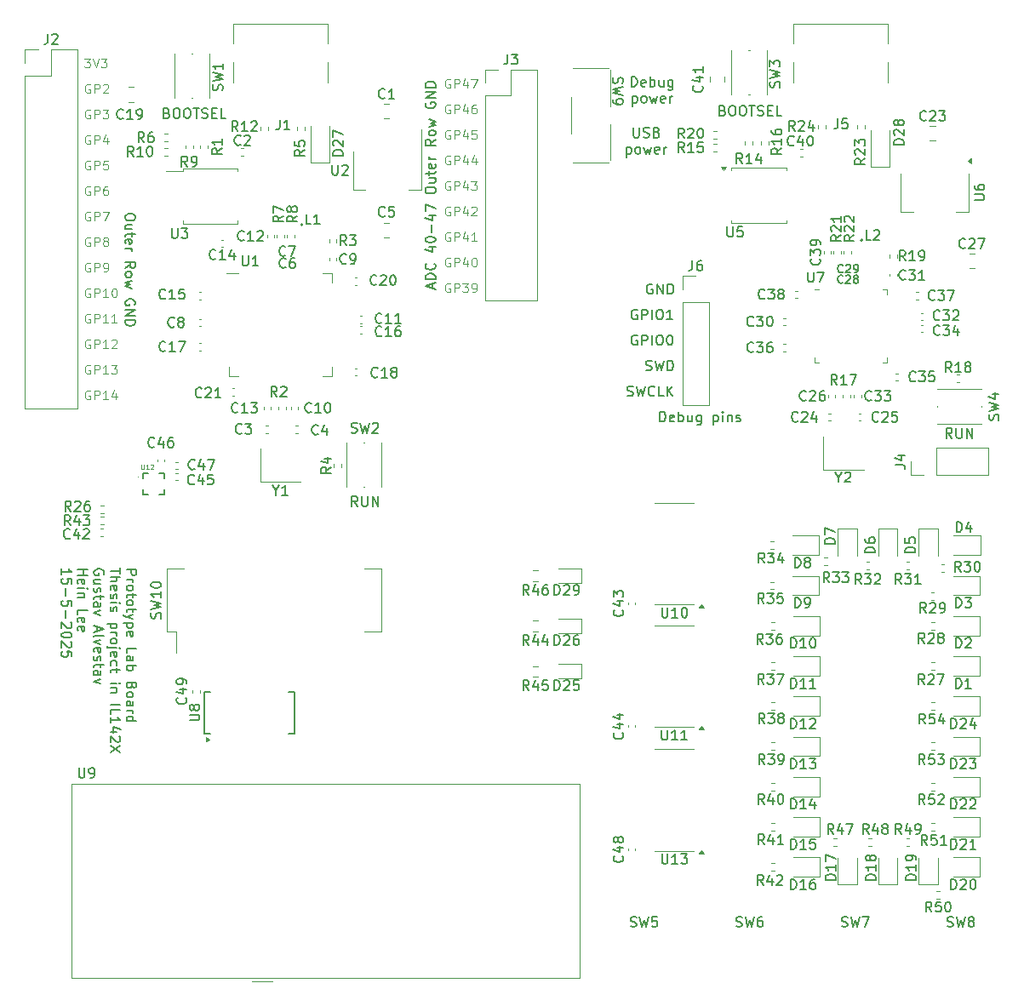
<source format=gbr>
G04 #@! TF.GenerationSoftware,KiCad,Pcbnew,9.0.0*
G04 #@! TF.CreationDate,2025-05-15T13:31:30+02:00*
G04 #@! TF.ProjectId,RP2350_80QFN_minimal,52503233-3530-45f3-9830-51464e5f6d69,rev?*
G04 #@! TF.SameCoordinates,Original*
G04 #@! TF.FileFunction,Legend,Top*
G04 #@! TF.FilePolarity,Positive*
%FSLAX46Y46*%
G04 Gerber Fmt 4.6, Leading zero omitted, Abs format (unit mm)*
G04 Created by KiCad (PCBNEW 9.0.0) date 2025-05-15 13:31:30*
%MOMM*%
%LPD*%
G01*
G04 APERTURE LIST*
%ADD10C,0.150000*%
%ADD11C,0.100000*%
%ADD12C,0.120180*%
%ADD13C,0.120000*%
%ADD14C,0.191421*%
%ADD15C,0.127000*%
G04 APERTURE END LIST*
D10*
X125586779Y-84694819D02*
X125586779Y-83694819D01*
X125586779Y-83694819D02*
X125824874Y-83694819D01*
X125824874Y-83694819D02*
X125967731Y-83742438D01*
X125967731Y-83742438D02*
X126062969Y-83837676D01*
X126062969Y-83837676D02*
X126110588Y-83932914D01*
X126110588Y-83932914D02*
X126158207Y-84123390D01*
X126158207Y-84123390D02*
X126158207Y-84266247D01*
X126158207Y-84266247D02*
X126110588Y-84456723D01*
X126110588Y-84456723D02*
X126062969Y-84551961D01*
X126062969Y-84551961D02*
X125967731Y-84647200D01*
X125967731Y-84647200D02*
X125824874Y-84694819D01*
X125824874Y-84694819D02*
X125586779Y-84694819D01*
X126967731Y-84647200D02*
X126872493Y-84694819D01*
X126872493Y-84694819D02*
X126682017Y-84694819D01*
X126682017Y-84694819D02*
X126586779Y-84647200D01*
X126586779Y-84647200D02*
X126539160Y-84551961D01*
X126539160Y-84551961D02*
X126539160Y-84171009D01*
X126539160Y-84171009D02*
X126586779Y-84075771D01*
X126586779Y-84075771D02*
X126682017Y-84028152D01*
X126682017Y-84028152D02*
X126872493Y-84028152D01*
X126872493Y-84028152D02*
X126967731Y-84075771D01*
X126967731Y-84075771D02*
X127015350Y-84171009D01*
X127015350Y-84171009D02*
X127015350Y-84266247D01*
X127015350Y-84266247D02*
X126539160Y-84361485D01*
X127443922Y-84694819D02*
X127443922Y-83694819D01*
X127443922Y-84075771D02*
X127539160Y-84028152D01*
X127539160Y-84028152D02*
X127729636Y-84028152D01*
X127729636Y-84028152D02*
X127824874Y-84075771D01*
X127824874Y-84075771D02*
X127872493Y-84123390D01*
X127872493Y-84123390D02*
X127920112Y-84218628D01*
X127920112Y-84218628D02*
X127920112Y-84504342D01*
X127920112Y-84504342D02*
X127872493Y-84599580D01*
X127872493Y-84599580D02*
X127824874Y-84647200D01*
X127824874Y-84647200D02*
X127729636Y-84694819D01*
X127729636Y-84694819D02*
X127539160Y-84694819D01*
X127539160Y-84694819D02*
X127443922Y-84647200D01*
X128777255Y-84028152D02*
X128777255Y-84694819D01*
X128348684Y-84028152D02*
X128348684Y-84551961D01*
X128348684Y-84551961D02*
X128396303Y-84647200D01*
X128396303Y-84647200D02*
X128491541Y-84694819D01*
X128491541Y-84694819D02*
X128634398Y-84694819D01*
X128634398Y-84694819D02*
X128729636Y-84647200D01*
X128729636Y-84647200D02*
X128777255Y-84599580D01*
X129682017Y-84028152D02*
X129682017Y-84837676D01*
X129682017Y-84837676D02*
X129634398Y-84932914D01*
X129634398Y-84932914D02*
X129586779Y-84980533D01*
X129586779Y-84980533D02*
X129491541Y-85028152D01*
X129491541Y-85028152D02*
X129348684Y-85028152D01*
X129348684Y-85028152D02*
X129253446Y-84980533D01*
X129682017Y-84647200D02*
X129586779Y-84694819D01*
X129586779Y-84694819D02*
X129396303Y-84694819D01*
X129396303Y-84694819D02*
X129301065Y-84647200D01*
X129301065Y-84647200D02*
X129253446Y-84599580D01*
X129253446Y-84599580D02*
X129205827Y-84504342D01*
X129205827Y-84504342D02*
X129205827Y-84218628D01*
X129205827Y-84218628D02*
X129253446Y-84123390D01*
X129253446Y-84123390D02*
X129301065Y-84075771D01*
X129301065Y-84075771D02*
X129396303Y-84028152D01*
X129396303Y-84028152D02*
X129586779Y-84028152D01*
X129586779Y-84028152D02*
X129682017Y-84075771D01*
X130920113Y-84028152D02*
X130920113Y-85028152D01*
X130920113Y-84075771D02*
X131015351Y-84028152D01*
X131015351Y-84028152D02*
X131205827Y-84028152D01*
X131205827Y-84028152D02*
X131301065Y-84075771D01*
X131301065Y-84075771D02*
X131348684Y-84123390D01*
X131348684Y-84123390D02*
X131396303Y-84218628D01*
X131396303Y-84218628D02*
X131396303Y-84504342D01*
X131396303Y-84504342D02*
X131348684Y-84599580D01*
X131348684Y-84599580D02*
X131301065Y-84647200D01*
X131301065Y-84647200D02*
X131205827Y-84694819D01*
X131205827Y-84694819D02*
X131015351Y-84694819D01*
X131015351Y-84694819D02*
X130920113Y-84647200D01*
X131824875Y-84694819D02*
X131824875Y-84028152D01*
X131824875Y-83694819D02*
X131777256Y-83742438D01*
X131777256Y-83742438D02*
X131824875Y-83790057D01*
X131824875Y-83790057D02*
X131872494Y-83742438D01*
X131872494Y-83742438D02*
X131824875Y-83694819D01*
X131824875Y-83694819D02*
X131824875Y-83790057D01*
X132301065Y-84028152D02*
X132301065Y-84694819D01*
X132301065Y-84123390D02*
X132348684Y-84075771D01*
X132348684Y-84075771D02*
X132443922Y-84028152D01*
X132443922Y-84028152D02*
X132586779Y-84028152D01*
X132586779Y-84028152D02*
X132682017Y-84075771D01*
X132682017Y-84075771D02*
X132729636Y-84171009D01*
X132729636Y-84171009D02*
X132729636Y-84694819D01*
X133158208Y-84647200D02*
X133253446Y-84694819D01*
X133253446Y-84694819D02*
X133443922Y-84694819D01*
X133443922Y-84694819D02*
X133539160Y-84647200D01*
X133539160Y-84647200D02*
X133586779Y-84551961D01*
X133586779Y-84551961D02*
X133586779Y-84504342D01*
X133586779Y-84504342D02*
X133539160Y-84409104D01*
X133539160Y-84409104D02*
X133443922Y-84361485D01*
X133443922Y-84361485D02*
X133301065Y-84361485D01*
X133301065Y-84361485D02*
X133205827Y-84313866D01*
X133205827Y-84313866D02*
X133158208Y-84218628D01*
X133158208Y-84218628D02*
X133158208Y-84171009D01*
X133158208Y-84171009D02*
X133205827Y-84075771D01*
X133205827Y-84075771D02*
X133301065Y-84028152D01*
X133301065Y-84028152D02*
X133443922Y-84028152D01*
X133443922Y-84028152D02*
X133539160Y-84075771D01*
D11*
X68916503Y-53684014D02*
X68830789Y-53641157D01*
X68830789Y-53641157D02*
X68702217Y-53641157D01*
X68702217Y-53641157D02*
X68573646Y-53684014D01*
X68573646Y-53684014D02*
X68487931Y-53769728D01*
X68487931Y-53769728D02*
X68445074Y-53855442D01*
X68445074Y-53855442D02*
X68402217Y-54026871D01*
X68402217Y-54026871D02*
X68402217Y-54155442D01*
X68402217Y-54155442D02*
X68445074Y-54326871D01*
X68445074Y-54326871D02*
X68487931Y-54412585D01*
X68487931Y-54412585D02*
X68573646Y-54498300D01*
X68573646Y-54498300D02*
X68702217Y-54541157D01*
X68702217Y-54541157D02*
X68787931Y-54541157D01*
X68787931Y-54541157D02*
X68916503Y-54498300D01*
X68916503Y-54498300D02*
X68959360Y-54455442D01*
X68959360Y-54455442D02*
X68959360Y-54155442D01*
X68959360Y-54155442D02*
X68787931Y-54155442D01*
X69345074Y-54541157D02*
X69345074Y-53641157D01*
X69345074Y-53641157D02*
X69687931Y-53641157D01*
X69687931Y-53641157D02*
X69773646Y-53684014D01*
X69773646Y-53684014D02*
X69816503Y-53726871D01*
X69816503Y-53726871D02*
X69859360Y-53812585D01*
X69859360Y-53812585D02*
X69859360Y-53941157D01*
X69859360Y-53941157D02*
X69816503Y-54026871D01*
X69816503Y-54026871D02*
X69773646Y-54069728D01*
X69773646Y-54069728D02*
X69687931Y-54112585D01*
X69687931Y-54112585D02*
X69345074Y-54112585D01*
X70159360Y-53641157D02*
X70716503Y-53641157D01*
X70716503Y-53641157D02*
X70416503Y-53984014D01*
X70416503Y-53984014D02*
X70545074Y-53984014D01*
X70545074Y-53984014D02*
X70630789Y-54026871D01*
X70630789Y-54026871D02*
X70673646Y-54069728D01*
X70673646Y-54069728D02*
X70716503Y-54155442D01*
X70716503Y-54155442D02*
X70716503Y-54369728D01*
X70716503Y-54369728D02*
X70673646Y-54455442D01*
X70673646Y-54455442D02*
X70630789Y-54498300D01*
X70630789Y-54498300D02*
X70545074Y-54541157D01*
X70545074Y-54541157D02*
X70287931Y-54541157D01*
X70287931Y-54541157D02*
X70202217Y-54498300D01*
X70202217Y-54498300D02*
X70159360Y-54455442D01*
X68916503Y-56224014D02*
X68830789Y-56181157D01*
X68830789Y-56181157D02*
X68702217Y-56181157D01*
X68702217Y-56181157D02*
X68573646Y-56224014D01*
X68573646Y-56224014D02*
X68487931Y-56309728D01*
X68487931Y-56309728D02*
X68445074Y-56395442D01*
X68445074Y-56395442D02*
X68402217Y-56566871D01*
X68402217Y-56566871D02*
X68402217Y-56695442D01*
X68402217Y-56695442D02*
X68445074Y-56866871D01*
X68445074Y-56866871D02*
X68487931Y-56952585D01*
X68487931Y-56952585D02*
X68573646Y-57038300D01*
X68573646Y-57038300D02*
X68702217Y-57081157D01*
X68702217Y-57081157D02*
X68787931Y-57081157D01*
X68787931Y-57081157D02*
X68916503Y-57038300D01*
X68916503Y-57038300D02*
X68959360Y-56995442D01*
X68959360Y-56995442D02*
X68959360Y-56695442D01*
X68959360Y-56695442D02*
X68787931Y-56695442D01*
X69345074Y-57081157D02*
X69345074Y-56181157D01*
X69345074Y-56181157D02*
X69687931Y-56181157D01*
X69687931Y-56181157D02*
X69773646Y-56224014D01*
X69773646Y-56224014D02*
X69816503Y-56266871D01*
X69816503Y-56266871D02*
X69859360Y-56352585D01*
X69859360Y-56352585D02*
X69859360Y-56481157D01*
X69859360Y-56481157D02*
X69816503Y-56566871D01*
X69816503Y-56566871D02*
X69773646Y-56609728D01*
X69773646Y-56609728D02*
X69687931Y-56652585D01*
X69687931Y-56652585D02*
X69345074Y-56652585D01*
X70630789Y-56481157D02*
X70630789Y-57081157D01*
X70416503Y-56138300D02*
X70202217Y-56781157D01*
X70202217Y-56781157D02*
X70759360Y-56781157D01*
X68916503Y-58764014D02*
X68830789Y-58721157D01*
X68830789Y-58721157D02*
X68702217Y-58721157D01*
X68702217Y-58721157D02*
X68573646Y-58764014D01*
X68573646Y-58764014D02*
X68487931Y-58849728D01*
X68487931Y-58849728D02*
X68445074Y-58935442D01*
X68445074Y-58935442D02*
X68402217Y-59106871D01*
X68402217Y-59106871D02*
X68402217Y-59235442D01*
X68402217Y-59235442D02*
X68445074Y-59406871D01*
X68445074Y-59406871D02*
X68487931Y-59492585D01*
X68487931Y-59492585D02*
X68573646Y-59578300D01*
X68573646Y-59578300D02*
X68702217Y-59621157D01*
X68702217Y-59621157D02*
X68787931Y-59621157D01*
X68787931Y-59621157D02*
X68916503Y-59578300D01*
X68916503Y-59578300D02*
X68959360Y-59535442D01*
X68959360Y-59535442D02*
X68959360Y-59235442D01*
X68959360Y-59235442D02*
X68787931Y-59235442D01*
X69345074Y-59621157D02*
X69345074Y-58721157D01*
X69345074Y-58721157D02*
X69687931Y-58721157D01*
X69687931Y-58721157D02*
X69773646Y-58764014D01*
X69773646Y-58764014D02*
X69816503Y-58806871D01*
X69816503Y-58806871D02*
X69859360Y-58892585D01*
X69859360Y-58892585D02*
X69859360Y-59021157D01*
X69859360Y-59021157D02*
X69816503Y-59106871D01*
X69816503Y-59106871D02*
X69773646Y-59149728D01*
X69773646Y-59149728D02*
X69687931Y-59192585D01*
X69687931Y-59192585D02*
X69345074Y-59192585D01*
X70673646Y-58721157D02*
X70245074Y-58721157D01*
X70245074Y-58721157D02*
X70202217Y-59149728D01*
X70202217Y-59149728D02*
X70245074Y-59106871D01*
X70245074Y-59106871D02*
X70330789Y-59064014D01*
X70330789Y-59064014D02*
X70545074Y-59064014D01*
X70545074Y-59064014D02*
X70630789Y-59106871D01*
X70630789Y-59106871D02*
X70673646Y-59149728D01*
X70673646Y-59149728D02*
X70716503Y-59235442D01*
X70716503Y-59235442D02*
X70716503Y-59449728D01*
X70716503Y-59449728D02*
X70673646Y-59535442D01*
X70673646Y-59535442D02*
X70630789Y-59578300D01*
X70630789Y-59578300D02*
X70545074Y-59621157D01*
X70545074Y-59621157D02*
X70330789Y-59621157D01*
X70330789Y-59621157D02*
X70245074Y-59578300D01*
X70245074Y-59578300D02*
X70202217Y-59535442D01*
X68916503Y-61304014D02*
X68830789Y-61261157D01*
X68830789Y-61261157D02*
X68702217Y-61261157D01*
X68702217Y-61261157D02*
X68573646Y-61304014D01*
X68573646Y-61304014D02*
X68487931Y-61389728D01*
X68487931Y-61389728D02*
X68445074Y-61475442D01*
X68445074Y-61475442D02*
X68402217Y-61646871D01*
X68402217Y-61646871D02*
X68402217Y-61775442D01*
X68402217Y-61775442D02*
X68445074Y-61946871D01*
X68445074Y-61946871D02*
X68487931Y-62032585D01*
X68487931Y-62032585D02*
X68573646Y-62118300D01*
X68573646Y-62118300D02*
X68702217Y-62161157D01*
X68702217Y-62161157D02*
X68787931Y-62161157D01*
X68787931Y-62161157D02*
X68916503Y-62118300D01*
X68916503Y-62118300D02*
X68959360Y-62075442D01*
X68959360Y-62075442D02*
X68959360Y-61775442D01*
X68959360Y-61775442D02*
X68787931Y-61775442D01*
X69345074Y-62161157D02*
X69345074Y-61261157D01*
X69345074Y-61261157D02*
X69687931Y-61261157D01*
X69687931Y-61261157D02*
X69773646Y-61304014D01*
X69773646Y-61304014D02*
X69816503Y-61346871D01*
X69816503Y-61346871D02*
X69859360Y-61432585D01*
X69859360Y-61432585D02*
X69859360Y-61561157D01*
X69859360Y-61561157D02*
X69816503Y-61646871D01*
X69816503Y-61646871D02*
X69773646Y-61689728D01*
X69773646Y-61689728D02*
X69687931Y-61732585D01*
X69687931Y-61732585D02*
X69345074Y-61732585D01*
X70630789Y-61261157D02*
X70459360Y-61261157D01*
X70459360Y-61261157D02*
X70373646Y-61304014D01*
X70373646Y-61304014D02*
X70330789Y-61346871D01*
X70330789Y-61346871D02*
X70245074Y-61475442D01*
X70245074Y-61475442D02*
X70202217Y-61646871D01*
X70202217Y-61646871D02*
X70202217Y-61989728D01*
X70202217Y-61989728D02*
X70245074Y-62075442D01*
X70245074Y-62075442D02*
X70287931Y-62118300D01*
X70287931Y-62118300D02*
X70373646Y-62161157D01*
X70373646Y-62161157D02*
X70545074Y-62161157D01*
X70545074Y-62161157D02*
X70630789Y-62118300D01*
X70630789Y-62118300D02*
X70673646Y-62075442D01*
X70673646Y-62075442D02*
X70716503Y-61989728D01*
X70716503Y-61989728D02*
X70716503Y-61775442D01*
X70716503Y-61775442D02*
X70673646Y-61689728D01*
X70673646Y-61689728D02*
X70630789Y-61646871D01*
X70630789Y-61646871D02*
X70545074Y-61604014D01*
X70545074Y-61604014D02*
X70373646Y-61604014D01*
X70373646Y-61604014D02*
X70287931Y-61646871D01*
X70287931Y-61646871D02*
X70245074Y-61689728D01*
X70245074Y-61689728D02*
X70202217Y-61775442D01*
X68916503Y-63844014D02*
X68830789Y-63801157D01*
X68830789Y-63801157D02*
X68702217Y-63801157D01*
X68702217Y-63801157D02*
X68573646Y-63844014D01*
X68573646Y-63844014D02*
X68487931Y-63929728D01*
X68487931Y-63929728D02*
X68445074Y-64015442D01*
X68445074Y-64015442D02*
X68402217Y-64186871D01*
X68402217Y-64186871D02*
X68402217Y-64315442D01*
X68402217Y-64315442D02*
X68445074Y-64486871D01*
X68445074Y-64486871D02*
X68487931Y-64572585D01*
X68487931Y-64572585D02*
X68573646Y-64658300D01*
X68573646Y-64658300D02*
X68702217Y-64701157D01*
X68702217Y-64701157D02*
X68787931Y-64701157D01*
X68787931Y-64701157D02*
X68916503Y-64658300D01*
X68916503Y-64658300D02*
X68959360Y-64615442D01*
X68959360Y-64615442D02*
X68959360Y-64315442D01*
X68959360Y-64315442D02*
X68787931Y-64315442D01*
X69345074Y-64701157D02*
X69345074Y-63801157D01*
X69345074Y-63801157D02*
X69687931Y-63801157D01*
X69687931Y-63801157D02*
X69773646Y-63844014D01*
X69773646Y-63844014D02*
X69816503Y-63886871D01*
X69816503Y-63886871D02*
X69859360Y-63972585D01*
X69859360Y-63972585D02*
X69859360Y-64101157D01*
X69859360Y-64101157D02*
X69816503Y-64186871D01*
X69816503Y-64186871D02*
X69773646Y-64229728D01*
X69773646Y-64229728D02*
X69687931Y-64272585D01*
X69687931Y-64272585D02*
X69345074Y-64272585D01*
X70159360Y-63801157D02*
X70759360Y-63801157D01*
X70759360Y-63801157D02*
X70373646Y-64701157D01*
X68916503Y-66384014D02*
X68830789Y-66341157D01*
X68830789Y-66341157D02*
X68702217Y-66341157D01*
X68702217Y-66341157D02*
X68573646Y-66384014D01*
X68573646Y-66384014D02*
X68487931Y-66469728D01*
X68487931Y-66469728D02*
X68445074Y-66555442D01*
X68445074Y-66555442D02*
X68402217Y-66726871D01*
X68402217Y-66726871D02*
X68402217Y-66855442D01*
X68402217Y-66855442D02*
X68445074Y-67026871D01*
X68445074Y-67026871D02*
X68487931Y-67112585D01*
X68487931Y-67112585D02*
X68573646Y-67198300D01*
X68573646Y-67198300D02*
X68702217Y-67241157D01*
X68702217Y-67241157D02*
X68787931Y-67241157D01*
X68787931Y-67241157D02*
X68916503Y-67198300D01*
X68916503Y-67198300D02*
X68959360Y-67155442D01*
X68959360Y-67155442D02*
X68959360Y-66855442D01*
X68959360Y-66855442D02*
X68787931Y-66855442D01*
X69345074Y-67241157D02*
X69345074Y-66341157D01*
X69345074Y-66341157D02*
X69687931Y-66341157D01*
X69687931Y-66341157D02*
X69773646Y-66384014D01*
X69773646Y-66384014D02*
X69816503Y-66426871D01*
X69816503Y-66426871D02*
X69859360Y-66512585D01*
X69859360Y-66512585D02*
X69859360Y-66641157D01*
X69859360Y-66641157D02*
X69816503Y-66726871D01*
X69816503Y-66726871D02*
X69773646Y-66769728D01*
X69773646Y-66769728D02*
X69687931Y-66812585D01*
X69687931Y-66812585D02*
X69345074Y-66812585D01*
X70373646Y-66726871D02*
X70287931Y-66684014D01*
X70287931Y-66684014D02*
X70245074Y-66641157D01*
X70245074Y-66641157D02*
X70202217Y-66555442D01*
X70202217Y-66555442D02*
X70202217Y-66512585D01*
X70202217Y-66512585D02*
X70245074Y-66426871D01*
X70245074Y-66426871D02*
X70287931Y-66384014D01*
X70287931Y-66384014D02*
X70373646Y-66341157D01*
X70373646Y-66341157D02*
X70545074Y-66341157D01*
X70545074Y-66341157D02*
X70630789Y-66384014D01*
X70630789Y-66384014D02*
X70673646Y-66426871D01*
X70673646Y-66426871D02*
X70716503Y-66512585D01*
X70716503Y-66512585D02*
X70716503Y-66555442D01*
X70716503Y-66555442D02*
X70673646Y-66641157D01*
X70673646Y-66641157D02*
X70630789Y-66684014D01*
X70630789Y-66684014D02*
X70545074Y-66726871D01*
X70545074Y-66726871D02*
X70373646Y-66726871D01*
X70373646Y-66726871D02*
X70287931Y-66769728D01*
X70287931Y-66769728D02*
X70245074Y-66812585D01*
X70245074Y-66812585D02*
X70202217Y-66898300D01*
X70202217Y-66898300D02*
X70202217Y-67069728D01*
X70202217Y-67069728D02*
X70245074Y-67155442D01*
X70245074Y-67155442D02*
X70287931Y-67198300D01*
X70287931Y-67198300D02*
X70373646Y-67241157D01*
X70373646Y-67241157D02*
X70545074Y-67241157D01*
X70545074Y-67241157D02*
X70630789Y-67198300D01*
X70630789Y-67198300D02*
X70673646Y-67155442D01*
X70673646Y-67155442D02*
X70716503Y-67069728D01*
X70716503Y-67069728D02*
X70716503Y-66898300D01*
X70716503Y-66898300D02*
X70673646Y-66812585D01*
X70673646Y-66812585D02*
X70630789Y-66769728D01*
X70630789Y-66769728D02*
X70545074Y-66726871D01*
X68916503Y-68924014D02*
X68830789Y-68881157D01*
X68830789Y-68881157D02*
X68702217Y-68881157D01*
X68702217Y-68881157D02*
X68573646Y-68924014D01*
X68573646Y-68924014D02*
X68487931Y-69009728D01*
X68487931Y-69009728D02*
X68445074Y-69095442D01*
X68445074Y-69095442D02*
X68402217Y-69266871D01*
X68402217Y-69266871D02*
X68402217Y-69395442D01*
X68402217Y-69395442D02*
X68445074Y-69566871D01*
X68445074Y-69566871D02*
X68487931Y-69652585D01*
X68487931Y-69652585D02*
X68573646Y-69738300D01*
X68573646Y-69738300D02*
X68702217Y-69781157D01*
X68702217Y-69781157D02*
X68787931Y-69781157D01*
X68787931Y-69781157D02*
X68916503Y-69738300D01*
X68916503Y-69738300D02*
X68959360Y-69695442D01*
X68959360Y-69695442D02*
X68959360Y-69395442D01*
X68959360Y-69395442D02*
X68787931Y-69395442D01*
X69345074Y-69781157D02*
X69345074Y-68881157D01*
X69345074Y-68881157D02*
X69687931Y-68881157D01*
X69687931Y-68881157D02*
X69773646Y-68924014D01*
X69773646Y-68924014D02*
X69816503Y-68966871D01*
X69816503Y-68966871D02*
X69859360Y-69052585D01*
X69859360Y-69052585D02*
X69859360Y-69181157D01*
X69859360Y-69181157D02*
X69816503Y-69266871D01*
X69816503Y-69266871D02*
X69773646Y-69309728D01*
X69773646Y-69309728D02*
X69687931Y-69352585D01*
X69687931Y-69352585D02*
X69345074Y-69352585D01*
X70287931Y-69781157D02*
X70459360Y-69781157D01*
X70459360Y-69781157D02*
X70545074Y-69738300D01*
X70545074Y-69738300D02*
X70587931Y-69695442D01*
X70587931Y-69695442D02*
X70673646Y-69566871D01*
X70673646Y-69566871D02*
X70716503Y-69395442D01*
X70716503Y-69395442D02*
X70716503Y-69052585D01*
X70716503Y-69052585D02*
X70673646Y-68966871D01*
X70673646Y-68966871D02*
X70630789Y-68924014D01*
X70630789Y-68924014D02*
X70545074Y-68881157D01*
X70545074Y-68881157D02*
X70373646Y-68881157D01*
X70373646Y-68881157D02*
X70287931Y-68924014D01*
X70287931Y-68924014D02*
X70245074Y-68966871D01*
X70245074Y-68966871D02*
X70202217Y-69052585D01*
X70202217Y-69052585D02*
X70202217Y-69266871D01*
X70202217Y-69266871D02*
X70245074Y-69352585D01*
X70245074Y-69352585D02*
X70287931Y-69395442D01*
X70287931Y-69395442D02*
X70373646Y-69438300D01*
X70373646Y-69438300D02*
X70545074Y-69438300D01*
X70545074Y-69438300D02*
X70630789Y-69395442D01*
X70630789Y-69395442D02*
X70673646Y-69352585D01*
X70673646Y-69352585D02*
X70716503Y-69266871D01*
X68916503Y-71464014D02*
X68830789Y-71421157D01*
X68830789Y-71421157D02*
X68702217Y-71421157D01*
X68702217Y-71421157D02*
X68573646Y-71464014D01*
X68573646Y-71464014D02*
X68487931Y-71549728D01*
X68487931Y-71549728D02*
X68445074Y-71635442D01*
X68445074Y-71635442D02*
X68402217Y-71806871D01*
X68402217Y-71806871D02*
X68402217Y-71935442D01*
X68402217Y-71935442D02*
X68445074Y-72106871D01*
X68445074Y-72106871D02*
X68487931Y-72192585D01*
X68487931Y-72192585D02*
X68573646Y-72278300D01*
X68573646Y-72278300D02*
X68702217Y-72321157D01*
X68702217Y-72321157D02*
X68787931Y-72321157D01*
X68787931Y-72321157D02*
X68916503Y-72278300D01*
X68916503Y-72278300D02*
X68959360Y-72235442D01*
X68959360Y-72235442D02*
X68959360Y-71935442D01*
X68959360Y-71935442D02*
X68787931Y-71935442D01*
X69345074Y-72321157D02*
X69345074Y-71421157D01*
X69345074Y-71421157D02*
X69687931Y-71421157D01*
X69687931Y-71421157D02*
X69773646Y-71464014D01*
X69773646Y-71464014D02*
X69816503Y-71506871D01*
X69816503Y-71506871D02*
X69859360Y-71592585D01*
X69859360Y-71592585D02*
X69859360Y-71721157D01*
X69859360Y-71721157D02*
X69816503Y-71806871D01*
X69816503Y-71806871D02*
X69773646Y-71849728D01*
X69773646Y-71849728D02*
X69687931Y-71892585D01*
X69687931Y-71892585D02*
X69345074Y-71892585D01*
X70716503Y-72321157D02*
X70202217Y-72321157D01*
X70459360Y-72321157D02*
X70459360Y-71421157D01*
X70459360Y-71421157D02*
X70373646Y-71549728D01*
X70373646Y-71549728D02*
X70287931Y-71635442D01*
X70287931Y-71635442D02*
X70202217Y-71678300D01*
X71273646Y-71421157D02*
X71359360Y-71421157D01*
X71359360Y-71421157D02*
X71445074Y-71464014D01*
X71445074Y-71464014D02*
X71487932Y-71506871D01*
X71487932Y-71506871D02*
X71530789Y-71592585D01*
X71530789Y-71592585D02*
X71573646Y-71764014D01*
X71573646Y-71764014D02*
X71573646Y-71978300D01*
X71573646Y-71978300D02*
X71530789Y-72149728D01*
X71530789Y-72149728D02*
X71487932Y-72235442D01*
X71487932Y-72235442D02*
X71445074Y-72278300D01*
X71445074Y-72278300D02*
X71359360Y-72321157D01*
X71359360Y-72321157D02*
X71273646Y-72321157D01*
X71273646Y-72321157D02*
X71187932Y-72278300D01*
X71187932Y-72278300D02*
X71145074Y-72235442D01*
X71145074Y-72235442D02*
X71102217Y-72149728D01*
X71102217Y-72149728D02*
X71059360Y-71978300D01*
X71059360Y-71978300D02*
X71059360Y-71764014D01*
X71059360Y-71764014D02*
X71102217Y-71592585D01*
X71102217Y-71592585D02*
X71145074Y-71506871D01*
X71145074Y-71506871D02*
X71187932Y-71464014D01*
X71187932Y-71464014D02*
X71273646Y-71421157D01*
X68916503Y-74004014D02*
X68830789Y-73961157D01*
X68830789Y-73961157D02*
X68702217Y-73961157D01*
X68702217Y-73961157D02*
X68573646Y-74004014D01*
X68573646Y-74004014D02*
X68487931Y-74089728D01*
X68487931Y-74089728D02*
X68445074Y-74175442D01*
X68445074Y-74175442D02*
X68402217Y-74346871D01*
X68402217Y-74346871D02*
X68402217Y-74475442D01*
X68402217Y-74475442D02*
X68445074Y-74646871D01*
X68445074Y-74646871D02*
X68487931Y-74732585D01*
X68487931Y-74732585D02*
X68573646Y-74818300D01*
X68573646Y-74818300D02*
X68702217Y-74861157D01*
X68702217Y-74861157D02*
X68787931Y-74861157D01*
X68787931Y-74861157D02*
X68916503Y-74818300D01*
X68916503Y-74818300D02*
X68959360Y-74775442D01*
X68959360Y-74775442D02*
X68959360Y-74475442D01*
X68959360Y-74475442D02*
X68787931Y-74475442D01*
X69345074Y-74861157D02*
X69345074Y-73961157D01*
X69345074Y-73961157D02*
X69687931Y-73961157D01*
X69687931Y-73961157D02*
X69773646Y-74004014D01*
X69773646Y-74004014D02*
X69816503Y-74046871D01*
X69816503Y-74046871D02*
X69859360Y-74132585D01*
X69859360Y-74132585D02*
X69859360Y-74261157D01*
X69859360Y-74261157D02*
X69816503Y-74346871D01*
X69816503Y-74346871D02*
X69773646Y-74389728D01*
X69773646Y-74389728D02*
X69687931Y-74432585D01*
X69687931Y-74432585D02*
X69345074Y-74432585D01*
X70716503Y-74861157D02*
X70202217Y-74861157D01*
X70459360Y-74861157D02*
X70459360Y-73961157D01*
X70459360Y-73961157D02*
X70373646Y-74089728D01*
X70373646Y-74089728D02*
X70287931Y-74175442D01*
X70287931Y-74175442D02*
X70202217Y-74218300D01*
X71573646Y-74861157D02*
X71059360Y-74861157D01*
X71316503Y-74861157D02*
X71316503Y-73961157D01*
X71316503Y-73961157D02*
X71230789Y-74089728D01*
X71230789Y-74089728D02*
X71145074Y-74175442D01*
X71145074Y-74175442D02*
X71059360Y-74218300D01*
X68916503Y-79084014D02*
X68830789Y-79041157D01*
X68830789Y-79041157D02*
X68702217Y-79041157D01*
X68702217Y-79041157D02*
X68573646Y-79084014D01*
X68573646Y-79084014D02*
X68487931Y-79169728D01*
X68487931Y-79169728D02*
X68445074Y-79255442D01*
X68445074Y-79255442D02*
X68402217Y-79426871D01*
X68402217Y-79426871D02*
X68402217Y-79555442D01*
X68402217Y-79555442D02*
X68445074Y-79726871D01*
X68445074Y-79726871D02*
X68487931Y-79812585D01*
X68487931Y-79812585D02*
X68573646Y-79898300D01*
X68573646Y-79898300D02*
X68702217Y-79941157D01*
X68702217Y-79941157D02*
X68787931Y-79941157D01*
X68787931Y-79941157D02*
X68916503Y-79898300D01*
X68916503Y-79898300D02*
X68959360Y-79855442D01*
X68959360Y-79855442D02*
X68959360Y-79555442D01*
X68959360Y-79555442D02*
X68787931Y-79555442D01*
X69345074Y-79941157D02*
X69345074Y-79041157D01*
X69345074Y-79041157D02*
X69687931Y-79041157D01*
X69687931Y-79041157D02*
X69773646Y-79084014D01*
X69773646Y-79084014D02*
X69816503Y-79126871D01*
X69816503Y-79126871D02*
X69859360Y-79212585D01*
X69859360Y-79212585D02*
X69859360Y-79341157D01*
X69859360Y-79341157D02*
X69816503Y-79426871D01*
X69816503Y-79426871D02*
X69773646Y-79469728D01*
X69773646Y-79469728D02*
X69687931Y-79512585D01*
X69687931Y-79512585D02*
X69345074Y-79512585D01*
X70716503Y-79941157D02*
X70202217Y-79941157D01*
X70459360Y-79941157D02*
X70459360Y-79041157D01*
X70459360Y-79041157D02*
X70373646Y-79169728D01*
X70373646Y-79169728D02*
X70287931Y-79255442D01*
X70287931Y-79255442D02*
X70202217Y-79298300D01*
X71016503Y-79041157D02*
X71573646Y-79041157D01*
X71573646Y-79041157D02*
X71273646Y-79384014D01*
X71273646Y-79384014D02*
X71402217Y-79384014D01*
X71402217Y-79384014D02*
X71487932Y-79426871D01*
X71487932Y-79426871D02*
X71530789Y-79469728D01*
X71530789Y-79469728D02*
X71573646Y-79555442D01*
X71573646Y-79555442D02*
X71573646Y-79769728D01*
X71573646Y-79769728D02*
X71530789Y-79855442D01*
X71530789Y-79855442D02*
X71487932Y-79898300D01*
X71487932Y-79898300D02*
X71402217Y-79941157D01*
X71402217Y-79941157D02*
X71145074Y-79941157D01*
X71145074Y-79941157D02*
X71059360Y-79898300D01*
X71059360Y-79898300D02*
X71016503Y-79855442D01*
X68916503Y-76544014D02*
X68830789Y-76501157D01*
X68830789Y-76501157D02*
X68702217Y-76501157D01*
X68702217Y-76501157D02*
X68573646Y-76544014D01*
X68573646Y-76544014D02*
X68487931Y-76629728D01*
X68487931Y-76629728D02*
X68445074Y-76715442D01*
X68445074Y-76715442D02*
X68402217Y-76886871D01*
X68402217Y-76886871D02*
X68402217Y-77015442D01*
X68402217Y-77015442D02*
X68445074Y-77186871D01*
X68445074Y-77186871D02*
X68487931Y-77272585D01*
X68487931Y-77272585D02*
X68573646Y-77358300D01*
X68573646Y-77358300D02*
X68702217Y-77401157D01*
X68702217Y-77401157D02*
X68787931Y-77401157D01*
X68787931Y-77401157D02*
X68916503Y-77358300D01*
X68916503Y-77358300D02*
X68959360Y-77315442D01*
X68959360Y-77315442D02*
X68959360Y-77015442D01*
X68959360Y-77015442D02*
X68787931Y-77015442D01*
X69345074Y-77401157D02*
X69345074Y-76501157D01*
X69345074Y-76501157D02*
X69687931Y-76501157D01*
X69687931Y-76501157D02*
X69773646Y-76544014D01*
X69773646Y-76544014D02*
X69816503Y-76586871D01*
X69816503Y-76586871D02*
X69859360Y-76672585D01*
X69859360Y-76672585D02*
X69859360Y-76801157D01*
X69859360Y-76801157D02*
X69816503Y-76886871D01*
X69816503Y-76886871D02*
X69773646Y-76929728D01*
X69773646Y-76929728D02*
X69687931Y-76972585D01*
X69687931Y-76972585D02*
X69345074Y-76972585D01*
X70716503Y-77401157D02*
X70202217Y-77401157D01*
X70459360Y-77401157D02*
X70459360Y-76501157D01*
X70459360Y-76501157D02*
X70373646Y-76629728D01*
X70373646Y-76629728D02*
X70287931Y-76715442D01*
X70287931Y-76715442D02*
X70202217Y-76758300D01*
X71059360Y-76586871D02*
X71102217Y-76544014D01*
X71102217Y-76544014D02*
X71187932Y-76501157D01*
X71187932Y-76501157D02*
X71402217Y-76501157D01*
X71402217Y-76501157D02*
X71487932Y-76544014D01*
X71487932Y-76544014D02*
X71530789Y-76586871D01*
X71530789Y-76586871D02*
X71573646Y-76672585D01*
X71573646Y-76672585D02*
X71573646Y-76758300D01*
X71573646Y-76758300D02*
X71530789Y-76886871D01*
X71530789Y-76886871D02*
X71016503Y-77401157D01*
X71016503Y-77401157D02*
X71573646Y-77401157D01*
X68916503Y-81624014D02*
X68830789Y-81581157D01*
X68830789Y-81581157D02*
X68702217Y-81581157D01*
X68702217Y-81581157D02*
X68573646Y-81624014D01*
X68573646Y-81624014D02*
X68487931Y-81709728D01*
X68487931Y-81709728D02*
X68445074Y-81795442D01*
X68445074Y-81795442D02*
X68402217Y-81966871D01*
X68402217Y-81966871D02*
X68402217Y-82095442D01*
X68402217Y-82095442D02*
X68445074Y-82266871D01*
X68445074Y-82266871D02*
X68487931Y-82352585D01*
X68487931Y-82352585D02*
X68573646Y-82438300D01*
X68573646Y-82438300D02*
X68702217Y-82481157D01*
X68702217Y-82481157D02*
X68787931Y-82481157D01*
X68787931Y-82481157D02*
X68916503Y-82438300D01*
X68916503Y-82438300D02*
X68959360Y-82395442D01*
X68959360Y-82395442D02*
X68959360Y-82095442D01*
X68959360Y-82095442D02*
X68787931Y-82095442D01*
X69345074Y-82481157D02*
X69345074Y-81581157D01*
X69345074Y-81581157D02*
X69687931Y-81581157D01*
X69687931Y-81581157D02*
X69773646Y-81624014D01*
X69773646Y-81624014D02*
X69816503Y-81666871D01*
X69816503Y-81666871D02*
X69859360Y-81752585D01*
X69859360Y-81752585D02*
X69859360Y-81881157D01*
X69859360Y-81881157D02*
X69816503Y-81966871D01*
X69816503Y-81966871D02*
X69773646Y-82009728D01*
X69773646Y-82009728D02*
X69687931Y-82052585D01*
X69687931Y-82052585D02*
X69345074Y-82052585D01*
X70716503Y-82481157D02*
X70202217Y-82481157D01*
X70459360Y-82481157D02*
X70459360Y-81581157D01*
X70459360Y-81581157D02*
X70373646Y-81709728D01*
X70373646Y-81709728D02*
X70287931Y-81795442D01*
X70287931Y-81795442D02*
X70202217Y-81838300D01*
X71487932Y-81881157D02*
X71487932Y-82481157D01*
X71273646Y-81538300D02*
X71059360Y-82181157D01*
X71059360Y-82181157D02*
X71616503Y-82181157D01*
D10*
X73395180Y-64266666D02*
X73395180Y-64457142D01*
X73395180Y-64457142D02*
X73347561Y-64552380D01*
X73347561Y-64552380D02*
X73252323Y-64647618D01*
X73252323Y-64647618D02*
X73061847Y-64695237D01*
X73061847Y-64695237D02*
X72728514Y-64695237D01*
X72728514Y-64695237D02*
X72538038Y-64647618D01*
X72538038Y-64647618D02*
X72442800Y-64552380D01*
X72442800Y-64552380D02*
X72395180Y-64457142D01*
X72395180Y-64457142D02*
X72395180Y-64266666D01*
X72395180Y-64266666D02*
X72442800Y-64171428D01*
X72442800Y-64171428D02*
X72538038Y-64076190D01*
X72538038Y-64076190D02*
X72728514Y-64028571D01*
X72728514Y-64028571D02*
X73061847Y-64028571D01*
X73061847Y-64028571D02*
X73252323Y-64076190D01*
X73252323Y-64076190D02*
X73347561Y-64171428D01*
X73347561Y-64171428D02*
X73395180Y-64266666D01*
X73061847Y-65552380D02*
X72395180Y-65552380D01*
X73061847Y-65123809D02*
X72538038Y-65123809D01*
X72538038Y-65123809D02*
X72442800Y-65171428D01*
X72442800Y-65171428D02*
X72395180Y-65266666D01*
X72395180Y-65266666D02*
X72395180Y-65409523D01*
X72395180Y-65409523D02*
X72442800Y-65504761D01*
X72442800Y-65504761D02*
X72490419Y-65552380D01*
X73061847Y-65885714D02*
X73061847Y-66266666D01*
X73395180Y-66028571D02*
X72538038Y-66028571D01*
X72538038Y-66028571D02*
X72442800Y-66076190D01*
X72442800Y-66076190D02*
X72395180Y-66171428D01*
X72395180Y-66171428D02*
X72395180Y-66266666D01*
X72442800Y-66980952D02*
X72395180Y-66885714D01*
X72395180Y-66885714D02*
X72395180Y-66695238D01*
X72395180Y-66695238D02*
X72442800Y-66600000D01*
X72442800Y-66600000D02*
X72538038Y-66552381D01*
X72538038Y-66552381D02*
X72918990Y-66552381D01*
X72918990Y-66552381D02*
X73014228Y-66600000D01*
X73014228Y-66600000D02*
X73061847Y-66695238D01*
X73061847Y-66695238D02*
X73061847Y-66885714D01*
X73061847Y-66885714D02*
X73014228Y-66980952D01*
X73014228Y-66980952D02*
X72918990Y-67028571D01*
X72918990Y-67028571D02*
X72823752Y-67028571D01*
X72823752Y-67028571D02*
X72728514Y-66552381D01*
X72395180Y-67457143D02*
X73061847Y-67457143D01*
X72871371Y-67457143D02*
X72966609Y-67504762D01*
X72966609Y-67504762D02*
X73014228Y-67552381D01*
X73014228Y-67552381D02*
X73061847Y-67647619D01*
X73061847Y-67647619D02*
X73061847Y-67742857D01*
X72395180Y-69409524D02*
X72871371Y-69076191D01*
X72395180Y-68838096D02*
X73395180Y-68838096D01*
X73395180Y-68838096D02*
X73395180Y-69219048D01*
X73395180Y-69219048D02*
X73347561Y-69314286D01*
X73347561Y-69314286D02*
X73299942Y-69361905D01*
X73299942Y-69361905D02*
X73204704Y-69409524D01*
X73204704Y-69409524D02*
X73061847Y-69409524D01*
X73061847Y-69409524D02*
X72966609Y-69361905D01*
X72966609Y-69361905D02*
X72918990Y-69314286D01*
X72918990Y-69314286D02*
X72871371Y-69219048D01*
X72871371Y-69219048D02*
X72871371Y-68838096D01*
X72395180Y-69980953D02*
X72442800Y-69885715D01*
X72442800Y-69885715D02*
X72490419Y-69838096D01*
X72490419Y-69838096D02*
X72585657Y-69790477D01*
X72585657Y-69790477D02*
X72871371Y-69790477D01*
X72871371Y-69790477D02*
X72966609Y-69838096D01*
X72966609Y-69838096D02*
X73014228Y-69885715D01*
X73014228Y-69885715D02*
X73061847Y-69980953D01*
X73061847Y-69980953D02*
X73061847Y-70123810D01*
X73061847Y-70123810D02*
X73014228Y-70219048D01*
X73014228Y-70219048D02*
X72966609Y-70266667D01*
X72966609Y-70266667D02*
X72871371Y-70314286D01*
X72871371Y-70314286D02*
X72585657Y-70314286D01*
X72585657Y-70314286D02*
X72490419Y-70266667D01*
X72490419Y-70266667D02*
X72442800Y-70219048D01*
X72442800Y-70219048D02*
X72395180Y-70123810D01*
X72395180Y-70123810D02*
X72395180Y-69980953D01*
X73061847Y-70647620D02*
X72395180Y-70838096D01*
X72395180Y-70838096D02*
X72871371Y-71028572D01*
X72871371Y-71028572D02*
X72395180Y-71219048D01*
X72395180Y-71219048D02*
X73061847Y-71409524D01*
X73347561Y-73076191D02*
X73395180Y-72980953D01*
X73395180Y-72980953D02*
X73395180Y-72838096D01*
X73395180Y-72838096D02*
X73347561Y-72695239D01*
X73347561Y-72695239D02*
X73252323Y-72600001D01*
X73252323Y-72600001D02*
X73157085Y-72552382D01*
X73157085Y-72552382D02*
X72966609Y-72504763D01*
X72966609Y-72504763D02*
X72823752Y-72504763D01*
X72823752Y-72504763D02*
X72633276Y-72552382D01*
X72633276Y-72552382D02*
X72538038Y-72600001D01*
X72538038Y-72600001D02*
X72442800Y-72695239D01*
X72442800Y-72695239D02*
X72395180Y-72838096D01*
X72395180Y-72838096D02*
X72395180Y-72933334D01*
X72395180Y-72933334D02*
X72442800Y-73076191D01*
X72442800Y-73076191D02*
X72490419Y-73123810D01*
X72490419Y-73123810D02*
X72823752Y-73123810D01*
X72823752Y-73123810D02*
X72823752Y-72933334D01*
X72395180Y-73552382D02*
X73395180Y-73552382D01*
X73395180Y-73552382D02*
X72395180Y-74123810D01*
X72395180Y-74123810D02*
X73395180Y-74123810D01*
X72395180Y-74600001D02*
X73395180Y-74600001D01*
X73395180Y-74600001D02*
X73395180Y-74838096D01*
X73395180Y-74838096D02*
X73347561Y-74980953D01*
X73347561Y-74980953D02*
X73252323Y-75076191D01*
X73252323Y-75076191D02*
X73157085Y-75123810D01*
X73157085Y-75123810D02*
X72966609Y-75171429D01*
X72966609Y-75171429D02*
X72823752Y-75171429D01*
X72823752Y-75171429D02*
X72633276Y-75123810D01*
X72633276Y-75123810D02*
X72538038Y-75076191D01*
X72538038Y-75076191D02*
X72442800Y-74980953D01*
X72442800Y-74980953D02*
X72395180Y-74838096D01*
X72395180Y-74838096D02*
X72395180Y-74600001D01*
X76559523Y-53981009D02*
X76702380Y-54028628D01*
X76702380Y-54028628D02*
X76749999Y-54076247D01*
X76749999Y-54076247D02*
X76797618Y-54171485D01*
X76797618Y-54171485D02*
X76797618Y-54314342D01*
X76797618Y-54314342D02*
X76749999Y-54409580D01*
X76749999Y-54409580D02*
X76702380Y-54457200D01*
X76702380Y-54457200D02*
X76607142Y-54504819D01*
X76607142Y-54504819D02*
X76226190Y-54504819D01*
X76226190Y-54504819D02*
X76226190Y-53504819D01*
X76226190Y-53504819D02*
X76559523Y-53504819D01*
X76559523Y-53504819D02*
X76654761Y-53552438D01*
X76654761Y-53552438D02*
X76702380Y-53600057D01*
X76702380Y-53600057D02*
X76749999Y-53695295D01*
X76749999Y-53695295D02*
X76749999Y-53790533D01*
X76749999Y-53790533D02*
X76702380Y-53885771D01*
X76702380Y-53885771D02*
X76654761Y-53933390D01*
X76654761Y-53933390D02*
X76559523Y-53981009D01*
X76559523Y-53981009D02*
X76226190Y-53981009D01*
X77416666Y-53504819D02*
X77607142Y-53504819D01*
X77607142Y-53504819D02*
X77702380Y-53552438D01*
X77702380Y-53552438D02*
X77797618Y-53647676D01*
X77797618Y-53647676D02*
X77845237Y-53838152D01*
X77845237Y-53838152D02*
X77845237Y-54171485D01*
X77845237Y-54171485D02*
X77797618Y-54361961D01*
X77797618Y-54361961D02*
X77702380Y-54457200D01*
X77702380Y-54457200D02*
X77607142Y-54504819D01*
X77607142Y-54504819D02*
X77416666Y-54504819D01*
X77416666Y-54504819D02*
X77321428Y-54457200D01*
X77321428Y-54457200D02*
X77226190Y-54361961D01*
X77226190Y-54361961D02*
X77178571Y-54171485D01*
X77178571Y-54171485D02*
X77178571Y-53838152D01*
X77178571Y-53838152D02*
X77226190Y-53647676D01*
X77226190Y-53647676D02*
X77321428Y-53552438D01*
X77321428Y-53552438D02*
X77416666Y-53504819D01*
X78464285Y-53504819D02*
X78654761Y-53504819D01*
X78654761Y-53504819D02*
X78749999Y-53552438D01*
X78749999Y-53552438D02*
X78845237Y-53647676D01*
X78845237Y-53647676D02*
X78892856Y-53838152D01*
X78892856Y-53838152D02*
X78892856Y-54171485D01*
X78892856Y-54171485D02*
X78845237Y-54361961D01*
X78845237Y-54361961D02*
X78749999Y-54457200D01*
X78749999Y-54457200D02*
X78654761Y-54504819D01*
X78654761Y-54504819D02*
X78464285Y-54504819D01*
X78464285Y-54504819D02*
X78369047Y-54457200D01*
X78369047Y-54457200D02*
X78273809Y-54361961D01*
X78273809Y-54361961D02*
X78226190Y-54171485D01*
X78226190Y-54171485D02*
X78226190Y-53838152D01*
X78226190Y-53838152D02*
X78273809Y-53647676D01*
X78273809Y-53647676D02*
X78369047Y-53552438D01*
X78369047Y-53552438D02*
X78464285Y-53504819D01*
X79178571Y-53504819D02*
X79749999Y-53504819D01*
X79464285Y-54504819D02*
X79464285Y-53504819D01*
X80035714Y-54457200D02*
X80178571Y-54504819D01*
X80178571Y-54504819D02*
X80416666Y-54504819D01*
X80416666Y-54504819D02*
X80511904Y-54457200D01*
X80511904Y-54457200D02*
X80559523Y-54409580D01*
X80559523Y-54409580D02*
X80607142Y-54314342D01*
X80607142Y-54314342D02*
X80607142Y-54219104D01*
X80607142Y-54219104D02*
X80559523Y-54123866D01*
X80559523Y-54123866D02*
X80511904Y-54076247D01*
X80511904Y-54076247D02*
X80416666Y-54028628D01*
X80416666Y-54028628D02*
X80226190Y-53981009D01*
X80226190Y-53981009D02*
X80130952Y-53933390D01*
X80130952Y-53933390D02*
X80083333Y-53885771D01*
X80083333Y-53885771D02*
X80035714Y-53790533D01*
X80035714Y-53790533D02*
X80035714Y-53695295D01*
X80035714Y-53695295D02*
X80083333Y-53600057D01*
X80083333Y-53600057D02*
X80130952Y-53552438D01*
X80130952Y-53552438D02*
X80226190Y-53504819D01*
X80226190Y-53504819D02*
X80464285Y-53504819D01*
X80464285Y-53504819D02*
X80607142Y-53552438D01*
X81035714Y-53981009D02*
X81369047Y-53981009D01*
X81511904Y-54504819D02*
X81035714Y-54504819D01*
X81035714Y-54504819D02*
X81035714Y-53504819D01*
X81035714Y-53504819D02*
X81511904Y-53504819D01*
X82416666Y-54504819D02*
X81940476Y-54504819D01*
X81940476Y-54504819D02*
X81940476Y-53504819D01*
D11*
X104705639Y-60794014D02*
X104619925Y-60751157D01*
X104619925Y-60751157D02*
X104491353Y-60751157D01*
X104491353Y-60751157D02*
X104362782Y-60794014D01*
X104362782Y-60794014D02*
X104277067Y-60879728D01*
X104277067Y-60879728D02*
X104234210Y-60965442D01*
X104234210Y-60965442D02*
X104191353Y-61136871D01*
X104191353Y-61136871D02*
X104191353Y-61265442D01*
X104191353Y-61265442D02*
X104234210Y-61436871D01*
X104234210Y-61436871D02*
X104277067Y-61522585D01*
X104277067Y-61522585D02*
X104362782Y-61608300D01*
X104362782Y-61608300D02*
X104491353Y-61651157D01*
X104491353Y-61651157D02*
X104577067Y-61651157D01*
X104577067Y-61651157D02*
X104705639Y-61608300D01*
X104705639Y-61608300D02*
X104748496Y-61565442D01*
X104748496Y-61565442D02*
X104748496Y-61265442D01*
X104748496Y-61265442D02*
X104577067Y-61265442D01*
X105134210Y-61651157D02*
X105134210Y-60751157D01*
X105134210Y-60751157D02*
X105477067Y-60751157D01*
X105477067Y-60751157D02*
X105562782Y-60794014D01*
X105562782Y-60794014D02*
X105605639Y-60836871D01*
X105605639Y-60836871D02*
X105648496Y-60922585D01*
X105648496Y-60922585D02*
X105648496Y-61051157D01*
X105648496Y-61051157D02*
X105605639Y-61136871D01*
X105605639Y-61136871D02*
X105562782Y-61179728D01*
X105562782Y-61179728D02*
X105477067Y-61222585D01*
X105477067Y-61222585D02*
X105134210Y-61222585D01*
X106419925Y-61051157D02*
X106419925Y-61651157D01*
X106205639Y-60708300D02*
X105991353Y-61351157D01*
X105991353Y-61351157D02*
X106548496Y-61351157D01*
X106805639Y-60751157D02*
X107362782Y-60751157D01*
X107362782Y-60751157D02*
X107062782Y-61094014D01*
X107062782Y-61094014D02*
X107191353Y-61094014D01*
X107191353Y-61094014D02*
X107277068Y-61136871D01*
X107277068Y-61136871D02*
X107319925Y-61179728D01*
X107319925Y-61179728D02*
X107362782Y-61265442D01*
X107362782Y-61265442D02*
X107362782Y-61479728D01*
X107362782Y-61479728D02*
X107319925Y-61565442D01*
X107319925Y-61565442D02*
X107277068Y-61608300D01*
X107277068Y-61608300D02*
X107191353Y-61651157D01*
X107191353Y-61651157D02*
X106934210Y-61651157D01*
X106934210Y-61651157D02*
X106848496Y-61608300D01*
X106848496Y-61608300D02*
X106805639Y-61565442D01*
X104705639Y-63334014D02*
X104619925Y-63291157D01*
X104619925Y-63291157D02*
X104491353Y-63291157D01*
X104491353Y-63291157D02*
X104362782Y-63334014D01*
X104362782Y-63334014D02*
X104277067Y-63419728D01*
X104277067Y-63419728D02*
X104234210Y-63505442D01*
X104234210Y-63505442D02*
X104191353Y-63676871D01*
X104191353Y-63676871D02*
X104191353Y-63805442D01*
X104191353Y-63805442D02*
X104234210Y-63976871D01*
X104234210Y-63976871D02*
X104277067Y-64062585D01*
X104277067Y-64062585D02*
X104362782Y-64148300D01*
X104362782Y-64148300D02*
X104491353Y-64191157D01*
X104491353Y-64191157D02*
X104577067Y-64191157D01*
X104577067Y-64191157D02*
X104705639Y-64148300D01*
X104705639Y-64148300D02*
X104748496Y-64105442D01*
X104748496Y-64105442D02*
X104748496Y-63805442D01*
X104748496Y-63805442D02*
X104577067Y-63805442D01*
X105134210Y-64191157D02*
X105134210Y-63291157D01*
X105134210Y-63291157D02*
X105477067Y-63291157D01*
X105477067Y-63291157D02*
X105562782Y-63334014D01*
X105562782Y-63334014D02*
X105605639Y-63376871D01*
X105605639Y-63376871D02*
X105648496Y-63462585D01*
X105648496Y-63462585D02*
X105648496Y-63591157D01*
X105648496Y-63591157D02*
X105605639Y-63676871D01*
X105605639Y-63676871D02*
X105562782Y-63719728D01*
X105562782Y-63719728D02*
X105477067Y-63762585D01*
X105477067Y-63762585D02*
X105134210Y-63762585D01*
X106419925Y-63591157D02*
X106419925Y-64191157D01*
X106205639Y-63248300D02*
X105991353Y-63891157D01*
X105991353Y-63891157D02*
X106548496Y-63891157D01*
X106848496Y-63376871D02*
X106891353Y-63334014D01*
X106891353Y-63334014D02*
X106977068Y-63291157D01*
X106977068Y-63291157D02*
X107191353Y-63291157D01*
X107191353Y-63291157D02*
X107277068Y-63334014D01*
X107277068Y-63334014D02*
X107319925Y-63376871D01*
X107319925Y-63376871D02*
X107362782Y-63462585D01*
X107362782Y-63462585D02*
X107362782Y-63548300D01*
X107362782Y-63548300D02*
X107319925Y-63676871D01*
X107319925Y-63676871D02*
X106805639Y-64191157D01*
X106805639Y-64191157D02*
X107362782Y-64191157D01*
D10*
X154624404Y-86329819D02*
X154291071Y-85853628D01*
X154052976Y-86329819D02*
X154052976Y-85329819D01*
X154052976Y-85329819D02*
X154433928Y-85329819D01*
X154433928Y-85329819D02*
X154529166Y-85377438D01*
X154529166Y-85377438D02*
X154576785Y-85425057D01*
X154576785Y-85425057D02*
X154624404Y-85520295D01*
X154624404Y-85520295D02*
X154624404Y-85663152D01*
X154624404Y-85663152D02*
X154576785Y-85758390D01*
X154576785Y-85758390D02*
X154529166Y-85806009D01*
X154529166Y-85806009D02*
X154433928Y-85853628D01*
X154433928Y-85853628D02*
X154052976Y-85853628D01*
X155052976Y-85329819D02*
X155052976Y-86139342D01*
X155052976Y-86139342D02*
X155100595Y-86234580D01*
X155100595Y-86234580D02*
X155148214Y-86282200D01*
X155148214Y-86282200D02*
X155243452Y-86329819D01*
X155243452Y-86329819D02*
X155433928Y-86329819D01*
X155433928Y-86329819D02*
X155529166Y-86282200D01*
X155529166Y-86282200D02*
X155576785Y-86234580D01*
X155576785Y-86234580D02*
X155624404Y-86139342D01*
X155624404Y-86139342D02*
X155624404Y-85329819D01*
X156100595Y-86329819D02*
X156100595Y-85329819D01*
X156100595Y-85329819D02*
X156672023Y-86329819D01*
X156672023Y-86329819D02*
X156672023Y-85329819D01*
D11*
X104705639Y-55714014D02*
X104619925Y-55671157D01*
X104619925Y-55671157D02*
X104491353Y-55671157D01*
X104491353Y-55671157D02*
X104362782Y-55714014D01*
X104362782Y-55714014D02*
X104277067Y-55799728D01*
X104277067Y-55799728D02*
X104234210Y-55885442D01*
X104234210Y-55885442D02*
X104191353Y-56056871D01*
X104191353Y-56056871D02*
X104191353Y-56185442D01*
X104191353Y-56185442D02*
X104234210Y-56356871D01*
X104234210Y-56356871D02*
X104277067Y-56442585D01*
X104277067Y-56442585D02*
X104362782Y-56528300D01*
X104362782Y-56528300D02*
X104491353Y-56571157D01*
X104491353Y-56571157D02*
X104577067Y-56571157D01*
X104577067Y-56571157D02*
X104705639Y-56528300D01*
X104705639Y-56528300D02*
X104748496Y-56485442D01*
X104748496Y-56485442D02*
X104748496Y-56185442D01*
X104748496Y-56185442D02*
X104577067Y-56185442D01*
X105134210Y-56571157D02*
X105134210Y-55671157D01*
X105134210Y-55671157D02*
X105477067Y-55671157D01*
X105477067Y-55671157D02*
X105562782Y-55714014D01*
X105562782Y-55714014D02*
X105605639Y-55756871D01*
X105605639Y-55756871D02*
X105648496Y-55842585D01*
X105648496Y-55842585D02*
X105648496Y-55971157D01*
X105648496Y-55971157D02*
X105605639Y-56056871D01*
X105605639Y-56056871D02*
X105562782Y-56099728D01*
X105562782Y-56099728D02*
X105477067Y-56142585D01*
X105477067Y-56142585D02*
X105134210Y-56142585D01*
X106419925Y-55971157D02*
X106419925Y-56571157D01*
X106205639Y-55628300D02*
X105991353Y-56271157D01*
X105991353Y-56271157D02*
X106548496Y-56271157D01*
X107319925Y-55671157D02*
X106891353Y-55671157D01*
X106891353Y-55671157D02*
X106848496Y-56099728D01*
X106848496Y-56099728D02*
X106891353Y-56056871D01*
X106891353Y-56056871D02*
X106977068Y-56014014D01*
X106977068Y-56014014D02*
X107191353Y-56014014D01*
X107191353Y-56014014D02*
X107277068Y-56056871D01*
X107277068Y-56056871D02*
X107319925Y-56099728D01*
X107319925Y-56099728D02*
X107362782Y-56185442D01*
X107362782Y-56185442D02*
X107362782Y-56399728D01*
X107362782Y-56399728D02*
X107319925Y-56485442D01*
X107319925Y-56485442D02*
X107277068Y-56528300D01*
X107277068Y-56528300D02*
X107191353Y-56571157D01*
X107191353Y-56571157D02*
X106977068Y-56571157D01*
X106977068Y-56571157D02*
X106891353Y-56528300D01*
X106891353Y-56528300D02*
X106848496Y-56485442D01*
D10*
X123323809Y-73582438D02*
X123228571Y-73534819D01*
X123228571Y-73534819D02*
X123085714Y-73534819D01*
X123085714Y-73534819D02*
X122942857Y-73582438D01*
X122942857Y-73582438D02*
X122847619Y-73677676D01*
X122847619Y-73677676D02*
X122800000Y-73772914D01*
X122800000Y-73772914D02*
X122752381Y-73963390D01*
X122752381Y-73963390D02*
X122752381Y-74106247D01*
X122752381Y-74106247D02*
X122800000Y-74296723D01*
X122800000Y-74296723D02*
X122847619Y-74391961D01*
X122847619Y-74391961D02*
X122942857Y-74487200D01*
X122942857Y-74487200D02*
X123085714Y-74534819D01*
X123085714Y-74534819D02*
X123180952Y-74534819D01*
X123180952Y-74534819D02*
X123323809Y-74487200D01*
X123323809Y-74487200D02*
X123371428Y-74439580D01*
X123371428Y-74439580D02*
X123371428Y-74106247D01*
X123371428Y-74106247D02*
X123180952Y-74106247D01*
X123800000Y-74534819D02*
X123800000Y-73534819D01*
X123800000Y-73534819D02*
X124180952Y-73534819D01*
X124180952Y-73534819D02*
X124276190Y-73582438D01*
X124276190Y-73582438D02*
X124323809Y-73630057D01*
X124323809Y-73630057D02*
X124371428Y-73725295D01*
X124371428Y-73725295D02*
X124371428Y-73868152D01*
X124371428Y-73868152D02*
X124323809Y-73963390D01*
X124323809Y-73963390D02*
X124276190Y-74011009D01*
X124276190Y-74011009D02*
X124180952Y-74058628D01*
X124180952Y-74058628D02*
X123800000Y-74058628D01*
X124800000Y-74534819D02*
X124800000Y-73534819D01*
X125466666Y-73534819D02*
X125657142Y-73534819D01*
X125657142Y-73534819D02*
X125752380Y-73582438D01*
X125752380Y-73582438D02*
X125847618Y-73677676D01*
X125847618Y-73677676D02*
X125895237Y-73868152D01*
X125895237Y-73868152D02*
X125895237Y-74201485D01*
X125895237Y-74201485D02*
X125847618Y-74391961D01*
X125847618Y-74391961D02*
X125752380Y-74487200D01*
X125752380Y-74487200D02*
X125657142Y-74534819D01*
X125657142Y-74534819D02*
X125466666Y-74534819D01*
X125466666Y-74534819D02*
X125371428Y-74487200D01*
X125371428Y-74487200D02*
X125276190Y-74391961D01*
X125276190Y-74391961D02*
X125228571Y-74201485D01*
X125228571Y-74201485D02*
X125228571Y-73868152D01*
X125228571Y-73868152D02*
X125276190Y-73677676D01*
X125276190Y-73677676D02*
X125371428Y-73582438D01*
X125371428Y-73582438D02*
X125466666Y-73534819D01*
X126847618Y-74534819D02*
X126276190Y-74534819D01*
X126561904Y-74534819D02*
X126561904Y-73534819D01*
X126561904Y-73534819D02*
X126466666Y-73677676D01*
X126466666Y-73677676D02*
X126371428Y-73772914D01*
X126371428Y-73772914D02*
X126276190Y-73820533D01*
X102969104Y-71435714D02*
X102969104Y-70959524D01*
X103254819Y-71530952D02*
X102254819Y-71197619D01*
X102254819Y-71197619D02*
X103254819Y-70864286D01*
X103254819Y-70530952D02*
X102254819Y-70530952D01*
X102254819Y-70530952D02*
X102254819Y-70292857D01*
X102254819Y-70292857D02*
X102302438Y-70150000D01*
X102302438Y-70150000D02*
X102397676Y-70054762D01*
X102397676Y-70054762D02*
X102492914Y-70007143D01*
X102492914Y-70007143D02*
X102683390Y-69959524D01*
X102683390Y-69959524D02*
X102826247Y-69959524D01*
X102826247Y-69959524D02*
X103016723Y-70007143D01*
X103016723Y-70007143D02*
X103111961Y-70054762D01*
X103111961Y-70054762D02*
X103207200Y-70150000D01*
X103207200Y-70150000D02*
X103254819Y-70292857D01*
X103254819Y-70292857D02*
X103254819Y-70530952D01*
X103159580Y-68959524D02*
X103207200Y-69007143D01*
X103207200Y-69007143D02*
X103254819Y-69150000D01*
X103254819Y-69150000D02*
X103254819Y-69245238D01*
X103254819Y-69245238D02*
X103207200Y-69388095D01*
X103207200Y-69388095D02*
X103111961Y-69483333D01*
X103111961Y-69483333D02*
X103016723Y-69530952D01*
X103016723Y-69530952D02*
X102826247Y-69578571D01*
X102826247Y-69578571D02*
X102683390Y-69578571D01*
X102683390Y-69578571D02*
X102492914Y-69530952D01*
X102492914Y-69530952D02*
X102397676Y-69483333D01*
X102397676Y-69483333D02*
X102302438Y-69388095D01*
X102302438Y-69388095D02*
X102254819Y-69245238D01*
X102254819Y-69245238D02*
X102254819Y-69150000D01*
X102254819Y-69150000D02*
X102302438Y-69007143D01*
X102302438Y-69007143D02*
X102350057Y-68959524D01*
X102588152Y-67340476D02*
X103254819Y-67340476D01*
X102207200Y-67578571D02*
X102921485Y-67816666D01*
X102921485Y-67816666D02*
X102921485Y-67197619D01*
X102254819Y-66626190D02*
X102254819Y-66530952D01*
X102254819Y-66530952D02*
X102302438Y-66435714D01*
X102302438Y-66435714D02*
X102350057Y-66388095D01*
X102350057Y-66388095D02*
X102445295Y-66340476D01*
X102445295Y-66340476D02*
X102635771Y-66292857D01*
X102635771Y-66292857D02*
X102873866Y-66292857D01*
X102873866Y-66292857D02*
X103064342Y-66340476D01*
X103064342Y-66340476D02*
X103159580Y-66388095D01*
X103159580Y-66388095D02*
X103207200Y-66435714D01*
X103207200Y-66435714D02*
X103254819Y-66530952D01*
X103254819Y-66530952D02*
X103254819Y-66626190D01*
X103254819Y-66626190D02*
X103207200Y-66721428D01*
X103207200Y-66721428D02*
X103159580Y-66769047D01*
X103159580Y-66769047D02*
X103064342Y-66816666D01*
X103064342Y-66816666D02*
X102873866Y-66864285D01*
X102873866Y-66864285D02*
X102635771Y-66864285D01*
X102635771Y-66864285D02*
X102445295Y-66816666D01*
X102445295Y-66816666D02*
X102350057Y-66769047D01*
X102350057Y-66769047D02*
X102302438Y-66721428D01*
X102302438Y-66721428D02*
X102254819Y-66626190D01*
X102873866Y-65864285D02*
X102873866Y-65102381D01*
X102588152Y-64197619D02*
X103254819Y-64197619D01*
X102207200Y-64435714D02*
X102921485Y-64673809D01*
X102921485Y-64673809D02*
X102921485Y-64054762D01*
X102254819Y-63769047D02*
X102254819Y-63102381D01*
X102254819Y-63102381D02*
X103254819Y-63530952D01*
X102254819Y-61769047D02*
X102254819Y-61578571D01*
X102254819Y-61578571D02*
X102302438Y-61483333D01*
X102302438Y-61483333D02*
X102397676Y-61388095D01*
X102397676Y-61388095D02*
X102588152Y-61340476D01*
X102588152Y-61340476D02*
X102921485Y-61340476D01*
X102921485Y-61340476D02*
X103111961Y-61388095D01*
X103111961Y-61388095D02*
X103207200Y-61483333D01*
X103207200Y-61483333D02*
X103254819Y-61578571D01*
X103254819Y-61578571D02*
X103254819Y-61769047D01*
X103254819Y-61769047D02*
X103207200Y-61864285D01*
X103207200Y-61864285D02*
X103111961Y-61959523D01*
X103111961Y-61959523D02*
X102921485Y-62007142D01*
X102921485Y-62007142D02*
X102588152Y-62007142D01*
X102588152Y-62007142D02*
X102397676Y-61959523D01*
X102397676Y-61959523D02*
X102302438Y-61864285D01*
X102302438Y-61864285D02*
X102254819Y-61769047D01*
X102588152Y-60483333D02*
X103254819Y-60483333D01*
X102588152Y-60911904D02*
X103111961Y-60911904D01*
X103111961Y-60911904D02*
X103207200Y-60864285D01*
X103207200Y-60864285D02*
X103254819Y-60769047D01*
X103254819Y-60769047D02*
X103254819Y-60626190D01*
X103254819Y-60626190D02*
X103207200Y-60530952D01*
X103207200Y-60530952D02*
X103159580Y-60483333D01*
X102588152Y-60149999D02*
X102588152Y-59769047D01*
X102254819Y-60007142D02*
X103111961Y-60007142D01*
X103111961Y-60007142D02*
X103207200Y-59959523D01*
X103207200Y-59959523D02*
X103254819Y-59864285D01*
X103254819Y-59864285D02*
X103254819Y-59769047D01*
X103207200Y-59054761D02*
X103254819Y-59149999D01*
X103254819Y-59149999D02*
X103254819Y-59340475D01*
X103254819Y-59340475D02*
X103207200Y-59435713D01*
X103207200Y-59435713D02*
X103111961Y-59483332D01*
X103111961Y-59483332D02*
X102731009Y-59483332D01*
X102731009Y-59483332D02*
X102635771Y-59435713D01*
X102635771Y-59435713D02*
X102588152Y-59340475D01*
X102588152Y-59340475D02*
X102588152Y-59149999D01*
X102588152Y-59149999D02*
X102635771Y-59054761D01*
X102635771Y-59054761D02*
X102731009Y-59007142D01*
X102731009Y-59007142D02*
X102826247Y-59007142D01*
X102826247Y-59007142D02*
X102921485Y-59483332D01*
X103254819Y-58578570D02*
X102588152Y-58578570D01*
X102778628Y-58578570D02*
X102683390Y-58530951D01*
X102683390Y-58530951D02*
X102635771Y-58483332D01*
X102635771Y-58483332D02*
X102588152Y-58388094D01*
X102588152Y-58388094D02*
X102588152Y-58292856D01*
X103254819Y-56626189D02*
X102778628Y-56959522D01*
X103254819Y-57197617D02*
X102254819Y-57197617D01*
X102254819Y-57197617D02*
X102254819Y-56816665D01*
X102254819Y-56816665D02*
X102302438Y-56721427D01*
X102302438Y-56721427D02*
X102350057Y-56673808D01*
X102350057Y-56673808D02*
X102445295Y-56626189D01*
X102445295Y-56626189D02*
X102588152Y-56626189D01*
X102588152Y-56626189D02*
X102683390Y-56673808D01*
X102683390Y-56673808D02*
X102731009Y-56721427D01*
X102731009Y-56721427D02*
X102778628Y-56816665D01*
X102778628Y-56816665D02*
X102778628Y-57197617D01*
X103254819Y-56054760D02*
X103207200Y-56149998D01*
X103207200Y-56149998D02*
X103159580Y-56197617D01*
X103159580Y-56197617D02*
X103064342Y-56245236D01*
X103064342Y-56245236D02*
X102778628Y-56245236D01*
X102778628Y-56245236D02*
X102683390Y-56197617D01*
X102683390Y-56197617D02*
X102635771Y-56149998D01*
X102635771Y-56149998D02*
X102588152Y-56054760D01*
X102588152Y-56054760D02*
X102588152Y-55911903D01*
X102588152Y-55911903D02*
X102635771Y-55816665D01*
X102635771Y-55816665D02*
X102683390Y-55769046D01*
X102683390Y-55769046D02*
X102778628Y-55721427D01*
X102778628Y-55721427D02*
X103064342Y-55721427D01*
X103064342Y-55721427D02*
X103159580Y-55769046D01*
X103159580Y-55769046D02*
X103207200Y-55816665D01*
X103207200Y-55816665D02*
X103254819Y-55911903D01*
X103254819Y-55911903D02*
X103254819Y-56054760D01*
X102588152Y-55388093D02*
X103254819Y-55197617D01*
X103254819Y-55197617D02*
X102778628Y-55007141D01*
X102778628Y-55007141D02*
X103254819Y-54816665D01*
X103254819Y-54816665D02*
X102588152Y-54626189D01*
X102302438Y-52959522D02*
X102254819Y-53054760D01*
X102254819Y-53054760D02*
X102254819Y-53197617D01*
X102254819Y-53197617D02*
X102302438Y-53340474D01*
X102302438Y-53340474D02*
X102397676Y-53435712D01*
X102397676Y-53435712D02*
X102492914Y-53483331D01*
X102492914Y-53483331D02*
X102683390Y-53530950D01*
X102683390Y-53530950D02*
X102826247Y-53530950D01*
X102826247Y-53530950D02*
X103016723Y-53483331D01*
X103016723Y-53483331D02*
X103111961Y-53435712D01*
X103111961Y-53435712D02*
X103207200Y-53340474D01*
X103207200Y-53340474D02*
X103254819Y-53197617D01*
X103254819Y-53197617D02*
X103254819Y-53102379D01*
X103254819Y-53102379D02*
X103207200Y-52959522D01*
X103207200Y-52959522D02*
X103159580Y-52911903D01*
X103159580Y-52911903D02*
X102826247Y-52911903D01*
X102826247Y-52911903D02*
X102826247Y-53102379D01*
X103254819Y-52483331D02*
X102254819Y-52483331D01*
X102254819Y-52483331D02*
X103254819Y-51911903D01*
X103254819Y-51911903D02*
X102254819Y-51911903D01*
X103254819Y-51435712D02*
X102254819Y-51435712D01*
X102254819Y-51435712D02*
X102254819Y-51197617D01*
X102254819Y-51197617D02*
X102302438Y-51054760D01*
X102302438Y-51054760D02*
X102397676Y-50959522D01*
X102397676Y-50959522D02*
X102492914Y-50911903D01*
X102492914Y-50911903D02*
X102683390Y-50864284D01*
X102683390Y-50864284D02*
X102826247Y-50864284D01*
X102826247Y-50864284D02*
X103016723Y-50911903D01*
X103016723Y-50911903D02*
X103111961Y-50959522D01*
X103111961Y-50959522D02*
X103207200Y-51054760D01*
X103207200Y-51054760D02*
X103254819Y-51197617D01*
X103254819Y-51197617D02*
X103254819Y-51435712D01*
X124838095Y-71042438D02*
X124742857Y-70994819D01*
X124742857Y-70994819D02*
X124600000Y-70994819D01*
X124600000Y-70994819D02*
X124457143Y-71042438D01*
X124457143Y-71042438D02*
X124361905Y-71137676D01*
X124361905Y-71137676D02*
X124314286Y-71232914D01*
X124314286Y-71232914D02*
X124266667Y-71423390D01*
X124266667Y-71423390D02*
X124266667Y-71566247D01*
X124266667Y-71566247D02*
X124314286Y-71756723D01*
X124314286Y-71756723D02*
X124361905Y-71851961D01*
X124361905Y-71851961D02*
X124457143Y-71947200D01*
X124457143Y-71947200D02*
X124600000Y-71994819D01*
X124600000Y-71994819D02*
X124695238Y-71994819D01*
X124695238Y-71994819D02*
X124838095Y-71947200D01*
X124838095Y-71947200D02*
X124885714Y-71899580D01*
X124885714Y-71899580D02*
X124885714Y-71566247D01*
X124885714Y-71566247D02*
X124695238Y-71566247D01*
X125314286Y-71994819D02*
X125314286Y-70994819D01*
X125314286Y-70994819D02*
X125885714Y-71994819D01*
X125885714Y-71994819D02*
X125885714Y-70994819D01*
X126361905Y-71994819D02*
X126361905Y-70994819D01*
X126361905Y-70994819D02*
X126600000Y-70994819D01*
X126600000Y-70994819D02*
X126742857Y-71042438D01*
X126742857Y-71042438D02*
X126838095Y-71137676D01*
X126838095Y-71137676D02*
X126885714Y-71232914D01*
X126885714Y-71232914D02*
X126933333Y-71423390D01*
X126933333Y-71423390D02*
X126933333Y-71566247D01*
X126933333Y-71566247D02*
X126885714Y-71756723D01*
X126885714Y-71756723D02*
X126838095Y-71851961D01*
X126838095Y-71851961D02*
X126742857Y-71947200D01*
X126742857Y-71947200D02*
X126600000Y-71994819D01*
X126600000Y-71994819D02*
X126361905Y-71994819D01*
D11*
X104705639Y-68414014D02*
X104619925Y-68371157D01*
X104619925Y-68371157D02*
X104491353Y-68371157D01*
X104491353Y-68371157D02*
X104362782Y-68414014D01*
X104362782Y-68414014D02*
X104277067Y-68499728D01*
X104277067Y-68499728D02*
X104234210Y-68585442D01*
X104234210Y-68585442D02*
X104191353Y-68756871D01*
X104191353Y-68756871D02*
X104191353Y-68885442D01*
X104191353Y-68885442D02*
X104234210Y-69056871D01*
X104234210Y-69056871D02*
X104277067Y-69142585D01*
X104277067Y-69142585D02*
X104362782Y-69228300D01*
X104362782Y-69228300D02*
X104491353Y-69271157D01*
X104491353Y-69271157D02*
X104577067Y-69271157D01*
X104577067Y-69271157D02*
X104705639Y-69228300D01*
X104705639Y-69228300D02*
X104748496Y-69185442D01*
X104748496Y-69185442D02*
X104748496Y-68885442D01*
X104748496Y-68885442D02*
X104577067Y-68885442D01*
X105134210Y-69271157D02*
X105134210Y-68371157D01*
X105134210Y-68371157D02*
X105477067Y-68371157D01*
X105477067Y-68371157D02*
X105562782Y-68414014D01*
X105562782Y-68414014D02*
X105605639Y-68456871D01*
X105605639Y-68456871D02*
X105648496Y-68542585D01*
X105648496Y-68542585D02*
X105648496Y-68671157D01*
X105648496Y-68671157D02*
X105605639Y-68756871D01*
X105605639Y-68756871D02*
X105562782Y-68799728D01*
X105562782Y-68799728D02*
X105477067Y-68842585D01*
X105477067Y-68842585D02*
X105134210Y-68842585D01*
X106419925Y-68671157D02*
X106419925Y-69271157D01*
X106205639Y-68328300D02*
X105991353Y-68971157D01*
X105991353Y-68971157D02*
X106548496Y-68971157D01*
X107062782Y-68371157D02*
X107148496Y-68371157D01*
X107148496Y-68371157D02*
X107234210Y-68414014D01*
X107234210Y-68414014D02*
X107277068Y-68456871D01*
X107277068Y-68456871D02*
X107319925Y-68542585D01*
X107319925Y-68542585D02*
X107362782Y-68714014D01*
X107362782Y-68714014D02*
X107362782Y-68928300D01*
X107362782Y-68928300D02*
X107319925Y-69099728D01*
X107319925Y-69099728D02*
X107277068Y-69185442D01*
X107277068Y-69185442D02*
X107234210Y-69228300D01*
X107234210Y-69228300D02*
X107148496Y-69271157D01*
X107148496Y-69271157D02*
X107062782Y-69271157D01*
X107062782Y-69271157D02*
X106977068Y-69228300D01*
X106977068Y-69228300D02*
X106934210Y-69185442D01*
X106934210Y-69185442D02*
X106891353Y-69099728D01*
X106891353Y-69099728D02*
X106848496Y-68928300D01*
X106848496Y-68928300D02*
X106848496Y-68714014D01*
X106848496Y-68714014D02*
X106891353Y-68542585D01*
X106891353Y-68542585D02*
X106934210Y-68456871D01*
X106934210Y-68456871D02*
X106977068Y-68414014D01*
X106977068Y-68414014D02*
X107062782Y-68371157D01*
D10*
X124192857Y-79557200D02*
X124335714Y-79604819D01*
X124335714Y-79604819D02*
X124573809Y-79604819D01*
X124573809Y-79604819D02*
X124669047Y-79557200D01*
X124669047Y-79557200D02*
X124716666Y-79509580D01*
X124716666Y-79509580D02*
X124764285Y-79414342D01*
X124764285Y-79414342D02*
X124764285Y-79319104D01*
X124764285Y-79319104D02*
X124716666Y-79223866D01*
X124716666Y-79223866D02*
X124669047Y-79176247D01*
X124669047Y-79176247D02*
X124573809Y-79128628D01*
X124573809Y-79128628D02*
X124383333Y-79081009D01*
X124383333Y-79081009D02*
X124288095Y-79033390D01*
X124288095Y-79033390D02*
X124240476Y-78985771D01*
X124240476Y-78985771D02*
X124192857Y-78890533D01*
X124192857Y-78890533D02*
X124192857Y-78795295D01*
X124192857Y-78795295D02*
X124240476Y-78700057D01*
X124240476Y-78700057D02*
X124288095Y-78652438D01*
X124288095Y-78652438D02*
X124383333Y-78604819D01*
X124383333Y-78604819D02*
X124621428Y-78604819D01*
X124621428Y-78604819D02*
X124764285Y-78652438D01*
X125097619Y-78604819D02*
X125335714Y-79604819D01*
X125335714Y-79604819D02*
X125526190Y-78890533D01*
X125526190Y-78890533D02*
X125716666Y-79604819D01*
X125716666Y-79604819D02*
X125954762Y-78604819D01*
X126335714Y-79604819D02*
X126335714Y-78604819D01*
X126335714Y-78604819D02*
X126573809Y-78604819D01*
X126573809Y-78604819D02*
X126716666Y-78652438D01*
X126716666Y-78652438D02*
X126811904Y-78747676D01*
X126811904Y-78747676D02*
X126859523Y-78842914D01*
X126859523Y-78842914D02*
X126907142Y-79033390D01*
X126907142Y-79033390D02*
X126907142Y-79176247D01*
X126907142Y-79176247D02*
X126859523Y-79366723D01*
X126859523Y-79366723D02*
X126811904Y-79461961D01*
X126811904Y-79461961D02*
X126716666Y-79557200D01*
X126716666Y-79557200D02*
X126573809Y-79604819D01*
X126573809Y-79604819D02*
X126335714Y-79604819D01*
X131834523Y-53731009D02*
X131977380Y-53778628D01*
X131977380Y-53778628D02*
X132024999Y-53826247D01*
X132024999Y-53826247D02*
X132072618Y-53921485D01*
X132072618Y-53921485D02*
X132072618Y-54064342D01*
X132072618Y-54064342D02*
X132024999Y-54159580D01*
X132024999Y-54159580D02*
X131977380Y-54207200D01*
X131977380Y-54207200D02*
X131882142Y-54254819D01*
X131882142Y-54254819D02*
X131501190Y-54254819D01*
X131501190Y-54254819D02*
X131501190Y-53254819D01*
X131501190Y-53254819D02*
X131834523Y-53254819D01*
X131834523Y-53254819D02*
X131929761Y-53302438D01*
X131929761Y-53302438D02*
X131977380Y-53350057D01*
X131977380Y-53350057D02*
X132024999Y-53445295D01*
X132024999Y-53445295D02*
X132024999Y-53540533D01*
X132024999Y-53540533D02*
X131977380Y-53635771D01*
X131977380Y-53635771D02*
X131929761Y-53683390D01*
X131929761Y-53683390D02*
X131834523Y-53731009D01*
X131834523Y-53731009D02*
X131501190Y-53731009D01*
X132691666Y-53254819D02*
X132882142Y-53254819D01*
X132882142Y-53254819D02*
X132977380Y-53302438D01*
X132977380Y-53302438D02*
X133072618Y-53397676D01*
X133072618Y-53397676D02*
X133120237Y-53588152D01*
X133120237Y-53588152D02*
X133120237Y-53921485D01*
X133120237Y-53921485D02*
X133072618Y-54111961D01*
X133072618Y-54111961D02*
X132977380Y-54207200D01*
X132977380Y-54207200D02*
X132882142Y-54254819D01*
X132882142Y-54254819D02*
X132691666Y-54254819D01*
X132691666Y-54254819D02*
X132596428Y-54207200D01*
X132596428Y-54207200D02*
X132501190Y-54111961D01*
X132501190Y-54111961D02*
X132453571Y-53921485D01*
X132453571Y-53921485D02*
X132453571Y-53588152D01*
X132453571Y-53588152D02*
X132501190Y-53397676D01*
X132501190Y-53397676D02*
X132596428Y-53302438D01*
X132596428Y-53302438D02*
X132691666Y-53254819D01*
X133739285Y-53254819D02*
X133929761Y-53254819D01*
X133929761Y-53254819D02*
X134024999Y-53302438D01*
X134024999Y-53302438D02*
X134120237Y-53397676D01*
X134120237Y-53397676D02*
X134167856Y-53588152D01*
X134167856Y-53588152D02*
X134167856Y-53921485D01*
X134167856Y-53921485D02*
X134120237Y-54111961D01*
X134120237Y-54111961D02*
X134024999Y-54207200D01*
X134024999Y-54207200D02*
X133929761Y-54254819D01*
X133929761Y-54254819D02*
X133739285Y-54254819D01*
X133739285Y-54254819D02*
X133644047Y-54207200D01*
X133644047Y-54207200D02*
X133548809Y-54111961D01*
X133548809Y-54111961D02*
X133501190Y-53921485D01*
X133501190Y-53921485D02*
X133501190Y-53588152D01*
X133501190Y-53588152D02*
X133548809Y-53397676D01*
X133548809Y-53397676D02*
X133644047Y-53302438D01*
X133644047Y-53302438D02*
X133739285Y-53254819D01*
X134453571Y-53254819D02*
X135024999Y-53254819D01*
X134739285Y-54254819D02*
X134739285Y-53254819D01*
X135310714Y-54207200D02*
X135453571Y-54254819D01*
X135453571Y-54254819D02*
X135691666Y-54254819D01*
X135691666Y-54254819D02*
X135786904Y-54207200D01*
X135786904Y-54207200D02*
X135834523Y-54159580D01*
X135834523Y-54159580D02*
X135882142Y-54064342D01*
X135882142Y-54064342D02*
X135882142Y-53969104D01*
X135882142Y-53969104D02*
X135834523Y-53873866D01*
X135834523Y-53873866D02*
X135786904Y-53826247D01*
X135786904Y-53826247D02*
X135691666Y-53778628D01*
X135691666Y-53778628D02*
X135501190Y-53731009D01*
X135501190Y-53731009D02*
X135405952Y-53683390D01*
X135405952Y-53683390D02*
X135358333Y-53635771D01*
X135358333Y-53635771D02*
X135310714Y-53540533D01*
X135310714Y-53540533D02*
X135310714Y-53445295D01*
X135310714Y-53445295D02*
X135358333Y-53350057D01*
X135358333Y-53350057D02*
X135405952Y-53302438D01*
X135405952Y-53302438D02*
X135501190Y-53254819D01*
X135501190Y-53254819D02*
X135739285Y-53254819D01*
X135739285Y-53254819D02*
X135882142Y-53302438D01*
X136310714Y-53731009D02*
X136644047Y-53731009D01*
X136786904Y-54254819D02*
X136310714Y-54254819D01*
X136310714Y-54254819D02*
X136310714Y-53254819D01*
X136310714Y-53254819D02*
X136786904Y-53254819D01*
X137691666Y-54254819D02*
X137215476Y-54254819D01*
X137215476Y-54254819D02*
X137215476Y-53254819D01*
X72519956Y-99386779D02*
X73519956Y-99386779D01*
X73519956Y-99386779D02*
X73519956Y-99767731D01*
X73519956Y-99767731D02*
X73472337Y-99862969D01*
X73472337Y-99862969D02*
X73424718Y-99910588D01*
X73424718Y-99910588D02*
X73329480Y-99958207D01*
X73329480Y-99958207D02*
X73186623Y-99958207D01*
X73186623Y-99958207D02*
X73091385Y-99910588D01*
X73091385Y-99910588D02*
X73043766Y-99862969D01*
X73043766Y-99862969D02*
X72996147Y-99767731D01*
X72996147Y-99767731D02*
X72996147Y-99386779D01*
X72519956Y-100386779D02*
X73186623Y-100386779D01*
X72996147Y-100386779D02*
X73091385Y-100434398D01*
X73091385Y-100434398D02*
X73139004Y-100482017D01*
X73139004Y-100482017D02*
X73186623Y-100577255D01*
X73186623Y-100577255D02*
X73186623Y-100672493D01*
X72519956Y-101148684D02*
X72567576Y-101053446D01*
X72567576Y-101053446D02*
X72615195Y-101005827D01*
X72615195Y-101005827D02*
X72710433Y-100958208D01*
X72710433Y-100958208D02*
X72996147Y-100958208D01*
X72996147Y-100958208D02*
X73091385Y-101005827D01*
X73091385Y-101005827D02*
X73139004Y-101053446D01*
X73139004Y-101053446D02*
X73186623Y-101148684D01*
X73186623Y-101148684D02*
X73186623Y-101291541D01*
X73186623Y-101291541D02*
X73139004Y-101386779D01*
X73139004Y-101386779D02*
X73091385Y-101434398D01*
X73091385Y-101434398D02*
X72996147Y-101482017D01*
X72996147Y-101482017D02*
X72710433Y-101482017D01*
X72710433Y-101482017D02*
X72615195Y-101434398D01*
X72615195Y-101434398D02*
X72567576Y-101386779D01*
X72567576Y-101386779D02*
X72519956Y-101291541D01*
X72519956Y-101291541D02*
X72519956Y-101148684D01*
X73186623Y-101767732D02*
X73186623Y-102148684D01*
X73519956Y-101910589D02*
X72662814Y-101910589D01*
X72662814Y-101910589D02*
X72567576Y-101958208D01*
X72567576Y-101958208D02*
X72519956Y-102053446D01*
X72519956Y-102053446D02*
X72519956Y-102148684D01*
X72519956Y-102624875D02*
X72567576Y-102529637D01*
X72567576Y-102529637D02*
X72615195Y-102482018D01*
X72615195Y-102482018D02*
X72710433Y-102434399D01*
X72710433Y-102434399D02*
X72996147Y-102434399D01*
X72996147Y-102434399D02*
X73091385Y-102482018D01*
X73091385Y-102482018D02*
X73139004Y-102529637D01*
X73139004Y-102529637D02*
X73186623Y-102624875D01*
X73186623Y-102624875D02*
X73186623Y-102767732D01*
X73186623Y-102767732D02*
X73139004Y-102862970D01*
X73139004Y-102862970D02*
X73091385Y-102910589D01*
X73091385Y-102910589D02*
X72996147Y-102958208D01*
X72996147Y-102958208D02*
X72710433Y-102958208D01*
X72710433Y-102958208D02*
X72615195Y-102910589D01*
X72615195Y-102910589D02*
X72567576Y-102862970D01*
X72567576Y-102862970D02*
X72519956Y-102767732D01*
X72519956Y-102767732D02*
X72519956Y-102624875D01*
X73186623Y-103243923D02*
X73186623Y-103624875D01*
X73519956Y-103386780D02*
X72662814Y-103386780D01*
X72662814Y-103386780D02*
X72567576Y-103434399D01*
X72567576Y-103434399D02*
X72519956Y-103529637D01*
X72519956Y-103529637D02*
X72519956Y-103624875D01*
X73186623Y-103862971D02*
X72519956Y-104101066D01*
X73186623Y-104339161D02*
X72519956Y-104101066D01*
X72519956Y-104101066D02*
X72281861Y-104005828D01*
X72281861Y-104005828D02*
X72234242Y-103958209D01*
X72234242Y-103958209D02*
X72186623Y-103862971D01*
X73186623Y-104720114D02*
X72186623Y-104720114D01*
X73139004Y-104720114D02*
X73186623Y-104815352D01*
X73186623Y-104815352D02*
X73186623Y-105005828D01*
X73186623Y-105005828D02*
X73139004Y-105101066D01*
X73139004Y-105101066D02*
X73091385Y-105148685D01*
X73091385Y-105148685D02*
X72996147Y-105196304D01*
X72996147Y-105196304D02*
X72710433Y-105196304D01*
X72710433Y-105196304D02*
X72615195Y-105148685D01*
X72615195Y-105148685D02*
X72567576Y-105101066D01*
X72567576Y-105101066D02*
X72519956Y-105005828D01*
X72519956Y-105005828D02*
X72519956Y-104815352D01*
X72519956Y-104815352D02*
X72567576Y-104720114D01*
X72567576Y-106005828D02*
X72519956Y-105910590D01*
X72519956Y-105910590D02*
X72519956Y-105720114D01*
X72519956Y-105720114D02*
X72567576Y-105624876D01*
X72567576Y-105624876D02*
X72662814Y-105577257D01*
X72662814Y-105577257D02*
X73043766Y-105577257D01*
X73043766Y-105577257D02*
X73139004Y-105624876D01*
X73139004Y-105624876D02*
X73186623Y-105720114D01*
X73186623Y-105720114D02*
X73186623Y-105910590D01*
X73186623Y-105910590D02*
X73139004Y-106005828D01*
X73139004Y-106005828D02*
X73043766Y-106053447D01*
X73043766Y-106053447D02*
X72948528Y-106053447D01*
X72948528Y-106053447D02*
X72853290Y-105577257D01*
X72519956Y-107720114D02*
X72519956Y-107243924D01*
X72519956Y-107243924D02*
X73519956Y-107243924D01*
X72519956Y-108482019D02*
X73043766Y-108482019D01*
X73043766Y-108482019D02*
X73139004Y-108434400D01*
X73139004Y-108434400D02*
X73186623Y-108339162D01*
X73186623Y-108339162D02*
X73186623Y-108148686D01*
X73186623Y-108148686D02*
X73139004Y-108053448D01*
X72567576Y-108482019D02*
X72519956Y-108386781D01*
X72519956Y-108386781D02*
X72519956Y-108148686D01*
X72519956Y-108148686D02*
X72567576Y-108053448D01*
X72567576Y-108053448D02*
X72662814Y-108005829D01*
X72662814Y-108005829D02*
X72758052Y-108005829D01*
X72758052Y-108005829D02*
X72853290Y-108053448D01*
X72853290Y-108053448D02*
X72900909Y-108148686D01*
X72900909Y-108148686D02*
X72900909Y-108386781D01*
X72900909Y-108386781D02*
X72948528Y-108482019D01*
X72519956Y-108958210D02*
X73519956Y-108958210D01*
X73139004Y-108958210D02*
X73186623Y-109053448D01*
X73186623Y-109053448D02*
X73186623Y-109243924D01*
X73186623Y-109243924D02*
X73139004Y-109339162D01*
X73139004Y-109339162D02*
X73091385Y-109386781D01*
X73091385Y-109386781D02*
X72996147Y-109434400D01*
X72996147Y-109434400D02*
X72710433Y-109434400D01*
X72710433Y-109434400D02*
X72615195Y-109386781D01*
X72615195Y-109386781D02*
X72567576Y-109339162D01*
X72567576Y-109339162D02*
X72519956Y-109243924D01*
X72519956Y-109243924D02*
X72519956Y-109053448D01*
X72519956Y-109053448D02*
X72567576Y-108958210D01*
X73043766Y-110958210D02*
X72996147Y-111101067D01*
X72996147Y-111101067D02*
X72948528Y-111148686D01*
X72948528Y-111148686D02*
X72853290Y-111196305D01*
X72853290Y-111196305D02*
X72710433Y-111196305D01*
X72710433Y-111196305D02*
X72615195Y-111148686D01*
X72615195Y-111148686D02*
X72567576Y-111101067D01*
X72567576Y-111101067D02*
X72519956Y-111005829D01*
X72519956Y-111005829D02*
X72519956Y-110624877D01*
X72519956Y-110624877D02*
X73519956Y-110624877D01*
X73519956Y-110624877D02*
X73519956Y-110958210D01*
X73519956Y-110958210D02*
X73472337Y-111053448D01*
X73472337Y-111053448D02*
X73424718Y-111101067D01*
X73424718Y-111101067D02*
X73329480Y-111148686D01*
X73329480Y-111148686D02*
X73234242Y-111148686D01*
X73234242Y-111148686D02*
X73139004Y-111101067D01*
X73139004Y-111101067D02*
X73091385Y-111053448D01*
X73091385Y-111053448D02*
X73043766Y-110958210D01*
X73043766Y-110958210D02*
X73043766Y-110624877D01*
X72519956Y-111767734D02*
X72567576Y-111672496D01*
X72567576Y-111672496D02*
X72615195Y-111624877D01*
X72615195Y-111624877D02*
X72710433Y-111577258D01*
X72710433Y-111577258D02*
X72996147Y-111577258D01*
X72996147Y-111577258D02*
X73091385Y-111624877D01*
X73091385Y-111624877D02*
X73139004Y-111672496D01*
X73139004Y-111672496D02*
X73186623Y-111767734D01*
X73186623Y-111767734D02*
X73186623Y-111910591D01*
X73186623Y-111910591D02*
X73139004Y-112005829D01*
X73139004Y-112005829D02*
X73091385Y-112053448D01*
X73091385Y-112053448D02*
X72996147Y-112101067D01*
X72996147Y-112101067D02*
X72710433Y-112101067D01*
X72710433Y-112101067D02*
X72615195Y-112053448D01*
X72615195Y-112053448D02*
X72567576Y-112005829D01*
X72567576Y-112005829D02*
X72519956Y-111910591D01*
X72519956Y-111910591D02*
X72519956Y-111767734D01*
X72519956Y-112958210D02*
X73043766Y-112958210D01*
X73043766Y-112958210D02*
X73139004Y-112910591D01*
X73139004Y-112910591D02*
X73186623Y-112815353D01*
X73186623Y-112815353D02*
X73186623Y-112624877D01*
X73186623Y-112624877D02*
X73139004Y-112529639D01*
X72567576Y-112958210D02*
X72519956Y-112862972D01*
X72519956Y-112862972D02*
X72519956Y-112624877D01*
X72519956Y-112624877D02*
X72567576Y-112529639D01*
X72567576Y-112529639D02*
X72662814Y-112482020D01*
X72662814Y-112482020D02*
X72758052Y-112482020D01*
X72758052Y-112482020D02*
X72853290Y-112529639D01*
X72853290Y-112529639D02*
X72900909Y-112624877D01*
X72900909Y-112624877D02*
X72900909Y-112862972D01*
X72900909Y-112862972D02*
X72948528Y-112958210D01*
X72519956Y-113434401D02*
X73186623Y-113434401D01*
X72996147Y-113434401D02*
X73091385Y-113482020D01*
X73091385Y-113482020D02*
X73139004Y-113529639D01*
X73139004Y-113529639D02*
X73186623Y-113624877D01*
X73186623Y-113624877D02*
X73186623Y-113720115D01*
X72519956Y-114482020D02*
X73519956Y-114482020D01*
X72567576Y-114482020D02*
X72519956Y-114386782D01*
X72519956Y-114386782D02*
X72519956Y-114196306D01*
X72519956Y-114196306D02*
X72567576Y-114101068D01*
X72567576Y-114101068D02*
X72615195Y-114053449D01*
X72615195Y-114053449D02*
X72710433Y-114005830D01*
X72710433Y-114005830D02*
X72996147Y-114005830D01*
X72996147Y-114005830D02*
X73091385Y-114053449D01*
X73091385Y-114053449D02*
X73139004Y-114101068D01*
X73139004Y-114101068D02*
X73186623Y-114196306D01*
X73186623Y-114196306D02*
X73186623Y-114386782D01*
X73186623Y-114386782D02*
X73139004Y-114482020D01*
X71910012Y-99243922D02*
X71910012Y-99815350D01*
X70910012Y-99529636D02*
X71910012Y-99529636D01*
X70910012Y-100148684D02*
X71910012Y-100148684D01*
X70910012Y-100577255D02*
X71433822Y-100577255D01*
X71433822Y-100577255D02*
X71529060Y-100529636D01*
X71529060Y-100529636D02*
X71576679Y-100434398D01*
X71576679Y-100434398D02*
X71576679Y-100291541D01*
X71576679Y-100291541D02*
X71529060Y-100196303D01*
X71529060Y-100196303D02*
X71481441Y-100148684D01*
X70957632Y-101434398D02*
X70910012Y-101339160D01*
X70910012Y-101339160D02*
X70910012Y-101148684D01*
X70910012Y-101148684D02*
X70957632Y-101053446D01*
X70957632Y-101053446D02*
X71052870Y-101005827D01*
X71052870Y-101005827D02*
X71433822Y-101005827D01*
X71433822Y-101005827D02*
X71529060Y-101053446D01*
X71529060Y-101053446D02*
X71576679Y-101148684D01*
X71576679Y-101148684D02*
X71576679Y-101339160D01*
X71576679Y-101339160D02*
X71529060Y-101434398D01*
X71529060Y-101434398D02*
X71433822Y-101482017D01*
X71433822Y-101482017D02*
X71338584Y-101482017D01*
X71338584Y-101482017D02*
X71243346Y-101005827D01*
X70957632Y-101862970D02*
X70910012Y-101958208D01*
X70910012Y-101958208D02*
X70910012Y-102148684D01*
X70910012Y-102148684D02*
X70957632Y-102243922D01*
X70957632Y-102243922D02*
X71052870Y-102291541D01*
X71052870Y-102291541D02*
X71100489Y-102291541D01*
X71100489Y-102291541D02*
X71195727Y-102243922D01*
X71195727Y-102243922D02*
X71243346Y-102148684D01*
X71243346Y-102148684D02*
X71243346Y-102005827D01*
X71243346Y-102005827D02*
X71290965Y-101910589D01*
X71290965Y-101910589D02*
X71386203Y-101862970D01*
X71386203Y-101862970D02*
X71433822Y-101862970D01*
X71433822Y-101862970D02*
X71529060Y-101910589D01*
X71529060Y-101910589D02*
X71576679Y-102005827D01*
X71576679Y-102005827D02*
X71576679Y-102148684D01*
X71576679Y-102148684D02*
X71529060Y-102243922D01*
X70910012Y-102720113D02*
X71576679Y-102720113D01*
X71910012Y-102720113D02*
X71862393Y-102672494D01*
X71862393Y-102672494D02*
X71814774Y-102720113D01*
X71814774Y-102720113D02*
X71862393Y-102767732D01*
X71862393Y-102767732D02*
X71910012Y-102720113D01*
X71910012Y-102720113D02*
X71814774Y-102720113D01*
X70957632Y-103148684D02*
X70910012Y-103243922D01*
X70910012Y-103243922D02*
X70910012Y-103434398D01*
X70910012Y-103434398D02*
X70957632Y-103529636D01*
X70957632Y-103529636D02*
X71052870Y-103577255D01*
X71052870Y-103577255D02*
X71100489Y-103577255D01*
X71100489Y-103577255D02*
X71195727Y-103529636D01*
X71195727Y-103529636D02*
X71243346Y-103434398D01*
X71243346Y-103434398D02*
X71243346Y-103291541D01*
X71243346Y-103291541D02*
X71290965Y-103196303D01*
X71290965Y-103196303D02*
X71386203Y-103148684D01*
X71386203Y-103148684D02*
X71433822Y-103148684D01*
X71433822Y-103148684D02*
X71529060Y-103196303D01*
X71529060Y-103196303D02*
X71576679Y-103291541D01*
X71576679Y-103291541D02*
X71576679Y-103434398D01*
X71576679Y-103434398D02*
X71529060Y-103529636D01*
X71576679Y-104767732D02*
X70576679Y-104767732D01*
X71529060Y-104767732D02*
X71576679Y-104862970D01*
X71576679Y-104862970D02*
X71576679Y-105053446D01*
X71576679Y-105053446D02*
X71529060Y-105148684D01*
X71529060Y-105148684D02*
X71481441Y-105196303D01*
X71481441Y-105196303D02*
X71386203Y-105243922D01*
X71386203Y-105243922D02*
X71100489Y-105243922D01*
X71100489Y-105243922D02*
X71005251Y-105196303D01*
X71005251Y-105196303D02*
X70957632Y-105148684D01*
X70957632Y-105148684D02*
X70910012Y-105053446D01*
X70910012Y-105053446D02*
X70910012Y-104862970D01*
X70910012Y-104862970D02*
X70957632Y-104767732D01*
X70910012Y-105672494D02*
X71576679Y-105672494D01*
X71386203Y-105672494D02*
X71481441Y-105720113D01*
X71481441Y-105720113D02*
X71529060Y-105767732D01*
X71529060Y-105767732D02*
X71576679Y-105862970D01*
X71576679Y-105862970D02*
X71576679Y-105958208D01*
X70910012Y-106434399D02*
X70957632Y-106339161D01*
X70957632Y-106339161D02*
X71005251Y-106291542D01*
X71005251Y-106291542D02*
X71100489Y-106243923D01*
X71100489Y-106243923D02*
X71386203Y-106243923D01*
X71386203Y-106243923D02*
X71481441Y-106291542D01*
X71481441Y-106291542D02*
X71529060Y-106339161D01*
X71529060Y-106339161D02*
X71576679Y-106434399D01*
X71576679Y-106434399D02*
X71576679Y-106577256D01*
X71576679Y-106577256D02*
X71529060Y-106672494D01*
X71529060Y-106672494D02*
X71481441Y-106720113D01*
X71481441Y-106720113D02*
X71386203Y-106767732D01*
X71386203Y-106767732D02*
X71100489Y-106767732D01*
X71100489Y-106767732D02*
X71005251Y-106720113D01*
X71005251Y-106720113D02*
X70957632Y-106672494D01*
X70957632Y-106672494D02*
X70910012Y-106577256D01*
X70910012Y-106577256D02*
X70910012Y-106434399D01*
X71576679Y-107196304D02*
X70719536Y-107196304D01*
X70719536Y-107196304D02*
X70624298Y-107148685D01*
X70624298Y-107148685D02*
X70576679Y-107053447D01*
X70576679Y-107053447D02*
X70576679Y-107005828D01*
X71910012Y-107196304D02*
X71862393Y-107148685D01*
X71862393Y-107148685D02*
X71814774Y-107196304D01*
X71814774Y-107196304D02*
X71862393Y-107243923D01*
X71862393Y-107243923D02*
X71910012Y-107196304D01*
X71910012Y-107196304D02*
X71814774Y-107196304D01*
X70957632Y-108053446D02*
X70910012Y-107958208D01*
X70910012Y-107958208D02*
X70910012Y-107767732D01*
X70910012Y-107767732D02*
X70957632Y-107672494D01*
X70957632Y-107672494D02*
X71052870Y-107624875D01*
X71052870Y-107624875D02*
X71433822Y-107624875D01*
X71433822Y-107624875D02*
X71529060Y-107672494D01*
X71529060Y-107672494D02*
X71576679Y-107767732D01*
X71576679Y-107767732D02*
X71576679Y-107958208D01*
X71576679Y-107958208D02*
X71529060Y-108053446D01*
X71529060Y-108053446D02*
X71433822Y-108101065D01*
X71433822Y-108101065D02*
X71338584Y-108101065D01*
X71338584Y-108101065D02*
X71243346Y-107624875D01*
X70957632Y-108958208D02*
X70910012Y-108862970D01*
X70910012Y-108862970D02*
X70910012Y-108672494D01*
X70910012Y-108672494D02*
X70957632Y-108577256D01*
X70957632Y-108577256D02*
X71005251Y-108529637D01*
X71005251Y-108529637D02*
X71100489Y-108482018D01*
X71100489Y-108482018D02*
X71386203Y-108482018D01*
X71386203Y-108482018D02*
X71481441Y-108529637D01*
X71481441Y-108529637D02*
X71529060Y-108577256D01*
X71529060Y-108577256D02*
X71576679Y-108672494D01*
X71576679Y-108672494D02*
X71576679Y-108862970D01*
X71576679Y-108862970D02*
X71529060Y-108958208D01*
X71576679Y-109243923D02*
X71576679Y-109624875D01*
X71910012Y-109386780D02*
X71052870Y-109386780D01*
X71052870Y-109386780D02*
X70957632Y-109434399D01*
X70957632Y-109434399D02*
X70910012Y-109529637D01*
X70910012Y-109529637D02*
X70910012Y-109624875D01*
X70910012Y-110720114D02*
X71576679Y-110720114D01*
X71910012Y-110720114D02*
X71862393Y-110672495D01*
X71862393Y-110672495D02*
X71814774Y-110720114D01*
X71814774Y-110720114D02*
X71862393Y-110767733D01*
X71862393Y-110767733D02*
X71910012Y-110720114D01*
X71910012Y-110720114D02*
X71814774Y-110720114D01*
X71576679Y-111196304D02*
X70910012Y-111196304D01*
X71481441Y-111196304D02*
X71529060Y-111243923D01*
X71529060Y-111243923D02*
X71576679Y-111339161D01*
X71576679Y-111339161D02*
X71576679Y-111482018D01*
X71576679Y-111482018D02*
X71529060Y-111577256D01*
X71529060Y-111577256D02*
X71433822Y-111624875D01*
X71433822Y-111624875D02*
X70910012Y-111624875D01*
X70910012Y-112862971D02*
X71910012Y-112862971D01*
X70910012Y-113815351D02*
X70910012Y-113339161D01*
X70910012Y-113339161D02*
X71910012Y-113339161D01*
X70910012Y-114672494D02*
X70910012Y-114101066D01*
X70910012Y-114386780D02*
X71910012Y-114386780D01*
X71910012Y-114386780D02*
X71767155Y-114291542D01*
X71767155Y-114291542D02*
X71671917Y-114196304D01*
X71671917Y-114196304D02*
X71624298Y-114101066D01*
X71576679Y-115529637D02*
X70910012Y-115529637D01*
X71957632Y-115291542D02*
X71243346Y-115053447D01*
X71243346Y-115053447D02*
X71243346Y-115672494D01*
X71814774Y-116005828D02*
X71862393Y-116053447D01*
X71862393Y-116053447D02*
X71910012Y-116148685D01*
X71910012Y-116148685D02*
X71910012Y-116386780D01*
X71910012Y-116386780D02*
X71862393Y-116482018D01*
X71862393Y-116482018D02*
X71814774Y-116529637D01*
X71814774Y-116529637D02*
X71719536Y-116577256D01*
X71719536Y-116577256D02*
X71624298Y-116577256D01*
X71624298Y-116577256D02*
X71481441Y-116529637D01*
X71481441Y-116529637D02*
X70910012Y-115958209D01*
X70910012Y-115958209D02*
X70910012Y-116577256D01*
X71910012Y-116910590D02*
X70910012Y-117577256D01*
X71910012Y-117577256D02*
X70910012Y-116910590D01*
X70252449Y-99910588D02*
X70300068Y-99815350D01*
X70300068Y-99815350D02*
X70300068Y-99672493D01*
X70300068Y-99672493D02*
X70252449Y-99529636D01*
X70252449Y-99529636D02*
X70157211Y-99434398D01*
X70157211Y-99434398D02*
X70061973Y-99386779D01*
X70061973Y-99386779D02*
X69871497Y-99339160D01*
X69871497Y-99339160D02*
X69728640Y-99339160D01*
X69728640Y-99339160D02*
X69538164Y-99386779D01*
X69538164Y-99386779D02*
X69442926Y-99434398D01*
X69442926Y-99434398D02*
X69347688Y-99529636D01*
X69347688Y-99529636D02*
X69300068Y-99672493D01*
X69300068Y-99672493D02*
X69300068Y-99767731D01*
X69300068Y-99767731D02*
X69347688Y-99910588D01*
X69347688Y-99910588D02*
X69395307Y-99958207D01*
X69395307Y-99958207D02*
X69728640Y-99958207D01*
X69728640Y-99958207D02*
X69728640Y-99767731D01*
X69966735Y-100815350D02*
X69300068Y-100815350D01*
X69966735Y-100386779D02*
X69442926Y-100386779D01*
X69442926Y-100386779D02*
X69347688Y-100434398D01*
X69347688Y-100434398D02*
X69300068Y-100529636D01*
X69300068Y-100529636D02*
X69300068Y-100672493D01*
X69300068Y-100672493D02*
X69347688Y-100767731D01*
X69347688Y-100767731D02*
X69395307Y-100815350D01*
X69347688Y-101243922D02*
X69300068Y-101339160D01*
X69300068Y-101339160D02*
X69300068Y-101529636D01*
X69300068Y-101529636D02*
X69347688Y-101624874D01*
X69347688Y-101624874D02*
X69442926Y-101672493D01*
X69442926Y-101672493D02*
X69490545Y-101672493D01*
X69490545Y-101672493D02*
X69585783Y-101624874D01*
X69585783Y-101624874D02*
X69633402Y-101529636D01*
X69633402Y-101529636D02*
X69633402Y-101386779D01*
X69633402Y-101386779D02*
X69681021Y-101291541D01*
X69681021Y-101291541D02*
X69776259Y-101243922D01*
X69776259Y-101243922D02*
X69823878Y-101243922D01*
X69823878Y-101243922D02*
X69919116Y-101291541D01*
X69919116Y-101291541D02*
X69966735Y-101386779D01*
X69966735Y-101386779D02*
X69966735Y-101529636D01*
X69966735Y-101529636D02*
X69919116Y-101624874D01*
X69966735Y-101958208D02*
X69966735Y-102339160D01*
X70300068Y-102101065D02*
X69442926Y-102101065D01*
X69442926Y-102101065D02*
X69347688Y-102148684D01*
X69347688Y-102148684D02*
X69300068Y-102243922D01*
X69300068Y-102243922D02*
X69300068Y-102339160D01*
X69300068Y-103101065D02*
X69823878Y-103101065D01*
X69823878Y-103101065D02*
X69919116Y-103053446D01*
X69919116Y-103053446D02*
X69966735Y-102958208D01*
X69966735Y-102958208D02*
X69966735Y-102767732D01*
X69966735Y-102767732D02*
X69919116Y-102672494D01*
X69347688Y-103101065D02*
X69300068Y-103005827D01*
X69300068Y-103005827D02*
X69300068Y-102767732D01*
X69300068Y-102767732D02*
X69347688Y-102672494D01*
X69347688Y-102672494D02*
X69442926Y-102624875D01*
X69442926Y-102624875D02*
X69538164Y-102624875D01*
X69538164Y-102624875D02*
X69633402Y-102672494D01*
X69633402Y-102672494D02*
X69681021Y-102767732D01*
X69681021Y-102767732D02*
X69681021Y-103005827D01*
X69681021Y-103005827D02*
X69728640Y-103101065D01*
X69966735Y-103482018D02*
X69300068Y-103720113D01*
X69300068Y-103720113D02*
X69966735Y-103958208D01*
X69585783Y-105053447D02*
X69585783Y-105529637D01*
X69300068Y-104958209D02*
X70300068Y-105291542D01*
X70300068Y-105291542D02*
X69300068Y-105624875D01*
X69300068Y-106101066D02*
X69347688Y-106005828D01*
X69347688Y-106005828D02*
X69442926Y-105958209D01*
X69442926Y-105958209D02*
X70300068Y-105958209D01*
X69966735Y-106386781D02*
X69300068Y-106624876D01*
X69300068Y-106624876D02*
X69966735Y-106862971D01*
X69347688Y-107624876D02*
X69300068Y-107529638D01*
X69300068Y-107529638D02*
X69300068Y-107339162D01*
X69300068Y-107339162D02*
X69347688Y-107243924D01*
X69347688Y-107243924D02*
X69442926Y-107196305D01*
X69442926Y-107196305D02*
X69823878Y-107196305D01*
X69823878Y-107196305D02*
X69919116Y-107243924D01*
X69919116Y-107243924D02*
X69966735Y-107339162D01*
X69966735Y-107339162D02*
X69966735Y-107529638D01*
X69966735Y-107529638D02*
X69919116Y-107624876D01*
X69919116Y-107624876D02*
X69823878Y-107672495D01*
X69823878Y-107672495D02*
X69728640Y-107672495D01*
X69728640Y-107672495D02*
X69633402Y-107196305D01*
X69347688Y-108053448D02*
X69300068Y-108148686D01*
X69300068Y-108148686D02*
X69300068Y-108339162D01*
X69300068Y-108339162D02*
X69347688Y-108434400D01*
X69347688Y-108434400D02*
X69442926Y-108482019D01*
X69442926Y-108482019D02*
X69490545Y-108482019D01*
X69490545Y-108482019D02*
X69585783Y-108434400D01*
X69585783Y-108434400D02*
X69633402Y-108339162D01*
X69633402Y-108339162D02*
X69633402Y-108196305D01*
X69633402Y-108196305D02*
X69681021Y-108101067D01*
X69681021Y-108101067D02*
X69776259Y-108053448D01*
X69776259Y-108053448D02*
X69823878Y-108053448D01*
X69823878Y-108053448D02*
X69919116Y-108101067D01*
X69919116Y-108101067D02*
X69966735Y-108196305D01*
X69966735Y-108196305D02*
X69966735Y-108339162D01*
X69966735Y-108339162D02*
X69919116Y-108434400D01*
X69966735Y-108767734D02*
X69966735Y-109148686D01*
X70300068Y-108910591D02*
X69442926Y-108910591D01*
X69442926Y-108910591D02*
X69347688Y-108958210D01*
X69347688Y-108958210D02*
X69300068Y-109053448D01*
X69300068Y-109053448D02*
X69300068Y-109148686D01*
X69300068Y-109910591D02*
X69823878Y-109910591D01*
X69823878Y-109910591D02*
X69919116Y-109862972D01*
X69919116Y-109862972D02*
X69966735Y-109767734D01*
X69966735Y-109767734D02*
X69966735Y-109577258D01*
X69966735Y-109577258D02*
X69919116Y-109482020D01*
X69347688Y-109910591D02*
X69300068Y-109815353D01*
X69300068Y-109815353D02*
X69300068Y-109577258D01*
X69300068Y-109577258D02*
X69347688Y-109482020D01*
X69347688Y-109482020D02*
X69442926Y-109434401D01*
X69442926Y-109434401D02*
X69538164Y-109434401D01*
X69538164Y-109434401D02*
X69633402Y-109482020D01*
X69633402Y-109482020D02*
X69681021Y-109577258D01*
X69681021Y-109577258D02*
X69681021Y-109815353D01*
X69681021Y-109815353D02*
X69728640Y-109910591D01*
X69966735Y-110291544D02*
X69300068Y-110529639D01*
X69300068Y-110529639D02*
X69966735Y-110767734D01*
X67690124Y-99386779D02*
X68690124Y-99386779D01*
X68213934Y-99386779D02*
X68213934Y-99958207D01*
X67690124Y-99958207D02*
X68690124Y-99958207D01*
X67737744Y-100815350D02*
X67690124Y-100720112D01*
X67690124Y-100720112D02*
X67690124Y-100529636D01*
X67690124Y-100529636D02*
X67737744Y-100434398D01*
X67737744Y-100434398D02*
X67832982Y-100386779D01*
X67832982Y-100386779D02*
X68213934Y-100386779D01*
X68213934Y-100386779D02*
X68309172Y-100434398D01*
X68309172Y-100434398D02*
X68356791Y-100529636D01*
X68356791Y-100529636D02*
X68356791Y-100720112D01*
X68356791Y-100720112D02*
X68309172Y-100815350D01*
X68309172Y-100815350D02*
X68213934Y-100862969D01*
X68213934Y-100862969D02*
X68118696Y-100862969D01*
X68118696Y-100862969D02*
X68023458Y-100386779D01*
X67690124Y-101291541D02*
X68356791Y-101291541D01*
X68690124Y-101291541D02*
X68642505Y-101243922D01*
X68642505Y-101243922D02*
X68594886Y-101291541D01*
X68594886Y-101291541D02*
X68642505Y-101339160D01*
X68642505Y-101339160D02*
X68690124Y-101291541D01*
X68690124Y-101291541D02*
X68594886Y-101291541D01*
X68356791Y-101767731D02*
X67690124Y-101767731D01*
X68261553Y-101767731D02*
X68309172Y-101815350D01*
X68309172Y-101815350D02*
X68356791Y-101910588D01*
X68356791Y-101910588D02*
X68356791Y-102053445D01*
X68356791Y-102053445D02*
X68309172Y-102148683D01*
X68309172Y-102148683D02*
X68213934Y-102196302D01*
X68213934Y-102196302D02*
X67690124Y-102196302D01*
X67690124Y-103910588D02*
X67690124Y-103434398D01*
X67690124Y-103434398D02*
X68690124Y-103434398D01*
X67737744Y-104624874D02*
X67690124Y-104529636D01*
X67690124Y-104529636D02*
X67690124Y-104339160D01*
X67690124Y-104339160D02*
X67737744Y-104243922D01*
X67737744Y-104243922D02*
X67832982Y-104196303D01*
X67832982Y-104196303D02*
X68213934Y-104196303D01*
X68213934Y-104196303D02*
X68309172Y-104243922D01*
X68309172Y-104243922D02*
X68356791Y-104339160D01*
X68356791Y-104339160D02*
X68356791Y-104529636D01*
X68356791Y-104529636D02*
X68309172Y-104624874D01*
X68309172Y-104624874D02*
X68213934Y-104672493D01*
X68213934Y-104672493D02*
X68118696Y-104672493D01*
X68118696Y-104672493D02*
X68023458Y-104196303D01*
X67737744Y-105482017D02*
X67690124Y-105386779D01*
X67690124Y-105386779D02*
X67690124Y-105196303D01*
X67690124Y-105196303D02*
X67737744Y-105101065D01*
X67737744Y-105101065D02*
X67832982Y-105053446D01*
X67832982Y-105053446D02*
X68213934Y-105053446D01*
X68213934Y-105053446D02*
X68309172Y-105101065D01*
X68309172Y-105101065D02*
X68356791Y-105196303D01*
X68356791Y-105196303D02*
X68356791Y-105386779D01*
X68356791Y-105386779D02*
X68309172Y-105482017D01*
X68309172Y-105482017D02*
X68213934Y-105529636D01*
X68213934Y-105529636D02*
X68118696Y-105529636D01*
X68118696Y-105529636D02*
X68023458Y-105053446D01*
X66080180Y-99910588D02*
X66080180Y-99339160D01*
X66080180Y-99624874D02*
X67080180Y-99624874D01*
X67080180Y-99624874D02*
X66937323Y-99529636D01*
X66937323Y-99529636D02*
X66842085Y-99434398D01*
X66842085Y-99434398D02*
X66794466Y-99339160D01*
X67080180Y-100815350D02*
X67080180Y-100339160D01*
X67080180Y-100339160D02*
X66603990Y-100291541D01*
X66603990Y-100291541D02*
X66651609Y-100339160D01*
X66651609Y-100339160D02*
X66699228Y-100434398D01*
X66699228Y-100434398D02*
X66699228Y-100672493D01*
X66699228Y-100672493D02*
X66651609Y-100767731D01*
X66651609Y-100767731D02*
X66603990Y-100815350D01*
X66603990Y-100815350D02*
X66508752Y-100862969D01*
X66508752Y-100862969D02*
X66270657Y-100862969D01*
X66270657Y-100862969D02*
X66175419Y-100815350D01*
X66175419Y-100815350D02*
X66127800Y-100767731D01*
X66127800Y-100767731D02*
X66080180Y-100672493D01*
X66080180Y-100672493D02*
X66080180Y-100434398D01*
X66080180Y-100434398D02*
X66127800Y-100339160D01*
X66127800Y-100339160D02*
X66175419Y-100291541D01*
X66461133Y-101291541D02*
X66461133Y-102053446D01*
X67080180Y-103005826D02*
X67080180Y-102529636D01*
X67080180Y-102529636D02*
X66603990Y-102482017D01*
X66603990Y-102482017D02*
X66651609Y-102529636D01*
X66651609Y-102529636D02*
X66699228Y-102624874D01*
X66699228Y-102624874D02*
X66699228Y-102862969D01*
X66699228Y-102862969D02*
X66651609Y-102958207D01*
X66651609Y-102958207D02*
X66603990Y-103005826D01*
X66603990Y-103005826D02*
X66508752Y-103053445D01*
X66508752Y-103053445D02*
X66270657Y-103053445D01*
X66270657Y-103053445D02*
X66175419Y-103005826D01*
X66175419Y-103005826D02*
X66127800Y-102958207D01*
X66127800Y-102958207D02*
X66080180Y-102862969D01*
X66080180Y-102862969D02*
X66080180Y-102624874D01*
X66080180Y-102624874D02*
X66127800Y-102529636D01*
X66127800Y-102529636D02*
X66175419Y-102482017D01*
X66461133Y-103482017D02*
X66461133Y-104243922D01*
X66984942Y-104672493D02*
X67032561Y-104720112D01*
X67032561Y-104720112D02*
X67080180Y-104815350D01*
X67080180Y-104815350D02*
X67080180Y-105053445D01*
X67080180Y-105053445D02*
X67032561Y-105148683D01*
X67032561Y-105148683D02*
X66984942Y-105196302D01*
X66984942Y-105196302D02*
X66889704Y-105243921D01*
X66889704Y-105243921D02*
X66794466Y-105243921D01*
X66794466Y-105243921D02*
X66651609Y-105196302D01*
X66651609Y-105196302D02*
X66080180Y-104624874D01*
X66080180Y-104624874D02*
X66080180Y-105243921D01*
X67080180Y-105862969D02*
X67080180Y-105958207D01*
X67080180Y-105958207D02*
X67032561Y-106053445D01*
X67032561Y-106053445D02*
X66984942Y-106101064D01*
X66984942Y-106101064D02*
X66889704Y-106148683D01*
X66889704Y-106148683D02*
X66699228Y-106196302D01*
X66699228Y-106196302D02*
X66461133Y-106196302D01*
X66461133Y-106196302D02*
X66270657Y-106148683D01*
X66270657Y-106148683D02*
X66175419Y-106101064D01*
X66175419Y-106101064D02*
X66127800Y-106053445D01*
X66127800Y-106053445D02*
X66080180Y-105958207D01*
X66080180Y-105958207D02*
X66080180Y-105862969D01*
X66080180Y-105862969D02*
X66127800Y-105767731D01*
X66127800Y-105767731D02*
X66175419Y-105720112D01*
X66175419Y-105720112D02*
X66270657Y-105672493D01*
X66270657Y-105672493D02*
X66461133Y-105624874D01*
X66461133Y-105624874D02*
X66699228Y-105624874D01*
X66699228Y-105624874D02*
X66889704Y-105672493D01*
X66889704Y-105672493D02*
X66984942Y-105720112D01*
X66984942Y-105720112D02*
X67032561Y-105767731D01*
X67032561Y-105767731D02*
X67080180Y-105862969D01*
X66984942Y-106577255D02*
X67032561Y-106624874D01*
X67032561Y-106624874D02*
X67080180Y-106720112D01*
X67080180Y-106720112D02*
X67080180Y-106958207D01*
X67080180Y-106958207D02*
X67032561Y-107053445D01*
X67032561Y-107053445D02*
X66984942Y-107101064D01*
X66984942Y-107101064D02*
X66889704Y-107148683D01*
X66889704Y-107148683D02*
X66794466Y-107148683D01*
X66794466Y-107148683D02*
X66651609Y-107101064D01*
X66651609Y-107101064D02*
X66080180Y-106529636D01*
X66080180Y-106529636D02*
X66080180Y-107148683D01*
X67080180Y-108053445D02*
X67080180Y-107577255D01*
X67080180Y-107577255D02*
X66603990Y-107529636D01*
X66603990Y-107529636D02*
X66651609Y-107577255D01*
X66651609Y-107577255D02*
X66699228Y-107672493D01*
X66699228Y-107672493D02*
X66699228Y-107910588D01*
X66699228Y-107910588D02*
X66651609Y-108005826D01*
X66651609Y-108005826D02*
X66603990Y-108053445D01*
X66603990Y-108053445D02*
X66508752Y-108101064D01*
X66508752Y-108101064D02*
X66270657Y-108101064D01*
X66270657Y-108101064D02*
X66175419Y-108053445D01*
X66175419Y-108053445D02*
X66127800Y-108005826D01*
X66127800Y-108005826D02*
X66080180Y-107910588D01*
X66080180Y-107910588D02*
X66080180Y-107672493D01*
X66080180Y-107672493D02*
X66127800Y-107577255D01*
X66127800Y-107577255D02*
X66175419Y-107529636D01*
D11*
X104705639Y-65874014D02*
X104619925Y-65831157D01*
X104619925Y-65831157D02*
X104491353Y-65831157D01*
X104491353Y-65831157D02*
X104362782Y-65874014D01*
X104362782Y-65874014D02*
X104277067Y-65959728D01*
X104277067Y-65959728D02*
X104234210Y-66045442D01*
X104234210Y-66045442D02*
X104191353Y-66216871D01*
X104191353Y-66216871D02*
X104191353Y-66345442D01*
X104191353Y-66345442D02*
X104234210Y-66516871D01*
X104234210Y-66516871D02*
X104277067Y-66602585D01*
X104277067Y-66602585D02*
X104362782Y-66688300D01*
X104362782Y-66688300D02*
X104491353Y-66731157D01*
X104491353Y-66731157D02*
X104577067Y-66731157D01*
X104577067Y-66731157D02*
X104705639Y-66688300D01*
X104705639Y-66688300D02*
X104748496Y-66645442D01*
X104748496Y-66645442D02*
X104748496Y-66345442D01*
X104748496Y-66345442D02*
X104577067Y-66345442D01*
X105134210Y-66731157D02*
X105134210Y-65831157D01*
X105134210Y-65831157D02*
X105477067Y-65831157D01*
X105477067Y-65831157D02*
X105562782Y-65874014D01*
X105562782Y-65874014D02*
X105605639Y-65916871D01*
X105605639Y-65916871D02*
X105648496Y-66002585D01*
X105648496Y-66002585D02*
X105648496Y-66131157D01*
X105648496Y-66131157D02*
X105605639Y-66216871D01*
X105605639Y-66216871D02*
X105562782Y-66259728D01*
X105562782Y-66259728D02*
X105477067Y-66302585D01*
X105477067Y-66302585D02*
X105134210Y-66302585D01*
X106419925Y-66131157D02*
X106419925Y-66731157D01*
X106205639Y-65788300D02*
X105991353Y-66431157D01*
X105991353Y-66431157D02*
X106548496Y-66431157D01*
X107362782Y-66731157D02*
X106848496Y-66731157D01*
X107105639Y-66731157D02*
X107105639Y-65831157D01*
X107105639Y-65831157D02*
X107019925Y-65959728D01*
X107019925Y-65959728D02*
X106934210Y-66045442D01*
X106934210Y-66045442D02*
X106848496Y-66088300D01*
X104705639Y-58254014D02*
X104619925Y-58211157D01*
X104619925Y-58211157D02*
X104491353Y-58211157D01*
X104491353Y-58211157D02*
X104362782Y-58254014D01*
X104362782Y-58254014D02*
X104277067Y-58339728D01*
X104277067Y-58339728D02*
X104234210Y-58425442D01*
X104234210Y-58425442D02*
X104191353Y-58596871D01*
X104191353Y-58596871D02*
X104191353Y-58725442D01*
X104191353Y-58725442D02*
X104234210Y-58896871D01*
X104234210Y-58896871D02*
X104277067Y-58982585D01*
X104277067Y-58982585D02*
X104362782Y-59068300D01*
X104362782Y-59068300D02*
X104491353Y-59111157D01*
X104491353Y-59111157D02*
X104577067Y-59111157D01*
X104577067Y-59111157D02*
X104705639Y-59068300D01*
X104705639Y-59068300D02*
X104748496Y-59025442D01*
X104748496Y-59025442D02*
X104748496Y-58725442D01*
X104748496Y-58725442D02*
X104577067Y-58725442D01*
X105134210Y-59111157D02*
X105134210Y-58211157D01*
X105134210Y-58211157D02*
X105477067Y-58211157D01*
X105477067Y-58211157D02*
X105562782Y-58254014D01*
X105562782Y-58254014D02*
X105605639Y-58296871D01*
X105605639Y-58296871D02*
X105648496Y-58382585D01*
X105648496Y-58382585D02*
X105648496Y-58511157D01*
X105648496Y-58511157D02*
X105605639Y-58596871D01*
X105605639Y-58596871D02*
X105562782Y-58639728D01*
X105562782Y-58639728D02*
X105477067Y-58682585D01*
X105477067Y-58682585D02*
X105134210Y-58682585D01*
X106419925Y-58511157D02*
X106419925Y-59111157D01*
X106205639Y-58168300D02*
X105991353Y-58811157D01*
X105991353Y-58811157D02*
X106548496Y-58811157D01*
X107277068Y-58511157D02*
X107277068Y-59111157D01*
X107062782Y-58168300D02*
X106848496Y-58811157D01*
X106848496Y-58811157D02*
X107405639Y-58811157D01*
D10*
X122752381Y-51359875D02*
X122752381Y-50359875D01*
X122752381Y-50359875D02*
X122990476Y-50359875D01*
X122990476Y-50359875D02*
X123133333Y-50407494D01*
X123133333Y-50407494D02*
X123228571Y-50502732D01*
X123228571Y-50502732D02*
X123276190Y-50597970D01*
X123276190Y-50597970D02*
X123323809Y-50788446D01*
X123323809Y-50788446D02*
X123323809Y-50931303D01*
X123323809Y-50931303D02*
X123276190Y-51121779D01*
X123276190Y-51121779D02*
X123228571Y-51217017D01*
X123228571Y-51217017D02*
X123133333Y-51312256D01*
X123133333Y-51312256D02*
X122990476Y-51359875D01*
X122990476Y-51359875D02*
X122752381Y-51359875D01*
X124133333Y-51312256D02*
X124038095Y-51359875D01*
X124038095Y-51359875D02*
X123847619Y-51359875D01*
X123847619Y-51359875D02*
X123752381Y-51312256D01*
X123752381Y-51312256D02*
X123704762Y-51217017D01*
X123704762Y-51217017D02*
X123704762Y-50836065D01*
X123704762Y-50836065D02*
X123752381Y-50740827D01*
X123752381Y-50740827D02*
X123847619Y-50693208D01*
X123847619Y-50693208D02*
X124038095Y-50693208D01*
X124038095Y-50693208D02*
X124133333Y-50740827D01*
X124133333Y-50740827D02*
X124180952Y-50836065D01*
X124180952Y-50836065D02*
X124180952Y-50931303D01*
X124180952Y-50931303D02*
X123704762Y-51026541D01*
X124609524Y-51359875D02*
X124609524Y-50359875D01*
X124609524Y-50740827D02*
X124704762Y-50693208D01*
X124704762Y-50693208D02*
X124895238Y-50693208D01*
X124895238Y-50693208D02*
X124990476Y-50740827D01*
X124990476Y-50740827D02*
X125038095Y-50788446D01*
X125038095Y-50788446D02*
X125085714Y-50883684D01*
X125085714Y-50883684D02*
X125085714Y-51169398D01*
X125085714Y-51169398D02*
X125038095Y-51264636D01*
X125038095Y-51264636D02*
X124990476Y-51312256D01*
X124990476Y-51312256D02*
X124895238Y-51359875D01*
X124895238Y-51359875D02*
X124704762Y-51359875D01*
X124704762Y-51359875D02*
X124609524Y-51312256D01*
X125942857Y-50693208D02*
X125942857Y-51359875D01*
X125514286Y-50693208D02*
X125514286Y-51217017D01*
X125514286Y-51217017D02*
X125561905Y-51312256D01*
X125561905Y-51312256D02*
X125657143Y-51359875D01*
X125657143Y-51359875D02*
X125800000Y-51359875D01*
X125800000Y-51359875D02*
X125895238Y-51312256D01*
X125895238Y-51312256D02*
X125942857Y-51264636D01*
X126847619Y-50693208D02*
X126847619Y-51502732D01*
X126847619Y-51502732D02*
X126800000Y-51597970D01*
X126800000Y-51597970D02*
X126752381Y-51645589D01*
X126752381Y-51645589D02*
X126657143Y-51693208D01*
X126657143Y-51693208D02*
X126514286Y-51693208D01*
X126514286Y-51693208D02*
X126419048Y-51645589D01*
X126847619Y-51312256D02*
X126752381Y-51359875D01*
X126752381Y-51359875D02*
X126561905Y-51359875D01*
X126561905Y-51359875D02*
X126466667Y-51312256D01*
X126466667Y-51312256D02*
X126419048Y-51264636D01*
X126419048Y-51264636D02*
X126371429Y-51169398D01*
X126371429Y-51169398D02*
X126371429Y-50883684D01*
X126371429Y-50883684D02*
X126419048Y-50788446D01*
X126419048Y-50788446D02*
X126466667Y-50740827D01*
X126466667Y-50740827D02*
X126561905Y-50693208D01*
X126561905Y-50693208D02*
X126752381Y-50693208D01*
X126752381Y-50693208D02*
X126847619Y-50740827D01*
X122871428Y-52303152D02*
X122871428Y-53303152D01*
X122871428Y-52350771D02*
X122966666Y-52303152D01*
X122966666Y-52303152D02*
X123157142Y-52303152D01*
X123157142Y-52303152D02*
X123252380Y-52350771D01*
X123252380Y-52350771D02*
X123299999Y-52398390D01*
X123299999Y-52398390D02*
X123347618Y-52493628D01*
X123347618Y-52493628D02*
X123347618Y-52779342D01*
X123347618Y-52779342D02*
X123299999Y-52874580D01*
X123299999Y-52874580D02*
X123252380Y-52922200D01*
X123252380Y-52922200D02*
X123157142Y-52969819D01*
X123157142Y-52969819D02*
X122966666Y-52969819D01*
X122966666Y-52969819D02*
X122871428Y-52922200D01*
X123919047Y-52969819D02*
X123823809Y-52922200D01*
X123823809Y-52922200D02*
X123776190Y-52874580D01*
X123776190Y-52874580D02*
X123728571Y-52779342D01*
X123728571Y-52779342D02*
X123728571Y-52493628D01*
X123728571Y-52493628D02*
X123776190Y-52398390D01*
X123776190Y-52398390D02*
X123823809Y-52350771D01*
X123823809Y-52350771D02*
X123919047Y-52303152D01*
X123919047Y-52303152D02*
X124061904Y-52303152D01*
X124061904Y-52303152D02*
X124157142Y-52350771D01*
X124157142Y-52350771D02*
X124204761Y-52398390D01*
X124204761Y-52398390D02*
X124252380Y-52493628D01*
X124252380Y-52493628D02*
X124252380Y-52779342D01*
X124252380Y-52779342D02*
X124204761Y-52874580D01*
X124204761Y-52874580D02*
X124157142Y-52922200D01*
X124157142Y-52922200D02*
X124061904Y-52969819D01*
X124061904Y-52969819D02*
X123919047Y-52969819D01*
X124585714Y-52303152D02*
X124776190Y-52969819D01*
X124776190Y-52969819D02*
X124966666Y-52493628D01*
X124966666Y-52493628D02*
X125157142Y-52969819D01*
X125157142Y-52969819D02*
X125347618Y-52303152D01*
X126109523Y-52922200D02*
X126014285Y-52969819D01*
X126014285Y-52969819D02*
X125823809Y-52969819D01*
X125823809Y-52969819D02*
X125728571Y-52922200D01*
X125728571Y-52922200D02*
X125680952Y-52826961D01*
X125680952Y-52826961D02*
X125680952Y-52446009D01*
X125680952Y-52446009D02*
X125728571Y-52350771D01*
X125728571Y-52350771D02*
X125823809Y-52303152D01*
X125823809Y-52303152D02*
X126014285Y-52303152D01*
X126014285Y-52303152D02*
X126109523Y-52350771D01*
X126109523Y-52350771D02*
X126157142Y-52446009D01*
X126157142Y-52446009D02*
X126157142Y-52541247D01*
X126157142Y-52541247D02*
X125680952Y-52636485D01*
X126585714Y-52969819D02*
X126585714Y-52303152D01*
X126585714Y-52493628D02*
X126633333Y-52398390D01*
X126633333Y-52398390D02*
X126680952Y-52350771D01*
X126680952Y-52350771D02*
X126776190Y-52303152D01*
X126776190Y-52303152D02*
X126871428Y-52303152D01*
X122338095Y-82107200D02*
X122480952Y-82154819D01*
X122480952Y-82154819D02*
X122719047Y-82154819D01*
X122719047Y-82154819D02*
X122814285Y-82107200D01*
X122814285Y-82107200D02*
X122861904Y-82059580D01*
X122861904Y-82059580D02*
X122909523Y-81964342D01*
X122909523Y-81964342D02*
X122909523Y-81869104D01*
X122909523Y-81869104D02*
X122861904Y-81773866D01*
X122861904Y-81773866D02*
X122814285Y-81726247D01*
X122814285Y-81726247D02*
X122719047Y-81678628D01*
X122719047Y-81678628D02*
X122528571Y-81631009D01*
X122528571Y-81631009D02*
X122433333Y-81583390D01*
X122433333Y-81583390D02*
X122385714Y-81535771D01*
X122385714Y-81535771D02*
X122338095Y-81440533D01*
X122338095Y-81440533D02*
X122338095Y-81345295D01*
X122338095Y-81345295D02*
X122385714Y-81250057D01*
X122385714Y-81250057D02*
X122433333Y-81202438D01*
X122433333Y-81202438D02*
X122528571Y-81154819D01*
X122528571Y-81154819D02*
X122766666Y-81154819D01*
X122766666Y-81154819D02*
X122909523Y-81202438D01*
X123242857Y-81154819D02*
X123480952Y-82154819D01*
X123480952Y-82154819D02*
X123671428Y-81440533D01*
X123671428Y-81440533D02*
X123861904Y-82154819D01*
X123861904Y-82154819D02*
X124100000Y-81154819D01*
X125052380Y-82059580D02*
X125004761Y-82107200D01*
X125004761Y-82107200D02*
X124861904Y-82154819D01*
X124861904Y-82154819D02*
X124766666Y-82154819D01*
X124766666Y-82154819D02*
X124623809Y-82107200D01*
X124623809Y-82107200D02*
X124528571Y-82011961D01*
X124528571Y-82011961D02*
X124480952Y-81916723D01*
X124480952Y-81916723D02*
X124433333Y-81726247D01*
X124433333Y-81726247D02*
X124433333Y-81583390D01*
X124433333Y-81583390D02*
X124480952Y-81392914D01*
X124480952Y-81392914D02*
X124528571Y-81297676D01*
X124528571Y-81297676D02*
X124623809Y-81202438D01*
X124623809Y-81202438D02*
X124766666Y-81154819D01*
X124766666Y-81154819D02*
X124861904Y-81154819D01*
X124861904Y-81154819D02*
X125004761Y-81202438D01*
X125004761Y-81202438D02*
X125052380Y-81250057D01*
X125957142Y-82154819D02*
X125480952Y-82154819D01*
X125480952Y-82154819D02*
X125480952Y-81154819D01*
X126290476Y-82154819D02*
X126290476Y-81154819D01*
X126861904Y-82154819D02*
X126433333Y-81583390D01*
X126861904Y-81154819D02*
X126290476Y-81726247D01*
X95511904Y-93104819D02*
X95178571Y-92628628D01*
X94940476Y-93104819D02*
X94940476Y-92104819D01*
X94940476Y-92104819D02*
X95321428Y-92104819D01*
X95321428Y-92104819D02*
X95416666Y-92152438D01*
X95416666Y-92152438D02*
X95464285Y-92200057D01*
X95464285Y-92200057D02*
X95511904Y-92295295D01*
X95511904Y-92295295D02*
X95511904Y-92438152D01*
X95511904Y-92438152D02*
X95464285Y-92533390D01*
X95464285Y-92533390D02*
X95416666Y-92581009D01*
X95416666Y-92581009D02*
X95321428Y-92628628D01*
X95321428Y-92628628D02*
X94940476Y-92628628D01*
X95940476Y-92104819D02*
X95940476Y-92914342D01*
X95940476Y-92914342D02*
X95988095Y-93009580D01*
X95988095Y-93009580D02*
X96035714Y-93057200D01*
X96035714Y-93057200D02*
X96130952Y-93104819D01*
X96130952Y-93104819D02*
X96321428Y-93104819D01*
X96321428Y-93104819D02*
X96416666Y-93057200D01*
X96416666Y-93057200D02*
X96464285Y-93009580D01*
X96464285Y-93009580D02*
X96511904Y-92914342D01*
X96511904Y-92914342D02*
X96511904Y-92104819D01*
X96988095Y-93104819D02*
X96988095Y-92104819D01*
X96988095Y-92104819D02*
X97559523Y-93104819D01*
X97559523Y-93104819D02*
X97559523Y-92104819D01*
X122938095Y-55434875D02*
X122938095Y-56244398D01*
X122938095Y-56244398D02*
X122985714Y-56339636D01*
X122985714Y-56339636D02*
X123033333Y-56387256D01*
X123033333Y-56387256D02*
X123128571Y-56434875D01*
X123128571Y-56434875D02*
X123319047Y-56434875D01*
X123319047Y-56434875D02*
X123414285Y-56387256D01*
X123414285Y-56387256D02*
X123461904Y-56339636D01*
X123461904Y-56339636D02*
X123509523Y-56244398D01*
X123509523Y-56244398D02*
X123509523Y-55434875D01*
X123938095Y-56387256D02*
X124080952Y-56434875D01*
X124080952Y-56434875D02*
X124319047Y-56434875D01*
X124319047Y-56434875D02*
X124414285Y-56387256D01*
X124414285Y-56387256D02*
X124461904Y-56339636D01*
X124461904Y-56339636D02*
X124509523Y-56244398D01*
X124509523Y-56244398D02*
X124509523Y-56149160D01*
X124509523Y-56149160D02*
X124461904Y-56053922D01*
X124461904Y-56053922D02*
X124414285Y-56006303D01*
X124414285Y-56006303D02*
X124319047Y-55958684D01*
X124319047Y-55958684D02*
X124128571Y-55911065D01*
X124128571Y-55911065D02*
X124033333Y-55863446D01*
X124033333Y-55863446D02*
X123985714Y-55815827D01*
X123985714Y-55815827D02*
X123938095Y-55720589D01*
X123938095Y-55720589D02*
X123938095Y-55625351D01*
X123938095Y-55625351D02*
X123985714Y-55530113D01*
X123985714Y-55530113D02*
X124033333Y-55482494D01*
X124033333Y-55482494D02*
X124128571Y-55434875D01*
X124128571Y-55434875D02*
X124366666Y-55434875D01*
X124366666Y-55434875D02*
X124509523Y-55482494D01*
X125271428Y-55911065D02*
X125414285Y-55958684D01*
X125414285Y-55958684D02*
X125461904Y-56006303D01*
X125461904Y-56006303D02*
X125509523Y-56101541D01*
X125509523Y-56101541D02*
X125509523Y-56244398D01*
X125509523Y-56244398D02*
X125461904Y-56339636D01*
X125461904Y-56339636D02*
X125414285Y-56387256D01*
X125414285Y-56387256D02*
X125319047Y-56434875D01*
X125319047Y-56434875D02*
X124938095Y-56434875D01*
X124938095Y-56434875D02*
X124938095Y-55434875D01*
X124938095Y-55434875D02*
X125271428Y-55434875D01*
X125271428Y-55434875D02*
X125366666Y-55482494D01*
X125366666Y-55482494D02*
X125414285Y-55530113D01*
X125414285Y-55530113D02*
X125461904Y-55625351D01*
X125461904Y-55625351D02*
X125461904Y-55720589D01*
X125461904Y-55720589D02*
X125414285Y-55815827D01*
X125414285Y-55815827D02*
X125366666Y-55863446D01*
X125366666Y-55863446D02*
X125271428Y-55911065D01*
X125271428Y-55911065D02*
X124938095Y-55911065D01*
X122271428Y-57378152D02*
X122271428Y-58378152D01*
X122271428Y-57425771D02*
X122366666Y-57378152D01*
X122366666Y-57378152D02*
X122557142Y-57378152D01*
X122557142Y-57378152D02*
X122652380Y-57425771D01*
X122652380Y-57425771D02*
X122699999Y-57473390D01*
X122699999Y-57473390D02*
X122747618Y-57568628D01*
X122747618Y-57568628D02*
X122747618Y-57854342D01*
X122747618Y-57854342D02*
X122699999Y-57949580D01*
X122699999Y-57949580D02*
X122652380Y-57997200D01*
X122652380Y-57997200D02*
X122557142Y-58044819D01*
X122557142Y-58044819D02*
X122366666Y-58044819D01*
X122366666Y-58044819D02*
X122271428Y-57997200D01*
X123319047Y-58044819D02*
X123223809Y-57997200D01*
X123223809Y-57997200D02*
X123176190Y-57949580D01*
X123176190Y-57949580D02*
X123128571Y-57854342D01*
X123128571Y-57854342D02*
X123128571Y-57568628D01*
X123128571Y-57568628D02*
X123176190Y-57473390D01*
X123176190Y-57473390D02*
X123223809Y-57425771D01*
X123223809Y-57425771D02*
X123319047Y-57378152D01*
X123319047Y-57378152D02*
X123461904Y-57378152D01*
X123461904Y-57378152D02*
X123557142Y-57425771D01*
X123557142Y-57425771D02*
X123604761Y-57473390D01*
X123604761Y-57473390D02*
X123652380Y-57568628D01*
X123652380Y-57568628D02*
X123652380Y-57854342D01*
X123652380Y-57854342D02*
X123604761Y-57949580D01*
X123604761Y-57949580D02*
X123557142Y-57997200D01*
X123557142Y-57997200D02*
X123461904Y-58044819D01*
X123461904Y-58044819D02*
X123319047Y-58044819D01*
X123985714Y-57378152D02*
X124176190Y-58044819D01*
X124176190Y-58044819D02*
X124366666Y-57568628D01*
X124366666Y-57568628D02*
X124557142Y-58044819D01*
X124557142Y-58044819D02*
X124747618Y-57378152D01*
X125509523Y-57997200D02*
X125414285Y-58044819D01*
X125414285Y-58044819D02*
X125223809Y-58044819D01*
X125223809Y-58044819D02*
X125128571Y-57997200D01*
X125128571Y-57997200D02*
X125080952Y-57901961D01*
X125080952Y-57901961D02*
X125080952Y-57521009D01*
X125080952Y-57521009D02*
X125128571Y-57425771D01*
X125128571Y-57425771D02*
X125223809Y-57378152D01*
X125223809Y-57378152D02*
X125414285Y-57378152D01*
X125414285Y-57378152D02*
X125509523Y-57425771D01*
X125509523Y-57425771D02*
X125557142Y-57521009D01*
X125557142Y-57521009D02*
X125557142Y-57616247D01*
X125557142Y-57616247D02*
X125080952Y-57711485D01*
X125985714Y-58044819D02*
X125985714Y-57378152D01*
X125985714Y-57568628D02*
X126033333Y-57473390D01*
X126033333Y-57473390D02*
X126080952Y-57425771D01*
X126080952Y-57425771D02*
X126176190Y-57378152D01*
X126176190Y-57378152D02*
X126271428Y-57378152D01*
D11*
X104705639Y-53174014D02*
X104619925Y-53131157D01*
X104619925Y-53131157D02*
X104491353Y-53131157D01*
X104491353Y-53131157D02*
X104362782Y-53174014D01*
X104362782Y-53174014D02*
X104277067Y-53259728D01*
X104277067Y-53259728D02*
X104234210Y-53345442D01*
X104234210Y-53345442D02*
X104191353Y-53516871D01*
X104191353Y-53516871D02*
X104191353Y-53645442D01*
X104191353Y-53645442D02*
X104234210Y-53816871D01*
X104234210Y-53816871D02*
X104277067Y-53902585D01*
X104277067Y-53902585D02*
X104362782Y-53988300D01*
X104362782Y-53988300D02*
X104491353Y-54031157D01*
X104491353Y-54031157D02*
X104577067Y-54031157D01*
X104577067Y-54031157D02*
X104705639Y-53988300D01*
X104705639Y-53988300D02*
X104748496Y-53945442D01*
X104748496Y-53945442D02*
X104748496Y-53645442D01*
X104748496Y-53645442D02*
X104577067Y-53645442D01*
X105134210Y-54031157D02*
X105134210Y-53131157D01*
X105134210Y-53131157D02*
X105477067Y-53131157D01*
X105477067Y-53131157D02*
X105562782Y-53174014D01*
X105562782Y-53174014D02*
X105605639Y-53216871D01*
X105605639Y-53216871D02*
X105648496Y-53302585D01*
X105648496Y-53302585D02*
X105648496Y-53431157D01*
X105648496Y-53431157D02*
X105605639Y-53516871D01*
X105605639Y-53516871D02*
X105562782Y-53559728D01*
X105562782Y-53559728D02*
X105477067Y-53602585D01*
X105477067Y-53602585D02*
X105134210Y-53602585D01*
X106419925Y-53431157D02*
X106419925Y-54031157D01*
X106205639Y-53088300D02*
X105991353Y-53731157D01*
X105991353Y-53731157D02*
X106548496Y-53731157D01*
X107277068Y-53131157D02*
X107105639Y-53131157D01*
X107105639Y-53131157D02*
X107019925Y-53174014D01*
X107019925Y-53174014D02*
X106977068Y-53216871D01*
X106977068Y-53216871D02*
X106891353Y-53345442D01*
X106891353Y-53345442D02*
X106848496Y-53516871D01*
X106848496Y-53516871D02*
X106848496Y-53859728D01*
X106848496Y-53859728D02*
X106891353Y-53945442D01*
X106891353Y-53945442D02*
X106934210Y-53988300D01*
X106934210Y-53988300D02*
X107019925Y-54031157D01*
X107019925Y-54031157D02*
X107191353Y-54031157D01*
X107191353Y-54031157D02*
X107277068Y-53988300D01*
X107277068Y-53988300D02*
X107319925Y-53945442D01*
X107319925Y-53945442D02*
X107362782Y-53859728D01*
X107362782Y-53859728D02*
X107362782Y-53645442D01*
X107362782Y-53645442D02*
X107319925Y-53559728D01*
X107319925Y-53559728D02*
X107277068Y-53516871D01*
X107277068Y-53516871D02*
X107191353Y-53474014D01*
X107191353Y-53474014D02*
X107019925Y-53474014D01*
X107019925Y-53474014D02*
X106934210Y-53516871D01*
X106934210Y-53516871D02*
X106891353Y-53559728D01*
X106891353Y-53559728D02*
X106848496Y-53645442D01*
X104705639Y-70954014D02*
X104619925Y-70911157D01*
X104619925Y-70911157D02*
X104491353Y-70911157D01*
X104491353Y-70911157D02*
X104362782Y-70954014D01*
X104362782Y-70954014D02*
X104277067Y-71039728D01*
X104277067Y-71039728D02*
X104234210Y-71125442D01*
X104234210Y-71125442D02*
X104191353Y-71296871D01*
X104191353Y-71296871D02*
X104191353Y-71425442D01*
X104191353Y-71425442D02*
X104234210Y-71596871D01*
X104234210Y-71596871D02*
X104277067Y-71682585D01*
X104277067Y-71682585D02*
X104362782Y-71768300D01*
X104362782Y-71768300D02*
X104491353Y-71811157D01*
X104491353Y-71811157D02*
X104577067Y-71811157D01*
X104577067Y-71811157D02*
X104705639Y-71768300D01*
X104705639Y-71768300D02*
X104748496Y-71725442D01*
X104748496Y-71725442D02*
X104748496Y-71425442D01*
X104748496Y-71425442D02*
X104577067Y-71425442D01*
X105134210Y-71811157D02*
X105134210Y-70911157D01*
X105134210Y-70911157D02*
X105477067Y-70911157D01*
X105477067Y-70911157D02*
X105562782Y-70954014D01*
X105562782Y-70954014D02*
X105605639Y-70996871D01*
X105605639Y-70996871D02*
X105648496Y-71082585D01*
X105648496Y-71082585D02*
X105648496Y-71211157D01*
X105648496Y-71211157D02*
X105605639Y-71296871D01*
X105605639Y-71296871D02*
X105562782Y-71339728D01*
X105562782Y-71339728D02*
X105477067Y-71382585D01*
X105477067Y-71382585D02*
X105134210Y-71382585D01*
X105948496Y-70911157D02*
X106505639Y-70911157D01*
X106505639Y-70911157D02*
X106205639Y-71254014D01*
X106205639Y-71254014D02*
X106334210Y-71254014D01*
X106334210Y-71254014D02*
X106419925Y-71296871D01*
X106419925Y-71296871D02*
X106462782Y-71339728D01*
X106462782Y-71339728D02*
X106505639Y-71425442D01*
X106505639Y-71425442D02*
X106505639Y-71639728D01*
X106505639Y-71639728D02*
X106462782Y-71725442D01*
X106462782Y-71725442D02*
X106419925Y-71768300D01*
X106419925Y-71768300D02*
X106334210Y-71811157D01*
X106334210Y-71811157D02*
X106077067Y-71811157D01*
X106077067Y-71811157D02*
X105991353Y-71768300D01*
X105991353Y-71768300D02*
X105948496Y-71725442D01*
X106934210Y-71811157D02*
X107105639Y-71811157D01*
X107105639Y-71811157D02*
X107191353Y-71768300D01*
X107191353Y-71768300D02*
X107234210Y-71725442D01*
X107234210Y-71725442D02*
X107319925Y-71596871D01*
X107319925Y-71596871D02*
X107362782Y-71425442D01*
X107362782Y-71425442D02*
X107362782Y-71082585D01*
X107362782Y-71082585D02*
X107319925Y-70996871D01*
X107319925Y-70996871D02*
X107277068Y-70954014D01*
X107277068Y-70954014D02*
X107191353Y-70911157D01*
X107191353Y-70911157D02*
X107019925Y-70911157D01*
X107019925Y-70911157D02*
X106934210Y-70954014D01*
X106934210Y-70954014D02*
X106891353Y-70996871D01*
X106891353Y-70996871D02*
X106848496Y-71082585D01*
X106848496Y-71082585D02*
X106848496Y-71296871D01*
X106848496Y-71296871D02*
X106891353Y-71382585D01*
X106891353Y-71382585D02*
X106934210Y-71425442D01*
X106934210Y-71425442D02*
X107019925Y-71468300D01*
X107019925Y-71468300D02*
X107191353Y-71468300D01*
X107191353Y-71468300D02*
X107277068Y-71425442D01*
X107277068Y-71425442D02*
X107319925Y-71382585D01*
X107319925Y-71382585D02*
X107362782Y-71296871D01*
X68359360Y-48561157D02*
X68916503Y-48561157D01*
X68916503Y-48561157D02*
X68616503Y-48904014D01*
X68616503Y-48904014D02*
X68745074Y-48904014D01*
X68745074Y-48904014D02*
X68830789Y-48946871D01*
X68830789Y-48946871D02*
X68873646Y-48989728D01*
X68873646Y-48989728D02*
X68916503Y-49075442D01*
X68916503Y-49075442D02*
X68916503Y-49289728D01*
X68916503Y-49289728D02*
X68873646Y-49375442D01*
X68873646Y-49375442D02*
X68830789Y-49418300D01*
X68830789Y-49418300D02*
X68745074Y-49461157D01*
X68745074Y-49461157D02*
X68487931Y-49461157D01*
X68487931Y-49461157D02*
X68402217Y-49418300D01*
X68402217Y-49418300D02*
X68359360Y-49375442D01*
X69173646Y-48561157D02*
X69473646Y-49461157D01*
X69473646Y-49461157D02*
X69773646Y-48561157D01*
X69987932Y-48561157D02*
X70545075Y-48561157D01*
X70545075Y-48561157D02*
X70245075Y-48904014D01*
X70245075Y-48904014D02*
X70373646Y-48904014D01*
X70373646Y-48904014D02*
X70459361Y-48946871D01*
X70459361Y-48946871D02*
X70502218Y-48989728D01*
X70502218Y-48989728D02*
X70545075Y-49075442D01*
X70545075Y-49075442D02*
X70545075Y-49289728D01*
X70545075Y-49289728D02*
X70502218Y-49375442D01*
X70502218Y-49375442D02*
X70459361Y-49418300D01*
X70459361Y-49418300D02*
X70373646Y-49461157D01*
X70373646Y-49461157D02*
X70116503Y-49461157D01*
X70116503Y-49461157D02*
X70030789Y-49418300D01*
X70030789Y-49418300D02*
X69987932Y-49375442D01*
X104705639Y-50634014D02*
X104619925Y-50591157D01*
X104619925Y-50591157D02*
X104491353Y-50591157D01*
X104491353Y-50591157D02*
X104362782Y-50634014D01*
X104362782Y-50634014D02*
X104277067Y-50719728D01*
X104277067Y-50719728D02*
X104234210Y-50805442D01*
X104234210Y-50805442D02*
X104191353Y-50976871D01*
X104191353Y-50976871D02*
X104191353Y-51105442D01*
X104191353Y-51105442D02*
X104234210Y-51276871D01*
X104234210Y-51276871D02*
X104277067Y-51362585D01*
X104277067Y-51362585D02*
X104362782Y-51448300D01*
X104362782Y-51448300D02*
X104491353Y-51491157D01*
X104491353Y-51491157D02*
X104577067Y-51491157D01*
X104577067Y-51491157D02*
X104705639Y-51448300D01*
X104705639Y-51448300D02*
X104748496Y-51405442D01*
X104748496Y-51405442D02*
X104748496Y-51105442D01*
X104748496Y-51105442D02*
X104577067Y-51105442D01*
X105134210Y-51491157D02*
X105134210Y-50591157D01*
X105134210Y-50591157D02*
X105477067Y-50591157D01*
X105477067Y-50591157D02*
X105562782Y-50634014D01*
X105562782Y-50634014D02*
X105605639Y-50676871D01*
X105605639Y-50676871D02*
X105648496Y-50762585D01*
X105648496Y-50762585D02*
X105648496Y-50891157D01*
X105648496Y-50891157D02*
X105605639Y-50976871D01*
X105605639Y-50976871D02*
X105562782Y-51019728D01*
X105562782Y-51019728D02*
X105477067Y-51062585D01*
X105477067Y-51062585D02*
X105134210Y-51062585D01*
X106419925Y-50891157D02*
X106419925Y-51491157D01*
X106205639Y-50548300D02*
X105991353Y-51191157D01*
X105991353Y-51191157D02*
X106548496Y-51191157D01*
X106805639Y-50591157D02*
X107405639Y-50591157D01*
X107405639Y-50591157D02*
X107019925Y-51491157D01*
D10*
X123323809Y-76122438D02*
X123228571Y-76074819D01*
X123228571Y-76074819D02*
X123085714Y-76074819D01*
X123085714Y-76074819D02*
X122942857Y-76122438D01*
X122942857Y-76122438D02*
X122847619Y-76217676D01*
X122847619Y-76217676D02*
X122800000Y-76312914D01*
X122800000Y-76312914D02*
X122752381Y-76503390D01*
X122752381Y-76503390D02*
X122752381Y-76646247D01*
X122752381Y-76646247D02*
X122800000Y-76836723D01*
X122800000Y-76836723D02*
X122847619Y-76931961D01*
X122847619Y-76931961D02*
X122942857Y-77027200D01*
X122942857Y-77027200D02*
X123085714Y-77074819D01*
X123085714Y-77074819D02*
X123180952Y-77074819D01*
X123180952Y-77074819D02*
X123323809Y-77027200D01*
X123323809Y-77027200D02*
X123371428Y-76979580D01*
X123371428Y-76979580D02*
X123371428Y-76646247D01*
X123371428Y-76646247D02*
X123180952Y-76646247D01*
X123800000Y-77074819D02*
X123800000Y-76074819D01*
X123800000Y-76074819D02*
X124180952Y-76074819D01*
X124180952Y-76074819D02*
X124276190Y-76122438D01*
X124276190Y-76122438D02*
X124323809Y-76170057D01*
X124323809Y-76170057D02*
X124371428Y-76265295D01*
X124371428Y-76265295D02*
X124371428Y-76408152D01*
X124371428Y-76408152D02*
X124323809Y-76503390D01*
X124323809Y-76503390D02*
X124276190Y-76551009D01*
X124276190Y-76551009D02*
X124180952Y-76598628D01*
X124180952Y-76598628D02*
X123800000Y-76598628D01*
X124800000Y-77074819D02*
X124800000Y-76074819D01*
X125466666Y-76074819D02*
X125657142Y-76074819D01*
X125657142Y-76074819D02*
X125752380Y-76122438D01*
X125752380Y-76122438D02*
X125847618Y-76217676D01*
X125847618Y-76217676D02*
X125895237Y-76408152D01*
X125895237Y-76408152D02*
X125895237Y-76741485D01*
X125895237Y-76741485D02*
X125847618Y-76931961D01*
X125847618Y-76931961D02*
X125752380Y-77027200D01*
X125752380Y-77027200D02*
X125657142Y-77074819D01*
X125657142Y-77074819D02*
X125466666Y-77074819D01*
X125466666Y-77074819D02*
X125371428Y-77027200D01*
X125371428Y-77027200D02*
X125276190Y-76931961D01*
X125276190Y-76931961D02*
X125228571Y-76741485D01*
X125228571Y-76741485D02*
X125228571Y-76408152D01*
X125228571Y-76408152D02*
X125276190Y-76217676D01*
X125276190Y-76217676D02*
X125371428Y-76122438D01*
X125371428Y-76122438D02*
X125466666Y-76074819D01*
X126514285Y-76074819D02*
X126609523Y-76074819D01*
X126609523Y-76074819D02*
X126704761Y-76122438D01*
X126704761Y-76122438D02*
X126752380Y-76170057D01*
X126752380Y-76170057D02*
X126799999Y-76265295D01*
X126799999Y-76265295D02*
X126847618Y-76455771D01*
X126847618Y-76455771D02*
X126847618Y-76693866D01*
X126847618Y-76693866D02*
X126799999Y-76884342D01*
X126799999Y-76884342D02*
X126752380Y-76979580D01*
X126752380Y-76979580D02*
X126704761Y-77027200D01*
X126704761Y-77027200D02*
X126609523Y-77074819D01*
X126609523Y-77074819D02*
X126514285Y-77074819D01*
X126514285Y-77074819D02*
X126419047Y-77027200D01*
X126419047Y-77027200D02*
X126371428Y-76979580D01*
X126371428Y-76979580D02*
X126323809Y-76884342D01*
X126323809Y-76884342D02*
X126276190Y-76693866D01*
X126276190Y-76693866D02*
X126276190Y-76455771D01*
X126276190Y-76455771D02*
X126323809Y-76265295D01*
X126323809Y-76265295D02*
X126371428Y-76170057D01*
X126371428Y-76170057D02*
X126419047Y-76122438D01*
X126419047Y-76122438D02*
X126514285Y-76074819D01*
D11*
X68916503Y-51144014D02*
X68830789Y-51101157D01*
X68830789Y-51101157D02*
X68702217Y-51101157D01*
X68702217Y-51101157D02*
X68573646Y-51144014D01*
X68573646Y-51144014D02*
X68487931Y-51229728D01*
X68487931Y-51229728D02*
X68445074Y-51315442D01*
X68445074Y-51315442D02*
X68402217Y-51486871D01*
X68402217Y-51486871D02*
X68402217Y-51615442D01*
X68402217Y-51615442D02*
X68445074Y-51786871D01*
X68445074Y-51786871D02*
X68487931Y-51872585D01*
X68487931Y-51872585D02*
X68573646Y-51958300D01*
X68573646Y-51958300D02*
X68702217Y-52001157D01*
X68702217Y-52001157D02*
X68787931Y-52001157D01*
X68787931Y-52001157D02*
X68916503Y-51958300D01*
X68916503Y-51958300D02*
X68959360Y-51915442D01*
X68959360Y-51915442D02*
X68959360Y-51615442D01*
X68959360Y-51615442D02*
X68787931Y-51615442D01*
X69345074Y-52001157D02*
X69345074Y-51101157D01*
X69345074Y-51101157D02*
X69687931Y-51101157D01*
X69687931Y-51101157D02*
X69773646Y-51144014D01*
X69773646Y-51144014D02*
X69816503Y-51186871D01*
X69816503Y-51186871D02*
X69859360Y-51272585D01*
X69859360Y-51272585D02*
X69859360Y-51401157D01*
X69859360Y-51401157D02*
X69816503Y-51486871D01*
X69816503Y-51486871D02*
X69773646Y-51529728D01*
X69773646Y-51529728D02*
X69687931Y-51572585D01*
X69687931Y-51572585D02*
X69345074Y-51572585D01*
X70202217Y-51186871D02*
X70245074Y-51144014D01*
X70245074Y-51144014D02*
X70330789Y-51101157D01*
X70330789Y-51101157D02*
X70545074Y-51101157D01*
X70545074Y-51101157D02*
X70630789Y-51144014D01*
X70630789Y-51144014D02*
X70673646Y-51186871D01*
X70673646Y-51186871D02*
X70716503Y-51272585D01*
X70716503Y-51272585D02*
X70716503Y-51358300D01*
X70716503Y-51358300D02*
X70673646Y-51486871D01*
X70673646Y-51486871D02*
X70159360Y-52001157D01*
X70159360Y-52001157D02*
X70716503Y-52001157D01*
D10*
X78409580Y-112162857D02*
X78457200Y-112210476D01*
X78457200Y-112210476D02*
X78504819Y-112353333D01*
X78504819Y-112353333D02*
X78504819Y-112448571D01*
X78504819Y-112448571D02*
X78457200Y-112591428D01*
X78457200Y-112591428D02*
X78361961Y-112686666D01*
X78361961Y-112686666D02*
X78266723Y-112734285D01*
X78266723Y-112734285D02*
X78076247Y-112781904D01*
X78076247Y-112781904D02*
X77933390Y-112781904D01*
X77933390Y-112781904D02*
X77742914Y-112734285D01*
X77742914Y-112734285D02*
X77647676Y-112686666D01*
X77647676Y-112686666D02*
X77552438Y-112591428D01*
X77552438Y-112591428D02*
X77504819Y-112448571D01*
X77504819Y-112448571D02*
X77504819Y-112353333D01*
X77504819Y-112353333D02*
X77552438Y-112210476D01*
X77552438Y-112210476D02*
X77600057Y-112162857D01*
X77838152Y-111305714D02*
X78504819Y-111305714D01*
X77457200Y-111543809D02*
X78171485Y-111781904D01*
X78171485Y-111781904D02*
X78171485Y-111162857D01*
X78504819Y-110734285D02*
X78504819Y-110543809D01*
X78504819Y-110543809D02*
X78457200Y-110448571D01*
X78457200Y-110448571D02*
X78409580Y-110400952D01*
X78409580Y-110400952D02*
X78266723Y-110305714D01*
X78266723Y-110305714D02*
X78076247Y-110258095D01*
X78076247Y-110258095D02*
X77695295Y-110258095D01*
X77695295Y-110258095D02*
X77600057Y-110305714D01*
X77600057Y-110305714D02*
X77552438Y-110353333D01*
X77552438Y-110353333D02*
X77504819Y-110448571D01*
X77504819Y-110448571D02*
X77504819Y-110639047D01*
X77504819Y-110639047D02*
X77552438Y-110734285D01*
X77552438Y-110734285D02*
X77600057Y-110781904D01*
X77600057Y-110781904D02*
X77695295Y-110829523D01*
X77695295Y-110829523D02*
X77933390Y-110829523D01*
X77933390Y-110829523D02*
X78028628Y-110781904D01*
X78028628Y-110781904D02*
X78076247Y-110734285D01*
X78076247Y-110734285D02*
X78123866Y-110639047D01*
X78123866Y-110639047D02*
X78123866Y-110448571D01*
X78123866Y-110448571D02*
X78076247Y-110353333D01*
X78076247Y-110353333D02*
X78028628Y-110305714D01*
X78028628Y-110305714D02*
X77933390Y-110258095D01*
X98233333Y-64209580D02*
X98185714Y-64257200D01*
X98185714Y-64257200D02*
X98042857Y-64304819D01*
X98042857Y-64304819D02*
X97947619Y-64304819D01*
X97947619Y-64304819D02*
X97804762Y-64257200D01*
X97804762Y-64257200D02*
X97709524Y-64161961D01*
X97709524Y-64161961D02*
X97661905Y-64066723D01*
X97661905Y-64066723D02*
X97614286Y-63876247D01*
X97614286Y-63876247D02*
X97614286Y-63733390D01*
X97614286Y-63733390D02*
X97661905Y-63542914D01*
X97661905Y-63542914D02*
X97709524Y-63447676D01*
X97709524Y-63447676D02*
X97804762Y-63352438D01*
X97804762Y-63352438D02*
X97947619Y-63304819D01*
X97947619Y-63304819D02*
X98042857Y-63304819D01*
X98042857Y-63304819D02*
X98185714Y-63352438D01*
X98185714Y-63352438D02*
X98233333Y-63400057D01*
X99138095Y-63304819D02*
X98661905Y-63304819D01*
X98661905Y-63304819D02*
X98614286Y-63781009D01*
X98614286Y-63781009D02*
X98661905Y-63733390D01*
X98661905Y-63733390D02*
X98757143Y-63685771D01*
X98757143Y-63685771D02*
X98995238Y-63685771D01*
X98995238Y-63685771D02*
X99090476Y-63733390D01*
X99090476Y-63733390D02*
X99138095Y-63781009D01*
X99138095Y-63781009D02*
X99185714Y-63876247D01*
X99185714Y-63876247D02*
X99185714Y-64114342D01*
X99185714Y-64114342D02*
X99138095Y-64209580D01*
X99138095Y-64209580D02*
X99090476Y-64257200D01*
X99090476Y-64257200D02*
X98995238Y-64304819D01*
X98995238Y-64304819D02*
X98757143Y-64304819D01*
X98757143Y-64304819D02*
X98661905Y-64257200D01*
X98661905Y-64257200D02*
X98614286Y-64209580D01*
X76407142Y-77609580D02*
X76359523Y-77657200D01*
X76359523Y-77657200D02*
X76216666Y-77704819D01*
X76216666Y-77704819D02*
X76121428Y-77704819D01*
X76121428Y-77704819D02*
X75978571Y-77657200D01*
X75978571Y-77657200D02*
X75883333Y-77561961D01*
X75883333Y-77561961D02*
X75835714Y-77466723D01*
X75835714Y-77466723D02*
X75788095Y-77276247D01*
X75788095Y-77276247D02*
X75788095Y-77133390D01*
X75788095Y-77133390D02*
X75835714Y-76942914D01*
X75835714Y-76942914D02*
X75883333Y-76847676D01*
X75883333Y-76847676D02*
X75978571Y-76752438D01*
X75978571Y-76752438D02*
X76121428Y-76704819D01*
X76121428Y-76704819D02*
X76216666Y-76704819D01*
X76216666Y-76704819D02*
X76359523Y-76752438D01*
X76359523Y-76752438D02*
X76407142Y-76800057D01*
X77359523Y-77704819D02*
X76788095Y-77704819D01*
X77073809Y-77704819D02*
X77073809Y-76704819D01*
X77073809Y-76704819D02*
X76978571Y-76847676D01*
X76978571Y-76847676D02*
X76883333Y-76942914D01*
X76883333Y-76942914D02*
X76788095Y-76990533D01*
X77692857Y-76704819D02*
X78359523Y-76704819D01*
X78359523Y-76704819D02*
X77930952Y-77704819D01*
X83883333Y-57109580D02*
X83835714Y-57157200D01*
X83835714Y-57157200D02*
X83692857Y-57204819D01*
X83692857Y-57204819D02*
X83597619Y-57204819D01*
X83597619Y-57204819D02*
X83454762Y-57157200D01*
X83454762Y-57157200D02*
X83359524Y-57061961D01*
X83359524Y-57061961D02*
X83311905Y-56966723D01*
X83311905Y-56966723D02*
X83264286Y-56776247D01*
X83264286Y-56776247D02*
X83264286Y-56633390D01*
X83264286Y-56633390D02*
X83311905Y-56442914D01*
X83311905Y-56442914D02*
X83359524Y-56347676D01*
X83359524Y-56347676D02*
X83454762Y-56252438D01*
X83454762Y-56252438D02*
X83597619Y-56204819D01*
X83597619Y-56204819D02*
X83692857Y-56204819D01*
X83692857Y-56204819D02*
X83835714Y-56252438D01*
X83835714Y-56252438D02*
X83883333Y-56300057D01*
X84264286Y-56300057D02*
X84311905Y-56252438D01*
X84311905Y-56252438D02*
X84407143Y-56204819D01*
X84407143Y-56204819D02*
X84645238Y-56204819D01*
X84645238Y-56204819D02*
X84740476Y-56252438D01*
X84740476Y-56252438D02*
X84788095Y-56300057D01*
X84788095Y-56300057D02*
X84835714Y-56395295D01*
X84835714Y-56395295D02*
X84835714Y-56490533D01*
X84835714Y-56490533D02*
X84788095Y-56633390D01*
X84788095Y-56633390D02*
X84216667Y-57204819D01*
X84216667Y-57204819D02*
X84835714Y-57204819D01*
X82004819Y-57516666D02*
X81528628Y-57849999D01*
X82004819Y-58088094D02*
X81004819Y-58088094D01*
X81004819Y-58088094D02*
X81004819Y-57707142D01*
X81004819Y-57707142D02*
X81052438Y-57611904D01*
X81052438Y-57611904D02*
X81100057Y-57564285D01*
X81100057Y-57564285D02*
X81195295Y-57516666D01*
X81195295Y-57516666D02*
X81338152Y-57516666D01*
X81338152Y-57516666D02*
X81433390Y-57564285D01*
X81433390Y-57564285D02*
X81481009Y-57611904D01*
X81481009Y-57611904D02*
X81528628Y-57707142D01*
X81528628Y-57707142D02*
X81528628Y-58088094D01*
X82004819Y-56564285D02*
X82004819Y-57135713D01*
X82004819Y-56849999D02*
X81004819Y-56849999D01*
X81004819Y-56849999D02*
X81147676Y-56945237D01*
X81147676Y-56945237D02*
X81242914Y-57040475D01*
X81242914Y-57040475D02*
X81290533Y-57135713D01*
X92988095Y-59154819D02*
X92988095Y-59964342D01*
X92988095Y-59964342D02*
X93035714Y-60059580D01*
X93035714Y-60059580D02*
X93083333Y-60107200D01*
X93083333Y-60107200D02*
X93178571Y-60154819D01*
X93178571Y-60154819D02*
X93369047Y-60154819D01*
X93369047Y-60154819D02*
X93464285Y-60107200D01*
X93464285Y-60107200D02*
X93511904Y-60059580D01*
X93511904Y-60059580D02*
X93559523Y-59964342D01*
X93559523Y-59964342D02*
X93559523Y-59154819D01*
X93988095Y-59250057D02*
X94035714Y-59202438D01*
X94035714Y-59202438D02*
X94130952Y-59154819D01*
X94130952Y-59154819D02*
X94369047Y-59154819D01*
X94369047Y-59154819D02*
X94464285Y-59202438D01*
X94464285Y-59202438D02*
X94511904Y-59250057D01*
X94511904Y-59250057D02*
X94559523Y-59345295D01*
X94559523Y-59345295D02*
X94559523Y-59440533D01*
X94559523Y-59440533D02*
X94511904Y-59583390D01*
X94511904Y-59583390D02*
X93940476Y-60154819D01*
X93940476Y-60154819D02*
X94559523Y-60154819D01*
X77038095Y-65429819D02*
X77038095Y-66239342D01*
X77038095Y-66239342D02*
X77085714Y-66334580D01*
X77085714Y-66334580D02*
X77133333Y-66382200D01*
X77133333Y-66382200D02*
X77228571Y-66429819D01*
X77228571Y-66429819D02*
X77419047Y-66429819D01*
X77419047Y-66429819D02*
X77514285Y-66382200D01*
X77514285Y-66382200D02*
X77561904Y-66334580D01*
X77561904Y-66334580D02*
X77609523Y-66239342D01*
X77609523Y-66239342D02*
X77609523Y-65429819D01*
X77990476Y-65429819D02*
X78609523Y-65429819D01*
X78609523Y-65429819D02*
X78276190Y-65810771D01*
X78276190Y-65810771D02*
X78419047Y-65810771D01*
X78419047Y-65810771D02*
X78514285Y-65858390D01*
X78514285Y-65858390D02*
X78561904Y-65906009D01*
X78561904Y-65906009D02*
X78609523Y-66001247D01*
X78609523Y-66001247D02*
X78609523Y-66239342D01*
X78609523Y-66239342D02*
X78561904Y-66334580D01*
X78561904Y-66334580D02*
X78514285Y-66382200D01*
X78514285Y-66382200D02*
X78419047Y-66429819D01*
X78419047Y-66429819D02*
X78133333Y-66429819D01*
X78133333Y-66429819D02*
X78038095Y-66382200D01*
X78038095Y-66382200D02*
X77990476Y-66334580D01*
X91583333Y-85909580D02*
X91535714Y-85957200D01*
X91535714Y-85957200D02*
X91392857Y-86004819D01*
X91392857Y-86004819D02*
X91297619Y-86004819D01*
X91297619Y-86004819D02*
X91154762Y-85957200D01*
X91154762Y-85957200D02*
X91059524Y-85861961D01*
X91059524Y-85861961D02*
X91011905Y-85766723D01*
X91011905Y-85766723D02*
X90964286Y-85576247D01*
X90964286Y-85576247D02*
X90964286Y-85433390D01*
X90964286Y-85433390D02*
X91011905Y-85242914D01*
X91011905Y-85242914D02*
X91059524Y-85147676D01*
X91059524Y-85147676D02*
X91154762Y-85052438D01*
X91154762Y-85052438D02*
X91297619Y-85004819D01*
X91297619Y-85004819D02*
X91392857Y-85004819D01*
X91392857Y-85004819D02*
X91535714Y-85052438D01*
X91535714Y-85052438D02*
X91583333Y-85100057D01*
X92440476Y-85338152D02*
X92440476Y-86004819D01*
X92202381Y-84957200D02*
X91964286Y-85671485D01*
X91964286Y-85671485D02*
X92583333Y-85671485D01*
X84207142Y-66609580D02*
X84159523Y-66657200D01*
X84159523Y-66657200D02*
X84016666Y-66704819D01*
X84016666Y-66704819D02*
X83921428Y-66704819D01*
X83921428Y-66704819D02*
X83778571Y-66657200D01*
X83778571Y-66657200D02*
X83683333Y-66561961D01*
X83683333Y-66561961D02*
X83635714Y-66466723D01*
X83635714Y-66466723D02*
X83588095Y-66276247D01*
X83588095Y-66276247D02*
X83588095Y-66133390D01*
X83588095Y-66133390D02*
X83635714Y-65942914D01*
X83635714Y-65942914D02*
X83683333Y-65847676D01*
X83683333Y-65847676D02*
X83778571Y-65752438D01*
X83778571Y-65752438D02*
X83921428Y-65704819D01*
X83921428Y-65704819D02*
X84016666Y-65704819D01*
X84016666Y-65704819D02*
X84159523Y-65752438D01*
X84159523Y-65752438D02*
X84207142Y-65800057D01*
X85159523Y-66704819D02*
X84588095Y-66704819D01*
X84873809Y-66704819D02*
X84873809Y-65704819D01*
X84873809Y-65704819D02*
X84778571Y-65847676D01*
X84778571Y-65847676D02*
X84683333Y-65942914D01*
X84683333Y-65942914D02*
X84588095Y-65990533D01*
X85540476Y-65800057D02*
X85588095Y-65752438D01*
X85588095Y-65752438D02*
X85683333Y-65704819D01*
X85683333Y-65704819D02*
X85921428Y-65704819D01*
X85921428Y-65704819D02*
X86016666Y-65752438D01*
X86016666Y-65752438D02*
X86064285Y-65800057D01*
X86064285Y-65800057D02*
X86111904Y-65895295D01*
X86111904Y-65895295D02*
X86111904Y-65990533D01*
X86111904Y-65990533D02*
X86064285Y-66133390D01*
X86064285Y-66133390D02*
X85492857Y-66704819D01*
X85492857Y-66704819D02*
X86111904Y-66704819D01*
X97907142Y-76109580D02*
X97859523Y-76157200D01*
X97859523Y-76157200D02*
X97716666Y-76204819D01*
X97716666Y-76204819D02*
X97621428Y-76204819D01*
X97621428Y-76204819D02*
X97478571Y-76157200D01*
X97478571Y-76157200D02*
X97383333Y-76061961D01*
X97383333Y-76061961D02*
X97335714Y-75966723D01*
X97335714Y-75966723D02*
X97288095Y-75776247D01*
X97288095Y-75776247D02*
X97288095Y-75633390D01*
X97288095Y-75633390D02*
X97335714Y-75442914D01*
X97335714Y-75442914D02*
X97383333Y-75347676D01*
X97383333Y-75347676D02*
X97478571Y-75252438D01*
X97478571Y-75252438D02*
X97621428Y-75204819D01*
X97621428Y-75204819D02*
X97716666Y-75204819D01*
X97716666Y-75204819D02*
X97859523Y-75252438D01*
X97859523Y-75252438D02*
X97907142Y-75300057D01*
X98859523Y-76204819D02*
X98288095Y-76204819D01*
X98573809Y-76204819D02*
X98573809Y-75204819D01*
X98573809Y-75204819D02*
X98478571Y-75347676D01*
X98478571Y-75347676D02*
X98383333Y-75442914D01*
X98383333Y-75442914D02*
X98288095Y-75490533D01*
X99716666Y-75204819D02*
X99526190Y-75204819D01*
X99526190Y-75204819D02*
X99430952Y-75252438D01*
X99430952Y-75252438D02*
X99383333Y-75300057D01*
X99383333Y-75300057D02*
X99288095Y-75442914D01*
X99288095Y-75442914D02*
X99240476Y-75633390D01*
X99240476Y-75633390D02*
X99240476Y-76014342D01*
X99240476Y-76014342D02*
X99288095Y-76109580D01*
X99288095Y-76109580D02*
X99335714Y-76157200D01*
X99335714Y-76157200D02*
X99430952Y-76204819D01*
X99430952Y-76204819D02*
X99621428Y-76204819D01*
X99621428Y-76204819D02*
X99716666Y-76157200D01*
X99716666Y-76157200D02*
X99764285Y-76109580D01*
X99764285Y-76109580D02*
X99811904Y-76014342D01*
X99811904Y-76014342D02*
X99811904Y-75776247D01*
X99811904Y-75776247D02*
X99764285Y-75681009D01*
X99764285Y-75681009D02*
X99716666Y-75633390D01*
X99716666Y-75633390D02*
X99621428Y-75585771D01*
X99621428Y-75585771D02*
X99430952Y-75585771D01*
X99430952Y-75585771D02*
X99335714Y-75633390D01*
X99335714Y-75633390D02*
X99288095Y-75681009D01*
X99288095Y-75681009D02*
X99240476Y-75776247D01*
X97507142Y-80209580D02*
X97459523Y-80257200D01*
X97459523Y-80257200D02*
X97316666Y-80304819D01*
X97316666Y-80304819D02*
X97221428Y-80304819D01*
X97221428Y-80304819D02*
X97078571Y-80257200D01*
X97078571Y-80257200D02*
X96983333Y-80161961D01*
X96983333Y-80161961D02*
X96935714Y-80066723D01*
X96935714Y-80066723D02*
X96888095Y-79876247D01*
X96888095Y-79876247D02*
X96888095Y-79733390D01*
X96888095Y-79733390D02*
X96935714Y-79542914D01*
X96935714Y-79542914D02*
X96983333Y-79447676D01*
X96983333Y-79447676D02*
X97078571Y-79352438D01*
X97078571Y-79352438D02*
X97221428Y-79304819D01*
X97221428Y-79304819D02*
X97316666Y-79304819D01*
X97316666Y-79304819D02*
X97459523Y-79352438D01*
X97459523Y-79352438D02*
X97507142Y-79400057D01*
X98459523Y-80304819D02*
X97888095Y-80304819D01*
X98173809Y-80304819D02*
X98173809Y-79304819D01*
X98173809Y-79304819D02*
X98078571Y-79447676D01*
X98078571Y-79447676D02*
X97983333Y-79542914D01*
X97983333Y-79542914D02*
X97888095Y-79590533D01*
X99030952Y-79733390D02*
X98935714Y-79685771D01*
X98935714Y-79685771D02*
X98888095Y-79638152D01*
X98888095Y-79638152D02*
X98840476Y-79542914D01*
X98840476Y-79542914D02*
X98840476Y-79495295D01*
X98840476Y-79495295D02*
X98888095Y-79400057D01*
X98888095Y-79400057D02*
X98935714Y-79352438D01*
X98935714Y-79352438D02*
X99030952Y-79304819D01*
X99030952Y-79304819D02*
X99221428Y-79304819D01*
X99221428Y-79304819D02*
X99316666Y-79352438D01*
X99316666Y-79352438D02*
X99364285Y-79400057D01*
X99364285Y-79400057D02*
X99411904Y-79495295D01*
X99411904Y-79495295D02*
X99411904Y-79542914D01*
X99411904Y-79542914D02*
X99364285Y-79638152D01*
X99364285Y-79638152D02*
X99316666Y-79685771D01*
X99316666Y-79685771D02*
X99221428Y-79733390D01*
X99221428Y-79733390D02*
X99030952Y-79733390D01*
X99030952Y-79733390D02*
X98935714Y-79781009D01*
X98935714Y-79781009D02*
X98888095Y-79828628D01*
X98888095Y-79828628D02*
X98840476Y-79923866D01*
X98840476Y-79923866D02*
X98840476Y-80114342D01*
X98840476Y-80114342D02*
X98888095Y-80209580D01*
X98888095Y-80209580D02*
X98935714Y-80257200D01*
X98935714Y-80257200D02*
X99030952Y-80304819D01*
X99030952Y-80304819D02*
X99221428Y-80304819D01*
X99221428Y-80304819D02*
X99316666Y-80257200D01*
X99316666Y-80257200D02*
X99364285Y-80209580D01*
X99364285Y-80209580D02*
X99411904Y-80114342D01*
X99411904Y-80114342D02*
X99411904Y-79923866D01*
X99411904Y-79923866D02*
X99364285Y-79828628D01*
X99364285Y-79828628D02*
X99316666Y-79781009D01*
X99316666Y-79781009D02*
X99221428Y-79733390D01*
X88104819Y-64216666D02*
X87628628Y-64549999D01*
X88104819Y-64788094D02*
X87104819Y-64788094D01*
X87104819Y-64788094D02*
X87104819Y-64407142D01*
X87104819Y-64407142D02*
X87152438Y-64311904D01*
X87152438Y-64311904D02*
X87200057Y-64264285D01*
X87200057Y-64264285D02*
X87295295Y-64216666D01*
X87295295Y-64216666D02*
X87438152Y-64216666D01*
X87438152Y-64216666D02*
X87533390Y-64264285D01*
X87533390Y-64264285D02*
X87581009Y-64311904D01*
X87581009Y-64311904D02*
X87628628Y-64407142D01*
X87628628Y-64407142D02*
X87628628Y-64788094D01*
X87104819Y-63883332D02*
X87104819Y-63216666D01*
X87104819Y-63216666D02*
X88104819Y-63645237D01*
X98220833Y-52479580D02*
X98173214Y-52527200D01*
X98173214Y-52527200D02*
X98030357Y-52574819D01*
X98030357Y-52574819D02*
X97935119Y-52574819D01*
X97935119Y-52574819D02*
X97792262Y-52527200D01*
X97792262Y-52527200D02*
X97697024Y-52431961D01*
X97697024Y-52431961D02*
X97649405Y-52336723D01*
X97649405Y-52336723D02*
X97601786Y-52146247D01*
X97601786Y-52146247D02*
X97601786Y-52003390D01*
X97601786Y-52003390D02*
X97649405Y-51812914D01*
X97649405Y-51812914D02*
X97697024Y-51717676D01*
X97697024Y-51717676D02*
X97792262Y-51622438D01*
X97792262Y-51622438D02*
X97935119Y-51574819D01*
X97935119Y-51574819D02*
X98030357Y-51574819D01*
X98030357Y-51574819D02*
X98173214Y-51622438D01*
X98173214Y-51622438D02*
X98220833Y-51670057D01*
X99173214Y-52574819D02*
X98601786Y-52574819D01*
X98887500Y-52574819D02*
X98887500Y-51574819D01*
X98887500Y-51574819D02*
X98792262Y-51717676D01*
X98792262Y-51717676D02*
X98697024Y-51812914D01*
X98697024Y-51812914D02*
X98601786Y-51860533D01*
X76407142Y-72409580D02*
X76359523Y-72457200D01*
X76359523Y-72457200D02*
X76216666Y-72504819D01*
X76216666Y-72504819D02*
X76121428Y-72504819D01*
X76121428Y-72504819D02*
X75978571Y-72457200D01*
X75978571Y-72457200D02*
X75883333Y-72361961D01*
X75883333Y-72361961D02*
X75835714Y-72266723D01*
X75835714Y-72266723D02*
X75788095Y-72076247D01*
X75788095Y-72076247D02*
X75788095Y-71933390D01*
X75788095Y-71933390D02*
X75835714Y-71742914D01*
X75835714Y-71742914D02*
X75883333Y-71647676D01*
X75883333Y-71647676D02*
X75978571Y-71552438D01*
X75978571Y-71552438D02*
X76121428Y-71504819D01*
X76121428Y-71504819D02*
X76216666Y-71504819D01*
X76216666Y-71504819D02*
X76359523Y-71552438D01*
X76359523Y-71552438D02*
X76407142Y-71600057D01*
X77359523Y-72504819D02*
X76788095Y-72504819D01*
X77073809Y-72504819D02*
X77073809Y-71504819D01*
X77073809Y-71504819D02*
X76978571Y-71647676D01*
X76978571Y-71647676D02*
X76883333Y-71742914D01*
X76883333Y-71742914D02*
X76788095Y-71790533D01*
X78264285Y-71504819D02*
X77788095Y-71504819D01*
X77788095Y-71504819D02*
X77740476Y-71981009D01*
X77740476Y-71981009D02*
X77788095Y-71933390D01*
X77788095Y-71933390D02*
X77883333Y-71885771D01*
X77883333Y-71885771D02*
X78121428Y-71885771D01*
X78121428Y-71885771D02*
X78216666Y-71933390D01*
X78216666Y-71933390D02*
X78264285Y-71981009D01*
X78264285Y-71981009D02*
X78311904Y-72076247D01*
X78311904Y-72076247D02*
X78311904Y-72314342D01*
X78311904Y-72314342D02*
X78264285Y-72409580D01*
X78264285Y-72409580D02*
X78216666Y-72457200D01*
X78216666Y-72457200D02*
X78121428Y-72504819D01*
X78121428Y-72504819D02*
X77883333Y-72504819D01*
X77883333Y-72504819D02*
X77788095Y-72457200D01*
X77788095Y-72457200D02*
X77740476Y-72409580D01*
X83983333Y-85809580D02*
X83935714Y-85857200D01*
X83935714Y-85857200D02*
X83792857Y-85904819D01*
X83792857Y-85904819D02*
X83697619Y-85904819D01*
X83697619Y-85904819D02*
X83554762Y-85857200D01*
X83554762Y-85857200D02*
X83459524Y-85761961D01*
X83459524Y-85761961D02*
X83411905Y-85666723D01*
X83411905Y-85666723D02*
X83364286Y-85476247D01*
X83364286Y-85476247D02*
X83364286Y-85333390D01*
X83364286Y-85333390D02*
X83411905Y-85142914D01*
X83411905Y-85142914D02*
X83459524Y-85047676D01*
X83459524Y-85047676D02*
X83554762Y-84952438D01*
X83554762Y-84952438D02*
X83697619Y-84904819D01*
X83697619Y-84904819D02*
X83792857Y-84904819D01*
X83792857Y-84904819D02*
X83935714Y-84952438D01*
X83935714Y-84952438D02*
X83983333Y-85000057D01*
X84316667Y-84904819D02*
X84935714Y-84904819D01*
X84935714Y-84904819D02*
X84602381Y-85285771D01*
X84602381Y-85285771D02*
X84745238Y-85285771D01*
X84745238Y-85285771D02*
X84840476Y-85333390D01*
X84840476Y-85333390D02*
X84888095Y-85381009D01*
X84888095Y-85381009D02*
X84935714Y-85476247D01*
X84935714Y-85476247D02*
X84935714Y-85714342D01*
X84935714Y-85714342D02*
X84888095Y-85809580D01*
X84888095Y-85809580D02*
X84840476Y-85857200D01*
X84840476Y-85857200D02*
X84745238Y-85904819D01*
X84745238Y-85904819D02*
X84459524Y-85904819D01*
X84459524Y-85904819D02*
X84364286Y-85857200D01*
X84364286Y-85857200D02*
X84316667Y-85809580D01*
X89504819Y-64216666D02*
X89028628Y-64549999D01*
X89504819Y-64788094D02*
X88504819Y-64788094D01*
X88504819Y-64788094D02*
X88504819Y-64407142D01*
X88504819Y-64407142D02*
X88552438Y-64311904D01*
X88552438Y-64311904D02*
X88600057Y-64264285D01*
X88600057Y-64264285D02*
X88695295Y-64216666D01*
X88695295Y-64216666D02*
X88838152Y-64216666D01*
X88838152Y-64216666D02*
X88933390Y-64264285D01*
X88933390Y-64264285D02*
X88981009Y-64311904D01*
X88981009Y-64311904D02*
X89028628Y-64407142D01*
X89028628Y-64407142D02*
X89028628Y-64788094D01*
X88933390Y-63645237D02*
X88885771Y-63740475D01*
X88885771Y-63740475D02*
X88838152Y-63788094D01*
X88838152Y-63788094D02*
X88742914Y-63835713D01*
X88742914Y-63835713D02*
X88695295Y-63835713D01*
X88695295Y-63835713D02*
X88600057Y-63788094D01*
X88600057Y-63788094D02*
X88552438Y-63740475D01*
X88552438Y-63740475D02*
X88504819Y-63645237D01*
X88504819Y-63645237D02*
X88504819Y-63454761D01*
X88504819Y-63454761D02*
X88552438Y-63359523D01*
X88552438Y-63359523D02*
X88600057Y-63311904D01*
X88600057Y-63311904D02*
X88695295Y-63264285D01*
X88695295Y-63264285D02*
X88742914Y-63264285D01*
X88742914Y-63264285D02*
X88838152Y-63311904D01*
X88838152Y-63311904D02*
X88885771Y-63359523D01*
X88885771Y-63359523D02*
X88933390Y-63454761D01*
X88933390Y-63454761D02*
X88933390Y-63645237D01*
X88933390Y-63645237D02*
X88981009Y-63740475D01*
X88981009Y-63740475D02*
X89028628Y-63788094D01*
X89028628Y-63788094D02*
X89123866Y-63835713D01*
X89123866Y-63835713D02*
X89314342Y-63835713D01*
X89314342Y-63835713D02*
X89409580Y-63788094D01*
X89409580Y-63788094D02*
X89457200Y-63740475D01*
X89457200Y-63740475D02*
X89504819Y-63645237D01*
X89504819Y-63645237D02*
X89504819Y-63454761D01*
X89504819Y-63454761D02*
X89457200Y-63359523D01*
X89457200Y-63359523D02*
X89409580Y-63311904D01*
X89409580Y-63311904D02*
X89314342Y-63264285D01*
X89314342Y-63264285D02*
X89123866Y-63264285D01*
X89123866Y-63264285D02*
X89028628Y-63311904D01*
X89028628Y-63311904D02*
X88981009Y-63359523D01*
X88981009Y-63359523D02*
X88933390Y-63454761D01*
X97407142Y-71009580D02*
X97359523Y-71057200D01*
X97359523Y-71057200D02*
X97216666Y-71104819D01*
X97216666Y-71104819D02*
X97121428Y-71104819D01*
X97121428Y-71104819D02*
X96978571Y-71057200D01*
X96978571Y-71057200D02*
X96883333Y-70961961D01*
X96883333Y-70961961D02*
X96835714Y-70866723D01*
X96835714Y-70866723D02*
X96788095Y-70676247D01*
X96788095Y-70676247D02*
X96788095Y-70533390D01*
X96788095Y-70533390D02*
X96835714Y-70342914D01*
X96835714Y-70342914D02*
X96883333Y-70247676D01*
X96883333Y-70247676D02*
X96978571Y-70152438D01*
X96978571Y-70152438D02*
X97121428Y-70104819D01*
X97121428Y-70104819D02*
X97216666Y-70104819D01*
X97216666Y-70104819D02*
X97359523Y-70152438D01*
X97359523Y-70152438D02*
X97407142Y-70200057D01*
X97788095Y-70200057D02*
X97835714Y-70152438D01*
X97835714Y-70152438D02*
X97930952Y-70104819D01*
X97930952Y-70104819D02*
X98169047Y-70104819D01*
X98169047Y-70104819D02*
X98264285Y-70152438D01*
X98264285Y-70152438D02*
X98311904Y-70200057D01*
X98311904Y-70200057D02*
X98359523Y-70295295D01*
X98359523Y-70295295D02*
X98359523Y-70390533D01*
X98359523Y-70390533D02*
X98311904Y-70533390D01*
X98311904Y-70533390D02*
X97740476Y-71104819D01*
X97740476Y-71104819D02*
X98359523Y-71104819D01*
X98978571Y-70104819D02*
X99073809Y-70104819D01*
X99073809Y-70104819D02*
X99169047Y-70152438D01*
X99169047Y-70152438D02*
X99216666Y-70200057D01*
X99216666Y-70200057D02*
X99264285Y-70295295D01*
X99264285Y-70295295D02*
X99311904Y-70485771D01*
X99311904Y-70485771D02*
X99311904Y-70723866D01*
X99311904Y-70723866D02*
X99264285Y-70914342D01*
X99264285Y-70914342D02*
X99216666Y-71009580D01*
X99216666Y-71009580D02*
X99169047Y-71057200D01*
X99169047Y-71057200D02*
X99073809Y-71104819D01*
X99073809Y-71104819D02*
X98978571Y-71104819D01*
X98978571Y-71104819D02*
X98883333Y-71057200D01*
X98883333Y-71057200D02*
X98835714Y-71009580D01*
X98835714Y-71009580D02*
X98788095Y-70914342D01*
X98788095Y-70914342D02*
X98740476Y-70723866D01*
X98740476Y-70723866D02*
X98740476Y-70485771D01*
X98740476Y-70485771D02*
X98788095Y-70295295D01*
X98788095Y-70295295D02*
X98835714Y-70200057D01*
X98835714Y-70200057D02*
X98883333Y-70152438D01*
X98883333Y-70152438D02*
X98978571Y-70104819D01*
X87483333Y-82204819D02*
X87150000Y-81728628D01*
X86911905Y-82204819D02*
X86911905Y-81204819D01*
X86911905Y-81204819D02*
X87292857Y-81204819D01*
X87292857Y-81204819D02*
X87388095Y-81252438D01*
X87388095Y-81252438D02*
X87435714Y-81300057D01*
X87435714Y-81300057D02*
X87483333Y-81395295D01*
X87483333Y-81395295D02*
X87483333Y-81538152D01*
X87483333Y-81538152D02*
X87435714Y-81633390D01*
X87435714Y-81633390D02*
X87388095Y-81681009D01*
X87388095Y-81681009D02*
X87292857Y-81728628D01*
X87292857Y-81728628D02*
X86911905Y-81728628D01*
X87864286Y-81300057D02*
X87911905Y-81252438D01*
X87911905Y-81252438D02*
X88007143Y-81204819D01*
X88007143Y-81204819D02*
X88245238Y-81204819D01*
X88245238Y-81204819D02*
X88340476Y-81252438D01*
X88340476Y-81252438D02*
X88388095Y-81300057D01*
X88388095Y-81300057D02*
X88435714Y-81395295D01*
X88435714Y-81395295D02*
X88435714Y-81490533D01*
X88435714Y-81490533D02*
X88388095Y-81633390D01*
X88388095Y-81633390D02*
X87816667Y-82204819D01*
X87816667Y-82204819D02*
X88435714Y-82204819D01*
X87373809Y-91528628D02*
X87373809Y-92004819D01*
X87040476Y-91004819D02*
X87373809Y-91528628D01*
X87373809Y-91528628D02*
X87707142Y-91004819D01*
X88564285Y-92004819D02*
X87992857Y-92004819D01*
X88278571Y-92004819D02*
X88278571Y-91004819D01*
X88278571Y-91004819D02*
X88183333Y-91147676D01*
X88183333Y-91147676D02*
X88088095Y-91242914D01*
X88088095Y-91242914D02*
X87992857Y-91290533D01*
X72192142Y-54509580D02*
X72144523Y-54557200D01*
X72144523Y-54557200D02*
X72001666Y-54604819D01*
X72001666Y-54604819D02*
X71906428Y-54604819D01*
X71906428Y-54604819D02*
X71763571Y-54557200D01*
X71763571Y-54557200D02*
X71668333Y-54461961D01*
X71668333Y-54461961D02*
X71620714Y-54366723D01*
X71620714Y-54366723D02*
X71573095Y-54176247D01*
X71573095Y-54176247D02*
X71573095Y-54033390D01*
X71573095Y-54033390D02*
X71620714Y-53842914D01*
X71620714Y-53842914D02*
X71668333Y-53747676D01*
X71668333Y-53747676D02*
X71763571Y-53652438D01*
X71763571Y-53652438D02*
X71906428Y-53604819D01*
X71906428Y-53604819D02*
X72001666Y-53604819D01*
X72001666Y-53604819D02*
X72144523Y-53652438D01*
X72144523Y-53652438D02*
X72192142Y-53700057D01*
X73144523Y-54604819D02*
X72573095Y-54604819D01*
X72858809Y-54604819D02*
X72858809Y-53604819D01*
X72858809Y-53604819D02*
X72763571Y-53747676D01*
X72763571Y-53747676D02*
X72668333Y-53842914D01*
X72668333Y-53842914D02*
X72573095Y-53890533D01*
X73620714Y-54604819D02*
X73811190Y-54604819D01*
X73811190Y-54604819D02*
X73906428Y-54557200D01*
X73906428Y-54557200D02*
X73954047Y-54509580D01*
X73954047Y-54509580D02*
X74049285Y-54366723D01*
X74049285Y-54366723D02*
X74096904Y-54176247D01*
X74096904Y-54176247D02*
X74096904Y-53795295D01*
X74096904Y-53795295D02*
X74049285Y-53700057D01*
X74049285Y-53700057D02*
X74001666Y-53652438D01*
X74001666Y-53652438D02*
X73906428Y-53604819D01*
X73906428Y-53604819D02*
X73715952Y-53604819D01*
X73715952Y-53604819D02*
X73620714Y-53652438D01*
X73620714Y-53652438D02*
X73573095Y-53700057D01*
X73573095Y-53700057D02*
X73525476Y-53795295D01*
X73525476Y-53795295D02*
X73525476Y-54033390D01*
X73525476Y-54033390D02*
X73573095Y-54128628D01*
X73573095Y-54128628D02*
X73620714Y-54176247D01*
X73620714Y-54176247D02*
X73715952Y-54223866D01*
X73715952Y-54223866D02*
X73906428Y-54223866D01*
X73906428Y-54223866D02*
X74001666Y-54176247D01*
X74001666Y-54176247D02*
X74049285Y-54128628D01*
X74049285Y-54128628D02*
X74096904Y-54033390D01*
X138598214Y-107204819D02*
X138598214Y-106204819D01*
X138598214Y-106204819D02*
X138836309Y-106204819D01*
X138836309Y-106204819D02*
X138979166Y-106252438D01*
X138979166Y-106252438D02*
X139074404Y-106347676D01*
X139074404Y-106347676D02*
X139122023Y-106442914D01*
X139122023Y-106442914D02*
X139169642Y-106633390D01*
X139169642Y-106633390D02*
X139169642Y-106776247D01*
X139169642Y-106776247D02*
X139122023Y-106966723D01*
X139122023Y-106966723D02*
X139074404Y-107061961D01*
X139074404Y-107061961D02*
X138979166Y-107157200D01*
X138979166Y-107157200D02*
X138836309Y-107204819D01*
X138836309Y-107204819D02*
X138598214Y-107204819D01*
X140122023Y-107204819D02*
X139550595Y-107204819D01*
X139836309Y-107204819D02*
X139836309Y-106204819D01*
X139836309Y-106204819D02*
X139741071Y-106347676D01*
X139741071Y-106347676D02*
X139645833Y-106442914D01*
X139645833Y-106442914D02*
X139550595Y-106490533D01*
X140741071Y-106204819D02*
X140836309Y-106204819D01*
X140836309Y-106204819D02*
X140931547Y-106252438D01*
X140931547Y-106252438D02*
X140979166Y-106300057D01*
X140979166Y-106300057D02*
X141026785Y-106395295D01*
X141026785Y-106395295D02*
X141074404Y-106585771D01*
X141074404Y-106585771D02*
X141074404Y-106823866D01*
X141074404Y-106823866D02*
X141026785Y-107014342D01*
X141026785Y-107014342D02*
X140979166Y-107109580D01*
X140979166Y-107109580D02*
X140931547Y-107157200D01*
X140931547Y-107157200D02*
X140836309Y-107204819D01*
X140836309Y-107204819D02*
X140741071Y-107204819D01*
X140741071Y-107204819D02*
X140645833Y-107157200D01*
X140645833Y-107157200D02*
X140598214Y-107109580D01*
X140598214Y-107109580D02*
X140550595Y-107014342D01*
X140550595Y-107014342D02*
X140502976Y-106823866D01*
X140502976Y-106823866D02*
X140502976Y-106585771D01*
X140502976Y-106585771D02*
X140550595Y-106395295D01*
X140550595Y-106395295D02*
X140598214Y-106300057D01*
X140598214Y-106300057D02*
X140645833Y-106252438D01*
X140645833Y-106252438D02*
X140741071Y-106204819D01*
X139007142Y-55754819D02*
X138673809Y-55278628D01*
X138435714Y-55754819D02*
X138435714Y-54754819D01*
X138435714Y-54754819D02*
X138816666Y-54754819D01*
X138816666Y-54754819D02*
X138911904Y-54802438D01*
X138911904Y-54802438D02*
X138959523Y-54850057D01*
X138959523Y-54850057D02*
X139007142Y-54945295D01*
X139007142Y-54945295D02*
X139007142Y-55088152D01*
X139007142Y-55088152D02*
X138959523Y-55183390D01*
X138959523Y-55183390D02*
X138911904Y-55231009D01*
X138911904Y-55231009D02*
X138816666Y-55278628D01*
X138816666Y-55278628D02*
X138435714Y-55278628D01*
X139388095Y-54850057D02*
X139435714Y-54802438D01*
X139435714Y-54802438D02*
X139530952Y-54754819D01*
X139530952Y-54754819D02*
X139769047Y-54754819D01*
X139769047Y-54754819D02*
X139864285Y-54802438D01*
X139864285Y-54802438D02*
X139911904Y-54850057D01*
X139911904Y-54850057D02*
X139959523Y-54945295D01*
X139959523Y-54945295D02*
X139959523Y-55040533D01*
X139959523Y-55040533D02*
X139911904Y-55183390D01*
X139911904Y-55183390D02*
X139340476Y-55754819D01*
X139340476Y-55754819D02*
X139959523Y-55754819D01*
X140816666Y-55088152D02*
X140816666Y-55754819D01*
X140578571Y-54707200D02*
X140340476Y-55421485D01*
X140340476Y-55421485D02*
X140959523Y-55421485D01*
X94383333Y-67154819D02*
X94050000Y-66678628D01*
X93811905Y-67154819D02*
X93811905Y-66154819D01*
X93811905Y-66154819D02*
X94192857Y-66154819D01*
X94192857Y-66154819D02*
X94288095Y-66202438D01*
X94288095Y-66202438D02*
X94335714Y-66250057D01*
X94335714Y-66250057D02*
X94383333Y-66345295D01*
X94383333Y-66345295D02*
X94383333Y-66488152D01*
X94383333Y-66488152D02*
X94335714Y-66583390D01*
X94335714Y-66583390D02*
X94288095Y-66631009D01*
X94288095Y-66631009D02*
X94192857Y-66678628D01*
X94192857Y-66678628D02*
X93811905Y-66678628D01*
X94716667Y-66154819D02*
X95335714Y-66154819D01*
X95335714Y-66154819D02*
X95002381Y-66535771D01*
X95002381Y-66535771D02*
X95145238Y-66535771D01*
X95145238Y-66535771D02*
X95240476Y-66583390D01*
X95240476Y-66583390D02*
X95288095Y-66631009D01*
X95288095Y-66631009D02*
X95335714Y-66726247D01*
X95335714Y-66726247D02*
X95335714Y-66964342D01*
X95335714Y-66964342D02*
X95288095Y-67059580D01*
X95288095Y-67059580D02*
X95240476Y-67107200D01*
X95240476Y-67107200D02*
X95145238Y-67154819D01*
X95145238Y-67154819D02*
X94859524Y-67154819D01*
X94859524Y-67154819D02*
X94764286Y-67107200D01*
X94764286Y-67107200D02*
X94716667Y-67059580D01*
X125786905Y-103179819D02*
X125786905Y-103989342D01*
X125786905Y-103989342D02*
X125834524Y-104084580D01*
X125834524Y-104084580D02*
X125882143Y-104132200D01*
X125882143Y-104132200D02*
X125977381Y-104179819D01*
X125977381Y-104179819D02*
X126167857Y-104179819D01*
X126167857Y-104179819D02*
X126263095Y-104132200D01*
X126263095Y-104132200D02*
X126310714Y-104084580D01*
X126310714Y-104084580D02*
X126358333Y-103989342D01*
X126358333Y-103989342D02*
X126358333Y-103179819D01*
X127358333Y-104179819D02*
X126786905Y-104179819D01*
X127072619Y-104179819D02*
X127072619Y-103179819D01*
X127072619Y-103179819D02*
X126977381Y-103322676D01*
X126977381Y-103322676D02*
X126882143Y-103417914D01*
X126882143Y-103417914D02*
X126786905Y-103465533D01*
X127977381Y-103179819D02*
X128072619Y-103179819D01*
X128072619Y-103179819D02*
X128167857Y-103227438D01*
X128167857Y-103227438D02*
X128215476Y-103275057D01*
X128215476Y-103275057D02*
X128263095Y-103370295D01*
X128263095Y-103370295D02*
X128310714Y-103560771D01*
X128310714Y-103560771D02*
X128310714Y-103798866D01*
X128310714Y-103798866D02*
X128263095Y-103989342D01*
X128263095Y-103989342D02*
X128215476Y-104084580D01*
X128215476Y-104084580D02*
X128167857Y-104132200D01*
X128167857Y-104132200D02*
X128072619Y-104179819D01*
X128072619Y-104179819D02*
X127977381Y-104179819D01*
X127977381Y-104179819D02*
X127882143Y-104132200D01*
X127882143Y-104132200D02*
X127834524Y-104084580D01*
X127834524Y-104084580D02*
X127786905Y-103989342D01*
X127786905Y-103989342D02*
X127739286Y-103798866D01*
X127739286Y-103798866D02*
X127739286Y-103560771D01*
X127739286Y-103560771D02*
X127786905Y-103370295D01*
X127786905Y-103370295D02*
X127834524Y-103275057D01*
X127834524Y-103275057D02*
X127882143Y-103227438D01*
X127882143Y-103227438D02*
X127977381Y-103179819D01*
X121859580Y-115642857D02*
X121907200Y-115690476D01*
X121907200Y-115690476D02*
X121954819Y-115833333D01*
X121954819Y-115833333D02*
X121954819Y-115928571D01*
X121954819Y-115928571D02*
X121907200Y-116071428D01*
X121907200Y-116071428D02*
X121811961Y-116166666D01*
X121811961Y-116166666D02*
X121716723Y-116214285D01*
X121716723Y-116214285D02*
X121526247Y-116261904D01*
X121526247Y-116261904D02*
X121383390Y-116261904D01*
X121383390Y-116261904D02*
X121192914Y-116214285D01*
X121192914Y-116214285D02*
X121097676Y-116166666D01*
X121097676Y-116166666D02*
X121002438Y-116071428D01*
X121002438Y-116071428D02*
X120954819Y-115928571D01*
X120954819Y-115928571D02*
X120954819Y-115833333D01*
X120954819Y-115833333D02*
X121002438Y-115690476D01*
X121002438Y-115690476D02*
X121050057Y-115642857D01*
X121288152Y-114785714D02*
X121954819Y-114785714D01*
X120907200Y-115023809D02*
X121621485Y-115261904D01*
X121621485Y-115261904D02*
X121621485Y-114642857D01*
X121288152Y-113833333D02*
X121954819Y-113833333D01*
X120907200Y-114071428D02*
X121621485Y-114309523D01*
X121621485Y-114309523D02*
X121621485Y-113690476D01*
X134887142Y-75109580D02*
X134839523Y-75157200D01*
X134839523Y-75157200D02*
X134696666Y-75204819D01*
X134696666Y-75204819D02*
X134601428Y-75204819D01*
X134601428Y-75204819D02*
X134458571Y-75157200D01*
X134458571Y-75157200D02*
X134363333Y-75061961D01*
X134363333Y-75061961D02*
X134315714Y-74966723D01*
X134315714Y-74966723D02*
X134268095Y-74776247D01*
X134268095Y-74776247D02*
X134268095Y-74633390D01*
X134268095Y-74633390D02*
X134315714Y-74442914D01*
X134315714Y-74442914D02*
X134363333Y-74347676D01*
X134363333Y-74347676D02*
X134458571Y-74252438D01*
X134458571Y-74252438D02*
X134601428Y-74204819D01*
X134601428Y-74204819D02*
X134696666Y-74204819D01*
X134696666Y-74204819D02*
X134839523Y-74252438D01*
X134839523Y-74252438D02*
X134887142Y-74300057D01*
X135220476Y-74204819D02*
X135839523Y-74204819D01*
X135839523Y-74204819D02*
X135506190Y-74585771D01*
X135506190Y-74585771D02*
X135649047Y-74585771D01*
X135649047Y-74585771D02*
X135744285Y-74633390D01*
X135744285Y-74633390D02*
X135791904Y-74681009D01*
X135791904Y-74681009D02*
X135839523Y-74776247D01*
X135839523Y-74776247D02*
X135839523Y-75014342D01*
X135839523Y-75014342D02*
X135791904Y-75109580D01*
X135791904Y-75109580D02*
X135744285Y-75157200D01*
X135744285Y-75157200D02*
X135649047Y-75204819D01*
X135649047Y-75204819D02*
X135363333Y-75204819D01*
X135363333Y-75204819D02*
X135268095Y-75157200D01*
X135268095Y-75157200D02*
X135220476Y-75109580D01*
X136458571Y-74204819D02*
X136553809Y-74204819D01*
X136553809Y-74204819D02*
X136649047Y-74252438D01*
X136649047Y-74252438D02*
X136696666Y-74300057D01*
X136696666Y-74300057D02*
X136744285Y-74395295D01*
X136744285Y-74395295D02*
X136791904Y-74585771D01*
X136791904Y-74585771D02*
X136791904Y-74823866D01*
X136791904Y-74823866D02*
X136744285Y-75014342D01*
X136744285Y-75014342D02*
X136696666Y-75109580D01*
X136696666Y-75109580D02*
X136649047Y-75157200D01*
X136649047Y-75157200D02*
X136553809Y-75204819D01*
X136553809Y-75204819D02*
X136458571Y-75204819D01*
X136458571Y-75204819D02*
X136363333Y-75157200D01*
X136363333Y-75157200D02*
X136315714Y-75109580D01*
X136315714Y-75109580D02*
X136268095Y-75014342D01*
X136268095Y-75014342D02*
X136220476Y-74823866D01*
X136220476Y-74823866D02*
X136220476Y-74585771D01*
X136220476Y-74585771D02*
X136268095Y-74395295D01*
X136268095Y-74395295D02*
X136315714Y-74300057D01*
X136315714Y-74300057D02*
X136363333Y-74252438D01*
X136363333Y-74252438D02*
X136458571Y-74204819D01*
X75307142Y-87159580D02*
X75259523Y-87207200D01*
X75259523Y-87207200D02*
X75116666Y-87254819D01*
X75116666Y-87254819D02*
X75021428Y-87254819D01*
X75021428Y-87254819D02*
X74878571Y-87207200D01*
X74878571Y-87207200D02*
X74783333Y-87111961D01*
X74783333Y-87111961D02*
X74735714Y-87016723D01*
X74735714Y-87016723D02*
X74688095Y-86826247D01*
X74688095Y-86826247D02*
X74688095Y-86683390D01*
X74688095Y-86683390D02*
X74735714Y-86492914D01*
X74735714Y-86492914D02*
X74783333Y-86397676D01*
X74783333Y-86397676D02*
X74878571Y-86302438D01*
X74878571Y-86302438D02*
X75021428Y-86254819D01*
X75021428Y-86254819D02*
X75116666Y-86254819D01*
X75116666Y-86254819D02*
X75259523Y-86302438D01*
X75259523Y-86302438D02*
X75307142Y-86350057D01*
X76164285Y-86588152D02*
X76164285Y-87254819D01*
X75926190Y-86207200D02*
X75688095Y-86921485D01*
X75688095Y-86921485D02*
X76307142Y-86921485D01*
X77116666Y-86254819D02*
X76926190Y-86254819D01*
X76926190Y-86254819D02*
X76830952Y-86302438D01*
X76830952Y-86302438D02*
X76783333Y-86350057D01*
X76783333Y-86350057D02*
X76688095Y-86492914D01*
X76688095Y-86492914D02*
X76640476Y-86683390D01*
X76640476Y-86683390D02*
X76640476Y-87064342D01*
X76640476Y-87064342D02*
X76688095Y-87159580D01*
X76688095Y-87159580D02*
X76735714Y-87207200D01*
X76735714Y-87207200D02*
X76830952Y-87254819D01*
X76830952Y-87254819D02*
X77021428Y-87254819D01*
X77021428Y-87254819D02*
X77116666Y-87207200D01*
X77116666Y-87207200D02*
X77164285Y-87159580D01*
X77164285Y-87159580D02*
X77211904Y-87064342D01*
X77211904Y-87064342D02*
X77211904Y-86826247D01*
X77211904Y-86826247D02*
X77164285Y-86731009D01*
X77164285Y-86731009D02*
X77116666Y-86683390D01*
X77116666Y-86683390D02*
X77021428Y-86635771D01*
X77021428Y-86635771D02*
X76830952Y-86635771D01*
X76830952Y-86635771D02*
X76735714Y-86683390D01*
X76735714Y-86683390D02*
X76688095Y-86731009D01*
X76688095Y-86731009D02*
X76640476Y-86826247D01*
X151054819Y-130276785D02*
X150054819Y-130276785D01*
X150054819Y-130276785D02*
X150054819Y-130038690D01*
X150054819Y-130038690D02*
X150102438Y-129895833D01*
X150102438Y-129895833D02*
X150197676Y-129800595D01*
X150197676Y-129800595D02*
X150292914Y-129752976D01*
X150292914Y-129752976D02*
X150483390Y-129705357D01*
X150483390Y-129705357D02*
X150626247Y-129705357D01*
X150626247Y-129705357D02*
X150816723Y-129752976D01*
X150816723Y-129752976D02*
X150911961Y-129800595D01*
X150911961Y-129800595D02*
X151007200Y-129895833D01*
X151007200Y-129895833D02*
X151054819Y-130038690D01*
X151054819Y-130038690D02*
X151054819Y-130276785D01*
X151054819Y-128752976D02*
X151054819Y-129324404D01*
X151054819Y-129038690D02*
X150054819Y-129038690D01*
X150054819Y-129038690D02*
X150197676Y-129133928D01*
X150197676Y-129133928D02*
X150292914Y-129229166D01*
X150292914Y-129229166D02*
X150340533Y-129324404D01*
X151054819Y-128276785D02*
X151054819Y-128086309D01*
X151054819Y-128086309D02*
X151007200Y-127991071D01*
X151007200Y-127991071D02*
X150959580Y-127943452D01*
X150959580Y-127943452D02*
X150816723Y-127848214D01*
X150816723Y-127848214D02*
X150626247Y-127800595D01*
X150626247Y-127800595D02*
X150245295Y-127800595D01*
X150245295Y-127800595D02*
X150150057Y-127848214D01*
X150150057Y-127848214D02*
X150102438Y-127895833D01*
X150102438Y-127895833D02*
X150054819Y-127991071D01*
X150054819Y-127991071D02*
X150054819Y-128181547D01*
X150054819Y-128181547D02*
X150102438Y-128276785D01*
X150102438Y-128276785D02*
X150150057Y-128324404D01*
X150150057Y-128324404D02*
X150245295Y-128372023D01*
X150245295Y-128372023D02*
X150483390Y-128372023D01*
X150483390Y-128372023D02*
X150578628Y-128324404D01*
X150578628Y-128324404D02*
X150626247Y-128276785D01*
X150626247Y-128276785D02*
X150673866Y-128181547D01*
X150673866Y-128181547D02*
X150673866Y-127991071D01*
X150673866Y-127991071D02*
X150626247Y-127895833D01*
X150626247Y-127895833D02*
X150578628Y-127848214D01*
X150578628Y-127848214D02*
X150483390Y-127800595D01*
X121859580Y-103412857D02*
X121907200Y-103460476D01*
X121907200Y-103460476D02*
X121954819Y-103603333D01*
X121954819Y-103603333D02*
X121954819Y-103698571D01*
X121954819Y-103698571D02*
X121907200Y-103841428D01*
X121907200Y-103841428D02*
X121811961Y-103936666D01*
X121811961Y-103936666D02*
X121716723Y-103984285D01*
X121716723Y-103984285D02*
X121526247Y-104031904D01*
X121526247Y-104031904D02*
X121383390Y-104031904D01*
X121383390Y-104031904D02*
X121192914Y-103984285D01*
X121192914Y-103984285D02*
X121097676Y-103936666D01*
X121097676Y-103936666D02*
X121002438Y-103841428D01*
X121002438Y-103841428D02*
X120954819Y-103698571D01*
X120954819Y-103698571D02*
X120954819Y-103603333D01*
X120954819Y-103603333D02*
X121002438Y-103460476D01*
X121002438Y-103460476D02*
X121050057Y-103412857D01*
X121288152Y-102555714D02*
X121954819Y-102555714D01*
X120907200Y-102793809D02*
X121621485Y-103031904D01*
X121621485Y-103031904D02*
X121621485Y-102412857D01*
X120954819Y-102127142D02*
X120954819Y-101508095D01*
X120954819Y-101508095D02*
X121335771Y-101841428D01*
X121335771Y-101841428D02*
X121335771Y-101698571D01*
X121335771Y-101698571D02*
X121383390Y-101603333D01*
X121383390Y-101603333D02*
X121431009Y-101555714D01*
X121431009Y-101555714D02*
X121526247Y-101508095D01*
X121526247Y-101508095D02*
X121764342Y-101508095D01*
X121764342Y-101508095D02*
X121859580Y-101555714D01*
X121859580Y-101555714D02*
X121907200Y-101603333D01*
X121907200Y-101603333D02*
X121954819Y-101698571D01*
X121954819Y-101698571D02*
X121954819Y-101984285D01*
X121954819Y-101984285D02*
X121907200Y-102079523D01*
X121907200Y-102079523D02*
X121859580Y-102127142D01*
X146607142Y-82519580D02*
X146559523Y-82567200D01*
X146559523Y-82567200D02*
X146416666Y-82614819D01*
X146416666Y-82614819D02*
X146321428Y-82614819D01*
X146321428Y-82614819D02*
X146178571Y-82567200D01*
X146178571Y-82567200D02*
X146083333Y-82471961D01*
X146083333Y-82471961D02*
X146035714Y-82376723D01*
X146035714Y-82376723D02*
X145988095Y-82186247D01*
X145988095Y-82186247D02*
X145988095Y-82043390D01*
X145988095Y-82043390D02*
X146035714Y-81852914D01*
X146035714Y-81852914D02*
X146083333Y-81757676D01*
X146083333Y-81757676D02*
X146178571Y-81662438D01*
X146178571Y-81662438D02*
X146321428Y-81614819D01*
X146321428Y-81614819D02*
X146416666Y-81614819D01*
X146416666Y-81614819D02*
X146559523Y-81662438D01*
X146559523Y-81662438D02*
X146607142Y-81710057D01*
X146940476Y-81614819D02*
X147559523Y-81614819D01*
X147559523Y-81614819D02*
X147226190Y-81995771D01*
X147226190Y-81995771D02*
X147369047Y-81995771D01*
X147369047Y-81995771D02*
X147464285Y-82043390D01*
X147464285Y-82043390D02*
X147511904Y-82091009D01*
X147511904Y-82091009D02*
X147559523Y-82186247D01*
X147559523Y-82186247D02*
X147559523Y-82424342D01*
X147559523Y-82424342D02*
X147511904Y-82519580D01*
X147511904Y-82519580D02*
X147464285Y-82567200D01*
X147464285Y-82567200D02*
X147369047Y-82614819D01*
X147369047Y-82614819D02*
X147083333Y-82614819D01*
X147083333Y-82614819D02*
X146988095Y-82567200D01*
X146988095Y-82567200D02*
X146940476Y-82519580D01*
X147892857Y-81614819D02*
X148511904Y-81614819D01*
X148511904Y-81614819D02*
X148178571Y-81995771D01*
X148178571Y-81995771D02*
X148321428Y-81995771D01*
X148321428Y-81995771D02*
X148416666Y-82043390D01*
X148416666Y-82043390D02*
X148464285Y-82091009D01*
X148464285Y-82091009D02*
X148511904Y-82186247D01*
X148511904Y-82186247D02*
X148511904Y-82424342D01*
X148511904Y-82424342D02*
X148464285Y-82519580D01*
X148464285Y-82519580D02*
X148416666Y-82567200D01*
X148416666Y-82567200D02*
X148321428Y-82614819D01*
X148321428Y-82614819D02*
X148035714Y-82614819D01*
X148035714Y-82614819D02*
X147940476Y-82567200D01*
X147940476Y-82567200D02*
X147892857Y-82519580D01*
X133787142Y-59004819D02*
X133453809Y-58528628D01*
X133215714Y-59004819D02*
X133215714Y-58004819D01*
X133215714Y-58004819D02*
X133596666Y-58004819D01*
X133596666Y-58004819D02*
X133691904Y-58052438D01*
X133691904Y-58052438D02*
X133739523Y-58100057D01*
X133739523Y-58100057D02*
X133787142Y-58195295D01*
X133787142Y-58195295D02*
X133787142Y-58338152D01*
X133787142Y-58338152D02*
X133739523Y-58433390D01*
X133739523Y-58433390D02*
X133691904Y-58481009D01*
X133691904Y-58481009D02*
X133596666Y-58528628D01*
X133596666Y-58528628D02*
X133215714Y-58528628D01*
X134739523Y-59004819D02*
X134168095Y-59004819D01*
X134453809Y-59004819D02*
X134453809Y-58004819D01*
X134453809Y-58004819D02*
X134358571Y-58147676D01*
X134358571Y-58147676D02*
X134263333Y-58242914D01*
X134263333Y-58242914D02*
X134168095Y-58290533D01*
X135596666Y-58338152D02*
X135596666Y-59004819D01*
X135358571Y-57957200D02*
X135120476Y-58671485D01*
X135120476Y-58671485D02*
X135739523Y-58671485D01*
X92879819Y-89216666D02*
X92403628Y-89549999D01*
X92879819Y-89788094D02*
X91879819Y-89788094D01*
X91879819Y-89788094D02*
X91879819Y-89407142D01*
X91879819Y-89407142D02*
X91927438Y-89311904D01*
X91927438Y-89311904D02*
X91975057Y-89264285D01*
X91975057Y-89264285D02*
X92070295Y-89216666D01*
X92070295Y-89216666D02*
X92213152Y-89216666D01*
X92213152Y-89216666D02*
X92308390Y-89264285D01*
X92308390Y-89264285D02*
X92356009Y-89311904D01*
X92356009Y-89311904D02*
X92403628Y-89407142D01*
X92403628Y-89407142D02*
X92403628Y-89788094D01*
X92213152Y-88359523D02*
X92879819Y-88359523D01*
X91832200Y-88597618D02*
X92546485Y-88835713D01*
X92546485Y-88835713D02*
X92546485Y-88216666D01*
X147307142Y-84609580D02*
X147259523Y-84657200D01*
X147259523Y-84657200D02*
X147116666Y-84704819D01*
X147116666Y-84704819D02*
X147021428Y-84704819D01*
X147021428Y-84704819D02*
X146878571Y-84657200D01*
X146878571Y-84657200D02*
X146783333Y-84561961D01*
X146783333Y-84561961D02*
X146735714Y-84466723D01*
X146735714Y-84466723D02*
X146688095Y-84276247D01*
X146688095Y-84276247D02*
X146688095Y-84133390D01*
X146688095Y-84133390D02*
X146735714Y-83942914D01*
X146735714Y-83942914D02*
X146783333Y-83847676D01*
X146783333Y-83847676D02*
X146878571Y-83752438D01*
X146878571Y-83752438D02*
X147021428Y-83704819D01*
X147021428Y-83704819D02*
X147116666Y-83704819D01*
X147116666Y-83704819D02*
X147259523Y-83752438D01*
X147259523Y-83752438D02*
X147307142Y-83800057D01*
X147688095Y-83800057D02*
X147735714Y-83752438D01*
X147735714Y-83752438D02*
X147830952Y-83704819D01*
X147830952Y-83704819D02*
X148069047Y-83704819D01*
X148069047Y-83704819D02*
X148164285Y-83752438D01*
X148164285Y-83752438D02*
X148211904Y-83800057D01*
X148211904Y-83800057D02*
X148259523Y-83895295D01*
X148259523Y-83895295D02*
X148259523Y-83990533D01*
X148259523Y-83990533D02*
X148211904Y-84133390D01*
X148211904Y-84133390D02*
X147640476Y-84704819D01*
X147640476Y-84704819D02*
X148259523Y-84704819D01*
X149164285Y-83704819D02*
X148688095Y-83704819D01*
X148688095Y-83704819D02*
X148640476Y-84181009D01*
X148640476Y-84181009D02*
X148688095Y-84133390D01*
X148688095Y-84133390D02*
X148783333Y-84085771D01*
X148783333Y-84085771D02*
X149021428Y-84085771D01*
X149021428Y-84085771D02*
X149116666Y-84133390D01*
X149116666Y-84133390D02*
X149164285Y-84181009D01*
X149164285Y-84181009D02*
X149211904Y-84276247D01*
X149211904Y-84276247D02*
X149211904Y-84514342D01*
X149211904Y-84514342D02*
X149164285Y-84609580D01*
X149164285Y-84609580D02*
X149116666Y-84657200D01*
X149116666Y-84657200D02*
X149021428Y-84704819D01*
X149021428Y-84704819D02*
X148783333Y-84704819D01*
X148783333Y-84704819D02*
X148688095Y-84657200D01*
X148688095Y-84657200D02*
X148640476Y-84609580D01*
X75907200Y-104259523D02*
X75954819Y-104116666D01*
X75954819Y-104116666D02*
X75954819Y-103878571D01*
X75954819Y-103878571D02*
X75907200Y-103783333D01*
X75907200Y-103783333D02*
X75859580Y-103735714D01*
X75859580Y-103735714D02*
X75764342Y-103688095D01*
X75764342Y-103688095D02*
X75669104Y-103688095D01*
X75669104Y-103688095D02*
X75573866Y-103735714D01*
X75573866Y-103735714D02*
X75526247Y-103783333D01*
X75526247Y-103783333D02*
X75478628Y-103878571D01*
X75478628Y-103878571D02*
X75431009Y-104069047D01*
X75431009Y-104069047D02*
X75383390Y-104164285D01*
X75383390Y-104164285D02*
X75335771Y-104211904D01*
X75335771Y-104211904D02*
X75240533Y-104259523D01*
X75240533Y-104259523D02*
X75145295Y-104259523D01*
X75145295Y-104259523D02*
X75050057Y-104211904D01*
X75050057Y-104211904D02*
X75002438Y-104164285D01*
X75002438Y-104164285D02*
X74954819Y-104069047D01*
X74954819Y-104069047D02*
X74954819Y-103830952D01*
X74954819Y-103830952D02*
X75002438Y-103688095D01*
X74954819Y-103354761D02*
X75954819Y-103116666D01*
X75954819Y-103116666D02*
X75240533Y-102926190D01*
X75240533Y-102926190D02*
X75954819Y-102735714D01*
X75954819Y-102735714D02*
X74954819Y-102497619D01*
X75954819Y-101592857D02*
X75954819Y-102164285D01*
X75954819Y-101878571D02*
X74954819Y-101878571D01*
X74954819Y-101878571D02*
X75097676Y-101973809D01*
X75097676Y-101973809D02*
X75192914Y-102069047D01*
X75192914Y-102069047D02*
X75240533Y-102164285D01*
X74954819Y-100973809D02*
X74954819Y-100878571D01*
X74954819Y-100878571D02*
X75002438Y-100783333D01*
X75002438Y-100783333D02*
X75050057Y-100735714D01*
X75050057Y-100735714D02*
X75145295Y-100688095D01*
X75145295Y-100688095D02*
X75335771Y-100640476D01*
X75335771Y-100640476D02*
X75573866Y-100640476D01*
X75573866Y-100640476D02*
X75764342Y-100688095D01*
X75764342Y-100688095D02*
X75859580Y-100735714D01*
X75859580Y-100735714D02*
X75907200Y-100783333D01*
X75907200Y-100783333D02*
X75954819Y-100878571D01*
X75954819Y-100878571D02*
X75954819Y-100973809D01*
X75954819Y-100973809D02*
X75907200Y-101069047D01*
X75907200Y-101069047D02*
X75859580Y-101116666D01*
X75859580Y-101116666D02*
X75764342Y-101164285D01*
X75764342Y-101164285D02*
X75573866Y-101211904D01*
X75573866Y-101211904D02*
X75335771Y-101211904D01*
X75335771Y-101211904D02*
X75145295Y-101164285D01*
X75145295Y-101164285D02*
X75050057Y-101116666D01*
X75050057Y-101116666D02*
X75002438Y-101069047D01*
X75002438Y-101069047D02*
X74954819Y-100973809D01*
X112557142Y-101909819D02*
X112223809Y-101433628D01*
X111985714Y-101909819D02*
X111985714Y-100909819D01*
X111985714Y-100909819D02*
X112366666Y-100909819D01*
X112366666Y-100909819D02*
X112461904Y-100957438D01*
X112461904Y-100957438D02*
X112509523Y-101005057D01*
X112509523Y-101005057D02*
X112557142Y-101100295D01*
X112557142Y-101100295D02*
X112557142Y-101243152D01*
X112557142Y-101243152D02*
X112509523Y-101338390D01*
X112509523Y-101338390D02*
X112461904Y-101386009D01*
X112461904Y-101386009D02*
X112366666Y-101433628D01*
X112366666Y-101433628D02*
X111985714Y-101433628D01*
X113414285Y-101243152D02*
X113414285Y-101909819D01*
X113176190Y-100862200D02*
X112938095Y-101576485D01*
X112938095Y-101576485D02*
X113557142Y-101576485D01*
X114366666Y-100909819D02*
X114176190Y-100909819D01*
X114176190Y-100909819D02*
X114080952Y-100957438D01*
X114080952Y-100957438D02*
X114033333Y-101005057D01*
X114033333Y-101005057D02*
X113938095Y-101147914D01*
X113938095Y-101147914D02*
X113890476Y-101338390D01*
X113890476Y-101338390D02*
X113890476Y-101719342D01*
X113890476Y-101719342D02*
X113938095Y-101814580D01*
X113938095Y-101814580D02*
X113985714Y-101862200D01*
X113985714Y-101862200D02*
X114080952Y-101909819D01*
X114080952Y-101909819D02*
X114271428Y-101909819D01*
X114271428Y-101909819D02*
X114366666Y-101862200D01*
X114366666Y-101862200D02*
X114414285Y-101814580D01*
X114414285Y-101814580D02*
X114461904Y-101719342D01*
X114461904Y-101719342D02*
X114461904Y-101481247D01*
X114461904Y-101481247D02*
X114414285Y-101386009D01*
X114414285Y-101386009D02*
X114366666Y-101338390D01*
X114366666Y-101338390D02*
X114271428Y-101290771D01*
X114271428Y-101290771D02*
X114080952Y-101290771D01*
X114080952Y-101290771D02*
X113985714Y-101338390D01*
X113985714Y-101338390D02*
X113938095Y-101386009D01*
X113938095Y-101386009D02*
X113890476Y-101481247D01*
X143207142Y-81014819D02*
X142873809Y-80538628D01*
X142635714Y-81014819D02*
X142635714Y-80014819D01*
X142635714Y-80014819D02*
X143016666Y-80014819D01*
X143016666Y-80014819D02*
X143111904Y-80062438D01*
X143111904Y-80062438D02*
X143159523Y-80110057D01*
X143159523Y-80110057D02*
X143207142Y-80205295D01*
X143207142Y-80205295D02*
X143207142Y-80348152D01*
X143207142Y-80348152D02*
X143159523Y-80443390D01*
X143159523Y-80443390D02*
X143111904Y-80491009D01*
X143111904Y-80491009D02*
X143016666Y-80538628D01*
X143016666Y-80538628D02*
X142635714Y-80538628D01*
X144159523Y-81014819D02*
X143588095Y-81014819D01*
X143873809Y-81014819D02*
X143873809Y-80014819D01*
X143873809Y-80014819D02*
X143778571Y-80157676D01*
X143778571Y-80157676D02*
X143683333Y-80252914D01*
X143683333Y-80252914D02*
X143588095Y-80300533D01*
X144492857Y-80014819D02*
X145159523Y-80014819D01*
X145159523Y-80014819D02*
X144730952Y-81014819D01*
X112557142Y-106909819D02*
X112223809Y-106433628D01*
X111985714Y-106909819D02*
X111985714Y-105909819D01*
X111985714Y-105909819D02*
X112366666Y-105909819D01*
X112366666Y-105909819D02*
X112461904Y-105957438D01*
X112461904Y-105957438D02*
X112509523Y-106005057D01*
X112509523Y-106005057D02*
X112557142Y-106100295D01*
X112557142Y-106100295D02*
X112557142Y-106243152D01*
X112557142Y-106243152D02*
X112509523Y-106338390D01*
X112509523Y-106338390D02*
X112461904Y-106386009D01*
X112461904Y-106386009D02*
X112366666Y-106433628D01*
X112366666Y-106433628D02*
X111985714Y-106433628D01*
X113414285Y-106243152D02*
X113414285Y-106909819D01*
X113176190Y-105862200D02*
X112938095Y-106576485D01*
X112938095Y-106576485D02*
X113557142Y-106576485D01*
X114366666Y-106243152D02*
X114366666Y-106909819D01*
X114128571Y-105862200D02*
X113890476Y-106576485D01*
X113890476Y-106576485D02*
X114509523Y-106576485D01*
X143666667Y-134907200D02*
X143809524Y-134954819D01*
X143809524Y-134954819D02*
X144047619Y-134954819D01*
X144047619Y-134954819D02*
X144142857Y-134907200D01*
X144142857Y-134907200D02*
X144190476Y-134859580D01*
X144190476Y-134859580D02*
X144238095Y-134764342D01*
X144238095Y-134764342D02*
X144238095Y-134669104D01*
X144238095Y-134669104D02*
X144190476Y-134573866D01*
X144190476Y-134573866D02*
X144142857Y-134526247D01*
X144142857Y-134526247D02*
X144047619Y-134478628D01*
X144047619Y-134478628D02*
X143857143Y-134431009D01*
X143857143Y-134431009D02*
X143761905Y-134383390D01*
X143761905Y-134383390D02*
X143714286Y-134335771D01*
X143714286Y-134335771D02*
X143666667Y-134240533D01*
X143666667Y-134240533D02*
X143666667Y-134145295D01*
X143666667Y-134145295D02*
X143714286Y-134050057D01*
X143714286Y-134050057D02*
X143761905Y-134002438D01*
X143761905Y-134002438D02*
X143857143Y-133954819D01*
X143857143Y-133954819D02*
X144095238Y-133954819D01*
X144095238Y-133954819D02*
X144238095Y-134002438D01*
X144571429Y-133954819D02*
X144809524Y-134954819D01*
X144809524Y-134954819D02*
X145000000Y-134240533D01*
X145000000Y-134240533D02*
X145190476Y-134954819D01*
X145190476Y-134954819D02*
X145428572Y-133954819D01*
X145714286Y-133954819D02*
X146380952Y-133954819D01*
X146380952Y-133954819D02*
X145952381Y-134954819D01*
X145979819Y-58517857D02*
X145503628Y-58851190D01*
X145979819Y-59089285D02*
X144979819Y-59089285D01*
X144979819Y-59089285D02*
X144979819Y-58708333D01*
X144979819Y-58708333D02*
X145027438Y-58613095D01*
X145027438Y-58613095D02*
X145075057Y-58565476D01*
X145075057Y-58565476D02*
X145170295Y-58517857D01*
X145170295Y-58517857D02*
X145313152Y-58517857D01*
X145313152Y-58517857D02*
X145408390Y-58565476D01*
X145408390Y-58565476D02*
X145456009Y-58613095D01*
X145456009Y-58613095D02*
X145503628Y-58708333D01*
X145503628Y-58708333D02*
X145503628Y-59089285D01*
X145075057Y-58136904D02*
X145027438Y-58089285D01*
X145027438Y-58089285D02*
X144979819Y-57994047D01*
X144979819Y-57994047D02*
X144979819Y-57755952D01*
X144979819Y-57755952D02*
X145027438Y-57660714D01*
X145027438Y-57660714D02*
X145075057Y-57613095D01*
X145075057Y-57613095D02*
X145170295Y-57565476D01*
X145170295Y-57565476D02*
X145265533Y-57565476D01*
X145265533Y-57565476D02*
X145408390Y-57613095D01*
X145408390Y-57613095D02*
X145979819Y-58184523D01*
X145979819Y-58184523D02*
X145979819Y-57565476D01*
X144979819Y-57232142D02*
X144979819Y-56613095D01*
X144979819Y-56613095D02*
X145360771Y-56946428D01*
X145360771Y-56946428D02*
X145360771Y-56803571D01*
X145360771Y-56803571D02*
X145408390Y-56708333D01*
X145408390Y-56708333D02*
X145456009Y-56660714D01*
X145456009Y-56660714D02*
X145551247Y-56613095D01*
X145551247Y-56613095D02*
X145789342Y-56613095D01*
X145789342Y-56613095D02*
X145884580Y-56660714D01*
X145884580Y-56660714D02*
X145932200Y-56708333D01*
X145932200Y-56708333D02*
X145979819Y-56803571D01*
X145979819Y-56803571D02*
X145979819Y-57089285D01*
X145979819Y-57089285D02*
X145932200Y-57184523D01*
X145932200Y-57184523D02*
X145884580Y-57232142D01*
X151932142Y-118779819D02*
X151598809Y-118303628D01*
X151360714Y-118779819D02*
X151360714Y-117779819D01*
X151360714Y-117779819D02*
X151741666Y-117779819D01*
X151741666Y-117779819D02*
X151836904Y-117827438D01*
X151836904Y-117827438D02*
X151884523Y-117875057D01*
X151884523Y-117875057D02*
X151932142Y-117970295D01*
X151932142Y-117970295D02*
X151932142Y-118113152D01*
X151932142Y-118113152D02*
X151884523Y-118208390D01*
X151884523Y-118208390D02*
X151836904Y-118256009D01*
X151836904Y-118256009D02*
X151741666Y-118303628D01*
X151741666Y-118303628D02*
X151360714Y-118303628D01*
X152836904Y-117779819D02*
X152360714Y-117779819D01*
X152360714Y-117779819D02*
X152313095Y-118256009D01*
X152313095Y-118256009D02*
X152360714Y-118208390D01*
X152360714Y-118208390D02*
X152455952Y-118160771D01*
X152455952Y-118160771D02*
X152694047Y-118160771D01*
X152694047Y-118160771D02*
X152789285Y-118208390D01*
X152789285Y-118208390D02*
X152836904Y-118256009D01*
X152836904Y-118256009D02*
X152884523Y-118351247D01*
X152884523Y-118351247D02*
X152884523Y-118589342D01*
X152884523Y-118589342D02*
X152836904Y-118684580D01*
X152836904Y-118684580D02*
X152789285Y-118732200D01*
X152789285Y-118732200D02*
X152694047Y-118779819D01*
X152694047Y-118779819D02*
X152455952Y-118779819D01*
X152455952Y-118779819D02*
X152360714Y-118732200D01*
X152360714Y-118732200D02*
X152313095Y-118684580D01*
X153217857Y-117779819D02*
X153836904Y-117779819D01*
X153836904Y-117779819D02*
X153503571Y-118160771D01*
X153503571Y-118160771D02*
X153646428Y-118160771D01*
X153646428Y-118160771D02*
X153741666Y-118208390D01*
X153741666Y-118208390D02*
X153789285Y-118256009D01*
X153789285Y-118256009D02*
X153836904Y-118351247D01*
X153836904Y-118351247D02*
X153836904Y-118589342D01*
X153836904Y-118589342D02*
X153789285Y-118684580D01*
X153789285Y-118684580D02*
X153741666Y-118732200D01*
X153741666Y-118732200D02*
X153646428Y-118779819D01*
X153646428Y-118779819D02*
X153360714Y-118779819D01*
X153360714Y-118779819D02*
X153265476Y-118732200D01*
X153265476Y-118732200D02*
X153217857Y-118684580D01*
X138598214Y-127204819D02*
X138598214Y-126204819D01*
X138598214Y-126204819D02*
X138836309Y-126204819D01*
X138836309Y-126204819D02*
X138979166Y-126252438D01*
X138979166Y-126252438D02*
X139074404Y-126347676D01*
X139074404Y-126347676D02*
X139122023Y-126442914D01*
X139122023Y-126442914D02*
X139169642Y-126633390D01*
X139169642Y-126633390D02*
X139169642Y-126776247D01*
X139169642Y-126776247D02*
X139122023Y-126966723D01*
X139122023Y-126966723D02*
X139074404Y-127061961D01*
X139074404Y-127061961D02*
X138979166Y-127157200D01*
X138979166Y-127157200D02*
X138836309Y-127204819D01*
X138836309Y-127204819D02*
X138598214Y-127204819D01*
X140122023Y-127204819D02*
X139550595Y-127204819D01*
X139836309Y-127204819D02*
X139836309Y-126204819D01*
X139836309Y-126204819D02*
X139741071Y-126347676D01*
X139741071Y-126347676D02*
X139645833Y-126442914D01*
X139645833Y-126442914D02*
X139550595Y-126490533D01*
X141026785Y-126204819D02*
X140550595Y-126204819D01*
X140550595Y-126204819D02*
X140502976Y-126681009D01*
X140502976Y-126681009D02*
X140550595Y-126633390D01*
X140550595Y-126633390D02*
X140645833Y-126585771D01*
X140645833Y-126585771D02*
X140883928Y-126585771D01*
X140883928Y-126585771D02*
X140979166Y-126633390D01*
X140979166Y-126633390D02*
X141026785Y-126681009D01*
X141026785Y-126681009D02*
X141074404Y-126776247D01*
X141074404Y-126776247D02*
X141074404Y-127014342D01*
X141074404Y-127014342D02*
X141026785Y-127109580D01*
X141026785Y-127109580D02*
X140979166Y-127157200D01*
X140979166Y-127157200D02*
X140883928Y-127204819D01*
X140883928Y-127204819D02*
X140645833Y-127204819D01*
X140645833Y-127204819D02*
X140550595Y-127157200D01*
X140550595Y-127157200D02*
X140502976Y-127109580D01*
X139011905Y-103204819D02*
X139011905Y-102204819D01*
X139011905Y-102204819D02*
X139250000Y-102204819D01*
X139250000Y-102204819D02*
X139392857Y-102252438D01*
X139392857Y-102252438D02*
X139488095Y-102347676D01*
X139488095Y-102347676D02*
X139535714Y-102442914D01*
X139535714Y-102442914D02*
X139583333Y-102633390D01*
X139583333Y-102633390D02*
X139583333Y-102776247D01*
X139583333Y-102776247D02*
X139535714Y-102966723D01*
X139535714Y-102966723D02*
X139488095Y-103061961D01*
X139488095Y-103061961D02*
X139392857Y-103157200D01*
X139392857Y-103157200D02*
X139250000Y-103204819D01*
X139250000Y-103204819D02*
X139011905Y-103204819D01*
X140059524Y-103204819D02*
X140250000Y-103204819D01*
X140250000Y-103204819D02*
X140345238Y-103157200D01*
X140345238Y-103157200D02*
X140392857Y-103109580D01*
X140392857Y-103109580D02*
X140488095Y-102966723D01*
X140488095Y-102966723D02*
X140535714Y-102776247D01*
X140535714Y-102776247D02*
X140535714Y-102395295D01*
X140535714Y-102395295D02*
X140488095Y-102300057D01*
X140488095Y-102300057D02*
X140440476Y-102252438D01*
X140440476Y-102252438D02*
X140345238Y-102204819D01*
X140345238Y-102204819D02*
X140154762Y-102204819D01*
X140154762Y-102204819D02*
X140059524Y-102252438D01*
X140059524Y-102252438D02*
X140011905Y-102300057D01*
X140011905Y-102300057D02*
X139964286Y-102395295D01*
X139964286Y-102395295D02*
X139964286Y-102633390D01*
X139964286Y-102633390D02*
X140011905Y-102728628D01*
X140011905Y-102728628D02*
X140059524Y-102776247D01*
X140059524Y-102776247D02*
X140154762Y-102823866D01*
X140154762Y-102823866D02*
X140345238Y-102823866D01*
X140345238Y-102823866D02*
X140440476Y-102776247D01*
X140440476Y-102776247D02*
X140488095Y-102728628D01*
X140488095Y-102728628D02*
X140535714Y-102633390D01*
X151982142Y-114754819D02*
X151648809Y-114278628D01*
X151410714Y-114754819D02*
X151410714Y-113754819D01*
X151410714Y-113754819D02*
X151791666Y-113754819D01*
X151791666Y-113754819D02*
X151886904Y-113802438D01*
X151886904Y-113802438D02*
X151934523Y-113850057D01*
X151934523Y-113850057D02*
X151982142Y-113945295D01*
X151982142Y-113945295D02*
X151982142Y-114088152D01*
X151982142Y-114088152D02*
X151934523Y-114183390D01*
X151934523Y-114183390D02*
X151886904Y-114231009D01*
X151886904Y-114231009D02*
X151791666Y-114278628D01*
X151791666Y-114278628D02*
X151410714Y-114278628D01*
X152886904Y-113754819D02*
X152410714Y-113754819D01*
X152410714Y-113754819D02*
X152363095Y-114231009D01*
X152363095Y-114231009D02*
X152410714Y-114183390D01*
X152410714Y-114183390D02*
X152505952Y-114135771D01*
X152505952Y-114135771D02*
X152744047Y-114135771D01*
X152744047Y-114135771D02*
X152839285Y-114183390D01*
X152839285Y-114183390D02*
X152886904Y-114231009D01*
X152886904Y-114231009D02*
X152934523Y-114326247D01*
X152934523Y-114326247D02*
X152934523Y-114564342D01*
X152934523Y-114564342D02*
X152886904Y-114659580D01*
X152886904Y-114659580D02*
X152839285Y-114707200D01*
X152839285Y-114707200D02*
X152744047Y-114754819D01*
X152744047Y-114754819D02*
X152505952Y-114754819D01*
X152505952Y-114754819D02*
X152410714Y-114707200D01*
X152410714Y-114707200D02*
X152363095Y-114659580D01*
X153791666Y-114088152D02*
X153791666Y-114754819D01*
X153553571Y-113707200D02*
X153315476Y-114421485D01*
X153315476Y-114421485D02*
X153934523Y-114421485D01*
X138598214Y-115204819D02*
X138598214Y-114204819D01*
X138598214Y-114204819D02*
X138836309Y-114204819D01*
X138836309Y-114204819D02*
X138979166Y-114252438D01*
X138979166Y-114252438D02*
X139074404Y-114347676D01*
X139074404Y-114347676D02*
X139122023Y-114442914D01*
X139122023Y-114442914D02*
X139169642Y-114633390D01*
X139169642Y-114633390D02*
X139169642Y-114776247D01*
X139169642Y-114776247D02*
X139122023Y-114966723D01*
X139122023Y-114966723D02*
X139074404Y-115061961D01*
X139074404Y-115061961D02*
X138979166Y-115157200D01*
X138979166Y-115157200D02*
X138836309Y-115204819D01*
X138836309Y-115204819D02*
X138598214Y-115204819D01*
X140122023Y-115204819D02*
X139550595Y-115204819D01*
X139836309Y-115204819D02*
X139836309Y-114204819D01*
X139836309Y-114204819D02*
X139741071Y-114347676D01*
X139741071Y-114347676D02*
X139645833Y-114442914D01*
X139645833Y-114442914D02*
X139550595Y-114490533D01*
X140502976Y-114300057D02*
X140550595Y-114252438D01*
X140550595Y-114252438D02*
X140645833Y-114204819D01*
X140645833Y-114204819D02*
X140883928Y-114204819D01*
X140883928Y-114204819D02*
X140979166Y-114252438D01*
X140979166Y-114252438D02*
X141026785Y-114300057D01*
X141026785Y-114300057D02*
X141074404Y-114395295D01*
X141074404Y-114395295D02*
X141074404Y-114490533D01*
X141074404Y-114490533D02*
X141026785Y-114633390D01*
X141026785Y-114633390D02*
X140455357Y-115204819D01*
X140455357Y-115204819D02*
X141074404Y-115204819D01*
X154166667Y-134907200D02*
X154309524Y-134954819D01*
X154309524Y-134954819D02*
X154547619Y-134954819D01*
X154547619Y-134954819D02*
X154642857Y-134907200D01*
X154642857Y-134907200D02*
X154690476Y-134859580D01*
X154690476Y-134859580D02*
X154738095Y-134764342D01*
X154738095Y-134764342D02*
X154738095Y-134669104D01*
X154738095Y-134669104D02*
X154690476Y-134573866D01*
X154690476Y-134573866D02*
X154642857Y-134526247D01*
X154642857Y-134526247D02*
X154547619Y-134478628D01*
X154547619Y-134478628D02*
X154357143Y-134431009D01*
X154357143Y-134431009D02*
X154261905Y-134383390D01*
X154261905Y-134383390D02*
X154214286Y-134335771D01*
X154214286Y-134335771D02*
X154166667Y-134240533D01*
X154166667Y-134240533D02*
X154166667Y-134145295D01*
X154166667Y-134145295D02*
X154214286Y-134050057D01*
X154214286Y-134050057D02*
X154261905Y-134002438D01*
X154261905Y-134002438D02*
X154357143Y-133954819D01*
X154357143Y-133954819D02*
X154595238Y-133954819D01*
X154595238Y-133954819D02*
X154738095Y-134002438D01*
X155071429Y-133954819D02*
X155309524Y-134954819D01*
X155309524Y-134954819D02*
X155500000Y-134240533D01*
X155500000Y-134240533D02*
X155690476Y-134954819D01*
X155690476Y-134954819D02*
X155928572Y-133954819D01*
X156452381Y-134383390D02*
X156357143Y-134335771D01*
X156357143Y-134335771D02*
X156309524Y-134288152D01*
X156309524Y-134288152D02*
X156261905Y-134192914D01*
X156261905Y-134192914D02*
X156261905Y-134145295D01*
X156261905Y-134145295D02*
X156309524Y-134050057D01*
X156309524Y-134050057D02*
X156357143Y-134002438D01*
X156357143Y-134002438D02*
X156452381Y-133954819D01*
X156452381Y-133954819D02*
X156642857Y-133954819D01*
X156642857Y-133954819D02*
X156738095Y-134002438D01*
X156738095Y-134002438D02*
X156785714Y-134050057D01*
X156785714Y-134050057D02*
X156833333Y-134145295D01*
X156833333Y-134145295D02*
X156833333Y-134192914D01*
X156833333Y-134192914D02*
X156785714Y-134288152D01*
X156785714Y-134288152D02*
X156738095Y-134335771D01*
X156738095Y-134335771D02*
X156642857Y-134383390D01*
X156642857Y-134383390D02*
X156452381Y-134383390D01*
X156452381Y-134383390D02*
X156357143Y-134431009D01*
X156357143Y-134431009D02*
X156309524Y-134478628D01*
X156309524Y-134478628D02*
X156261905Y-134573866D01*
X156261905Y-134573866D02*
X156261905Y-134764342D01*
X156261905Y-134764342D02*
X156309524Y-134859580D01*
X156309524Y-134859580D02*
X156357143Y-134907200D01*
X156357143Y-134907200D02*
X156452381Y-134954819D01*
X156452381Y-134954819D02*
X156642857Y-134954819D01*
X156642857Y-134954819D02*
X156738095Y-134907200D01*
X156738095Y-134907200D02*
X156785714Y-134859580D01*
X156785714Y-134859580D02*
X156833333Y-134764342D01*
X156833333Y-134764342D02*
X156833333Y-134573866D01*
X156833333Y-134573866D02*
X156785714Y-134478628D01*
X156785714Y-134478628D02*
X156738095Y-134431009D01*
X156738095Y-134431009D02*
X156642857Y-134383390D01*
X138598214Y-119204819D02*
X138598214Y-118204819D01*
X138598214Y-118204819D02*
X138836309Y-118204819D01*
X138836309Y-118204819D02*
X138979166Y-118252438D01*
X138979166Y-118252438D02*
X139074404Y-118347676D01*
X139074404Y-118347676D02*
X139122023Y-118442914D01*
X139122023Y-118442914D02*
X139169642Y-118633390D01*
X139169642Y-118633390D02*
X139169642Y-118776247D01*
X139169642Y-118776247D02*
X139122023Y-118966723D01*
X139122023Y-118966723D02*
X139074404Y-119061961D01*
X139074404Y-119061961D02*
X138979166Y-119157200D01*
X138979166Y-119157200D02*
X138836309Y-119204819D01*
X138836309Y-119204819D02*
X138598214Y-119204819D01*
X140122023Y-119204819D02*
X139550595Y-119204819D01*
X139836309Y-119204819D02*
X139836309Y-118204819D01*
X139836309Y-118204819D02*
X139741071Y-118347676D01*
X139741071Y-118347676D02*
X139645833Y-118442914D01*
X139645833Y-118442914D02*
X139550595Y-118490533D01*
X140455357Y-118204819D02*
X141074404Y-118204819D01*
X141074404Y-118204819D02*
X140741071Y-118585771D01*
X140741071Y-118585771D02*
X140883928Y-118585771D01*
X140883928Y-118585771D02*
X140979166Y-118633390D01*
X140979166Y-118633390D02*
X141026785Y-118681009D01*
X141026785Y-118681009D02*
X141074404Y-118776247D01*
X141074404Y-118776247D02*
X141074404Y-119014342D01*
X141074404Y-119014342D02*
X141026785Y-119109580D01*
X141026785Y-119109580D02*
X140979166Y-119157200D01*
X140979166Y-119157200D02*
X140883928Y-119204819D01*
X140883928Y-119204819D02*
X140598214Y-119204819D01*
X140598214Y-119204819D02*
X140502976Y-119157200D01*
X140502976Y-119157200D02*
X140455357Y-119109580D01*
X146357142Y-125704819D02*
X146023809Y-125228628D01*
X145785714Y-125704819D02*
X145785714Y-124704819D01*
X145785714Y-124704819D02*
X146166666Y-124704819D01*
X146166666Y-124704819D02*
X146261904Y-124752438D01*
X146261904Y-124752438D02*
X146309523Y-124800057D01*
X146309523Y-124800057D02*
X146357142Y-124895295D01*
X146357142Y-124895295D02*
X146357142Y-125038152D01*
X146357142Y-125038152D02*
X146309523Y-125133390D01*
X146309523Y-125133390D02*
X146261904Y-125181009D01*
X146261904Y-125181009D02*
X146166666Y-125228628D01*
X146166666Y-125228628D02*
X145785714Y-125228628D01*
X147214285Y-125038152D02*
X147214285Y-125704819D01*
X146976190Y-124657200D02*
X146738095Y-125371485D01*
X146738095Y-125371485D02*
X147357142Y-125371485D01*
X147880952Y-125133390D02*
X147785714Y-125085771D01*
X147785714Y-125085771D02*
X147738095Y-125038152D01*
X147738095Y-125038152D02*
X147690476Y-124942914D01*
X147690476Y-124942914D02*
X147690476Y-124895295D01*
X147690476Y-124895295D02*
X147738095Y-124800057D01*
X147738095Y-124800057D02*
X147785714Y-124752438D01*
X147785714Y-124752438D02*
X147880952Y-124704819D01*
X147880952Y-124704819D02*
X148071428Y-124704819D01*
X148071428Y-124704819D02*
X148166666Y-124752438D01*
X148166666Y-124752438D02*
X148214285Y-124800057D01*
X148214285Y-124800057D02*
X148261904Y-124895295D01*
X148261904Y-124895295D02*
X148261904Y-124942914D01*
X148261904Y-124942914D02*
X148214285Y-125038152D01*
X148214285Y-125038152D02*
X148166666Y-125085771D01*
X148166666Y-125085771D02*
X148071428Y-125133390D01*
X148071428Y-125133390D02*
X147880952Y-125133390D01*
X147880952Y-125133390D02*
X147785714Y-125181009D01*
X147785714Y-125181009D02*
X147738095Y-125228628D01*
X147738095Y-125228628D02*
X147690476Y-125323866D01*
X147690476Y-125323866D02*
X147690476Y-125514342D01*
X147690476Y-125514342D02*
X147738095Y-125609580D01*
X147738095Y-125609580D02*
X147785714Y-125657200D01*
X147785714Y-125657200D02*
X147880952Y-125704819D01*
X147880952Y-125704819D02*
X148071428Y-125704819D01*
X148071428Y-125704819D02*
X148166666Y-125657200D01*
X148166666Y-125657200D02*
X148214285Y-125609580D01*
X148214285Y-125609580D02*
X148261904Y-125514342D01*
X148261904Y-125514342D02*
X148261904Y-125323866D01*
X148261904Y-125323866D02*
X148214285Y-125228628D01*
X148214285Y-125228628D02*
X148166666Y-125181009D01*
X148166666Y-125181009D02*
X148071428Y-125133390D01*
X125786905Y-127679819D02*
X125786905Y-128489342D01*
X125786905Y-128489342D02*
X125834524Y-128584580D01*
X125834524Y-128584580D02*
X125882143Y-128632200D01*
X125882143Y-128632200D02*
X125977381Y-128679819D01*
X125977381Y-128679819D02*
X126167857Y-128679819D01*
X126167857Y-128679819D02*
X126263095Y-128632200D01*
X126263095Y-128632200D02*
X126310714Y-128584580D01*
X126310714Y-128584580D02*
X126358333Y-128489342D01*
X126358333Y-128489342D02*
X126358333Y-127679819D01*
X127358333Y-128679819D02*
X126786905Y-128679819D01*
X127072619Y-128679819D02*
X127072619Y-127679819D01*
X127072619Y-127679819D02*
X126977381Y-127822676D01*
X126977381Y-127822676D02*
X126882143Y-127917914D01*
X126882143Y-127917914D02*
X126786905Y-127965533D01*
X127691667Y-127679819D02*
X128310714Y-127679819D01*
X128310714Y-127679819D02*
X127977381Y-128060771D01*
X127977381Y-128060771D02*
X128120238Y-128060771D01*
X128120238Y-128060771D02*
X128215476Y-128108390D01*
X128215476Y-128108390D02*
X128263095Y-128156009D01*
X128263095Y-128156009D02*
X128310714Y-128251247D01*
X128310714Y-128251247D02*
X128310714Y-128489342D01*
X128310714Y-128489342D02*
X128263095Y-128584580D01*
X128263095Y-128584580D02*
X128215476Y-128632200D01*
X128215476Y-128632200D02*
X128120238Y-128679819D01*
X128120238Y-128679819D02*
X127834524Y-128679819D01*
X127834524Y-128679819D02*
X127739286Y-128632200D01*
X127739286Y-128632200D02*
X127691667Y-128584580D01*
X94383333Y-68909580D02*
X94335714Y-68957200D01*
X94335714Y-68957200D02*
X94192857Y-69004819D01*
X94192857Y-69004819D02*
X94097619Y-69004819D01*
X94097619Y-69004819D02*
X93954762Y-68957200D01*
X93954762Y-68957200D02*
X93859524Y-68861961D01*
X93859524Y-68861961D02*
X93811905Y-68766723D01*
X93811905Y-68766723D02*
X93764286Y-68576247D01*
X93764286Y-68576247D02*
X93764286Y-68433390D01*
X93764286Y-68433390D02*
X93811905Y-68242914D01*
X93811905Y-68242914D02*
X93859524Y-68147676D01*
X93859524Y-68147676D02*
X93954762Y-68052438D01*
X93954762Y-68052438D02*
X94097619Y-68004819D01*
X94097619Y-68004819D02*
X94192857Y-6800481
... [201346 chars truncated]
</source>
